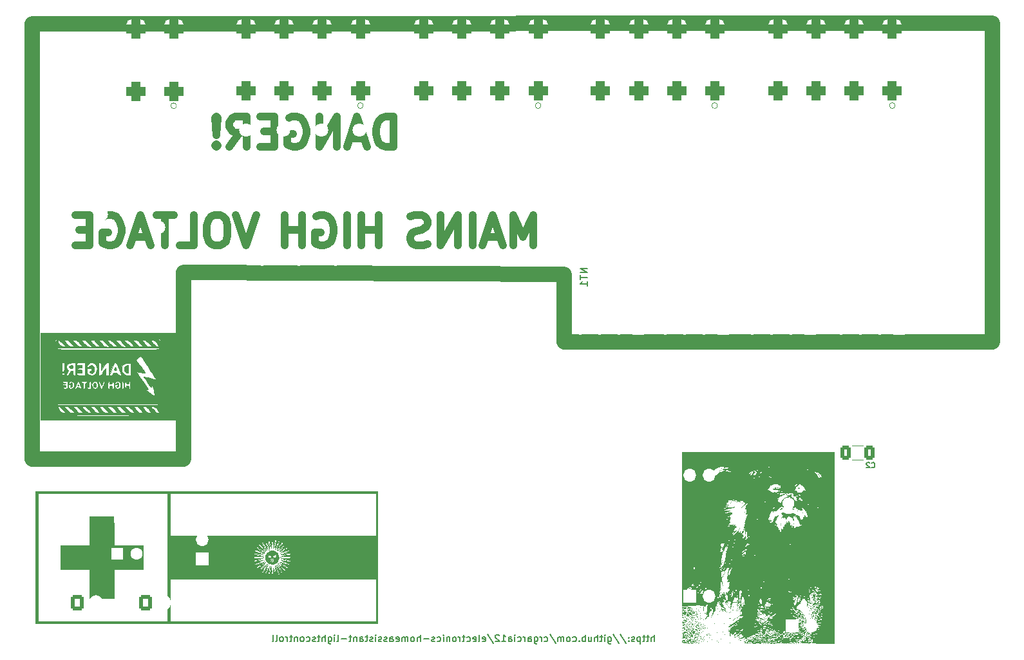
<source format=gbo>
G04 #@! TF.GenerationSoftware,KiCad,Pcbnew,(7.0.0)*
G04 #@! TF.CreationDate,2023-05-29T14:24:33+02:00*
G04 #@! TF.ProjectId,hamodule,68616d6f-6475-46c6-952e-6b696361645f,V.20230529.22*
G04 #@! TF.SameCoordinates,Original*
G04 #@! TF.FileFunction,Legend,Bot*
G04 #@! TF.FilePolarity,Positive*
%FSLAX46Y46*%
G04 Gerber Fmt 4.6, Leading zero omitted, Abs format (unit mm)*
G04 Created by KiCad (PCBNEW (7.0.0)) date 2023-05-29 14:24:33*
%MOMM*%
%LPD*%
G01*
G04 APERTURE LIST*
G04 Aperture macros list*
%AMRoundRect*
0 Rectangle with rounded corners*
0 $1 Rounding radius*
0 $2 $3 $4 $5 $6 $7 $8 $9 X,Y pos of 4 corners*
0 Add a 4 corners polygon primitive as box body*
4,1,4,$2,$3,$4,$5,$6,$7,$8,$9,$2,$3,0*
0 Add four circle primitives for the rounded corners*
1,1,$1+$1,$2,$3*
1,1,$1+$1,$4,$5*
1,1,$1+$1,$6,$7*
1,1,$1+$1,$8,$9*
0 Add four rect primitives between the rounded corners*
20,1,$1+$1,$2,$3,$4,$5,0*
20,1,$1+$1,$4,$5,$6,$7,0*
20,1,$1+$1,$6,$7,$8,$9,0*
20,1,$1+$1,$8,$9,$2,$3,0*%
G04 Aperture macros list end*
%ADD10C,2.000000*%
%ADD11C,1.000000*%
%ADD12C,0.150000*%
%ADD13C,0.120000*%
%ADD14C,0.010000*%
%ADD15R,1.700000X1.700000*%
%ADD16O,1.700000X1.700000*%
%ADD17C,1.800000*%
%ADD18RoundRect,0.250000X-0.600000X-0.750000X0.600000X-0.750000X0.600000X0.750000X-0.600000X0.750000X0*%
%ADD19O,1.700000X2.000000*%
%ADD20R,2.000000X2.000000*%
%ADD21C,2.000000*%
%ADD22R,1.905000X2.000000*%
%ADD23O,1.905000X2.000000*%
%ADD24RoundRect,0.625000X0.625000X0.625000X-0.625000X0.625000X-0.625000X-0.625000X0.625000X-0.625000X0*%
%ADD25C,5.500000*%
%ADD26R,1.600000X2.400000*%
%ADD27O,1.600000X2.400000*%
%ADD28R,1.000000X1.000000*%
%ADD29C,0.650000*%
%ADD30O,1.000000X2.100000*%
%ADD31O,1.000000X1.600000*%
%ADD32R,1.600000X1.600000*%
%ADD33C,1.600000*%
%ADD34RoundRect,0.250000X-0.412500X-0.650000X0.412500X-0.650000X0.412500X0.650000X-0.412500X0.650000X0*%
G04 APERTURE END LIST*
D10*
X151663400Y-76327000D02*
X95364800Y-76332200D01*
X25400000Y-91719400D02*
X25400000Y-34467800D01*
X151663400Y-34417000D02*
X151663400Y-76327000D01*
X45313600Y-67208400D02*
X45339000Y-91719400D01*
X95364800Y-76332200D02*
X95364800Y-67442200D01*
X45339000Y-91719400D02*
X25400000Y-91719400D01*
X95364800Y-67442200D02*
X45313600Y-67208400D01*
X25400000Y-34467800D02*
X151663400Y-34422200D01*
D11*
X72897047Y-50691723D02*
X72897047Y-46691723D01*
X72897047Y-46691723D02*
X71944666Y-46691723D01*
X71944666Y-46691723D02*
X71373237Y-46882200D01*
X71373237Y-46882200D02*
X70992285Y-47263152D01*
X70992285Y-47263152D02*
X70801808Y-47644104D01*
X70801808Y-47644104D02*
X70611332Y-48406009D01*
X70611332Y-48406009D02*
X70611332Y-48977438D01*
X70611332Y-48977438D02*
X70801808Y-49739342D01*
X70801808Y-49739342D02*
X70992285Y-50120295D01*
X70992285Y-50120295D02*
X71373237Y-50501247D01*
X71373237Y-50501247D02*
X71944666Y-50691723D01*
X71944666Y-50691723D02*
X72897047Y-50691723D01*
X69087523Y-49548866D02*
X67182761Y-49548866D01*
X69468475Y-50691723D02*
X68135142Y-46691723D01*
X68135142Y-46691723D02*
X66801808Y-50691723D01*
X65468476Y-50691723D02*
X65468476Y-46691723D01*
X65468476Y-46691723D02*
X63182761Y-50691723D01*
X63182761Y-50691723D02*
X63182761Y-46691723D01*
X59182761Y-46882200D02*
X59563714Y-46691723D01*
X59563714Y-46691723D02*
X60135142Y-46691723D01*
X60135142Y-46691723D02*
X60706571Y-46882200D01*
X60706571Y-46882200D02*
X61087523Y-47263152D01*
X61087523Y-47263152D02*
X61278000Y-47644104D01*
X61278000Y-47644104D02*
X61468476Y-48406009D01*
X61468476Y-48406009D02*
X61468476Y-48977438D01*
X61468476Y-48977438D02*
X61278000Y-49739342D01*
X61278000Y-49739342D02*
X61087523Y-50120295D01*
X61087523Y-50120295D02*
X60706571Y-50501247D01*
X60706571Y-50501247D02*
X60135142Y-50691723D01*
X60135142Y-50691723D02*
X59754190Y-50691723D01*
X59754190Y-50691723D02*
X59182761Y-50501247D01*
X59182761Y-50501247D02*
X58992285Y-50310771D01*
X58992285Y-50310771D02*
X58992285Y-48977438D01*
X58992285Y-48977438D02*
X59754190Y-48977438D01*
X57278000Y-48596485D02*
X55944666Y-48596485D01*
X55373238Y-50691723D02*
X57278000Y-50691723D01*
X57278000Y-50691723D02*
X57278000Y-46691723D01*
X57278000Y-46691723D02*
X55373238Y-46691723D01*
X51373237Y-50691723D02*
X52706571Y-48786961D01*
X53658952Y-50691723D02*
X53658952Y-46691723D01*
X53658952Y-46691723D02*
X52135142Y-46691723D01*
X52135142Y-46691723D02*
X51754190Y-46882200D01*
X51754190Y-46882200D02*
X51563713Y-47072676D01*
X51563713Y-47072676D02*
X51373237Y-47453628D01*
X51373237Y-47453628D02*
X51373237Y-48025057D01*
X51373237Y-48025057D02*
X51563713Y-48406009D01*
X51563713Y-48406009D02*
X51754190Y-48596485D01*
X51754190Y-48596485D02*
X52135142Y-48786961D01*
X52135142Y-48786961D02*
X53658952Y-48786961D01*
X49658952Y-50310771D02*
X49468475Y-50501247D01*
X49468475Y-50501247D02*
X49658952Y-50691723D01*
X49658952Y-50691723D02*
X49849428Y-50501247D01*
X49849428Y-50501247D02*
X49658952Y-50310771D01*
X49658952Y-50310771D02*
X49658952Y-50691723D01*
X49658952Y-49167914D02*
X49849428Y-46882200D01*
X49849428Y-46882200D02*
X49658952Y-46691723D01*
X49658952Y-46691723D02*
X49468475Y-46882200D01*
X49468475Y-46882200D02*
X49658952Y-49167914D01*
X49658952Y-49167914D02*
X49658952Y-46691723D01*
X91297047Y-63651723D02*
X91297047Y-59651723D01*
X91297047Y-59651723D02*
X89963713Y-62508866D01*
X89963713Y-62508866D02*
X88630380Y-59651723D01*
X88630380Y-59651723D02*
X88630380Y-63651723D01*
X86916094Y-62508866D02*
X85011332Y-62508866D01*
X87297046Y-63651723D02*
X85963713Y-59651723D01*
X85963713Y-59651723D02*
X84630379Y-63651723D01*
X83297047Y-63651723D02*
X83297047Y-59651723D01*
X81392285Y-63651723D02*
X81392285Y-59651723D01*
X81392285Y-59651723D02*
X79106570Y-63651723D01*
X79106570Y-63651723D02*
X79106570Y-59651723D01*
X77392285Y-63461247D02*
X76820856Y-63651723D01*
X76820856Y-63651723D02*
X75868475Y-63651723D01*
X75868475Y-63651723D02*
X75487523Y-63461247D01*
X75487523Y-63461247D02*
X75297047Y-63270771D01*
X75297047Y-63270771D02*
X75106570Y-62889819D01*
X75106570Y-62889819D02*
X75106570Y-62508866D01*
X75106570Y-62508866D02*
X75297047Y-62127914D01*
X75297047Y-62127914D02*
X75487523Y-61937438D01*
X75487523Y-61937438D02*
X75868475Y-61746961D01*
X75868475Y-61746961D02*
X76630380Y-61556485D01*
X76630380Y-61556485D02*
X77011332Y-61366009D01*
X77011332Y-61366009D02*
X77201809Y-61175533D01*
X77201809Y-61175533D02*
X77392285Y-60794580D01*
X77392285Y-60794580D02*
X77392285Y-60413628D01*
X77392285Y-60413628D02*
X77201809Y-60032676D01*
X77201809Y-60032676D02*
X77011332Y-59842200D01*
X77011332Y-59842200D02*
X76630380Y-59651723D01*
X76630380Y-59651723D02*
X75677999Y-59651723D01*
X75677999Y-59651723D02*
X75106570Y-59842200D01*
X70992285Y-63651723D02*
X70992285Y-59651723D01*
X70992285Y-61556485D02*
X68706570Y-61556485D01*
X68706570Y-63651723D02*
X68706570Y-59651723D01*
X66801809Y-63651723D02*
X66801809Y-59651723D01*
X62801808Y-59842200D02*
X63182761Y-59651723D01*
X63182761Y-59651723D02*
X63754189Y-59651723D01*
X63754189Y-59651723D02*
X64325618Y-59842200D01*
X64325618Y-59842200D02*
X64706570Y-60223152D01*
X64706570Y-60223152D02*
X64897047Y-60604104D01*
X64897047Y-60604104D02*
X65087523Y-61366009D01*
X65087523Y-61366009D02*
X65087523Y-61937438D01*
X65087523Y-61937438D02*
X64897047Y-62699342D01*
X64897047Y-62699342D02*
X64706570Y-63080295D01*
X64706570Y-63080295D02*
X64325618Y-63461247D01*
X64325618Y-63461247D02*
X63754189Y-63651723D01*
X63754189Y-63651723D02*
X63373237Y-63651723D01*
X63373237Y-63651723D02*
X62801808Y-63461247D01*
X62801808Y-63461247D02*
X62611332Y-63270771D01*
X62611332Y-63270771D02*
X62611332Y-61937438D01*
X62611332Y-61937438D02*
X63373237Y-61937438D01*
X60897047Y-63651723D02*
X60897047Y-59651723D01*
X60897047Y-61556485D02*
X58611332Y-61556485D01*
X58611332Y-63651723D02*
X58611332Y-59651723D01*
X54877999Y-59651723D02*
X53544666Y-63651723D01*
X53544666Y-63651723D02*
X52211332Y-59651723D01*
X50116095Y-59651723D02*
X49354190Y-59651723D01*
X49354190Y-59651723D02*
X48973238Y-59842200D01*
X48973238Y-59842200D02*
X48592285Y-60223152D01*
X48592285Y-60223152D02*
X48401809Y-60985057D01*
X48401809Y-60985057D02*
X48401809Y-62318390D01*
X48401809Y-62318390D02*
X48592285Y-63080295D01*
X48592285Y-63080295D02*
X48973238Y-63461247D01*
X48973238Y-63461247D02*
X49354190Y-63651723D01*
X49354190Y-63651723D02*
X50116095Y-63651723D01*
X50116095Y-63651723D02*
X50497047Y-63461247D01*
X50497047Y-63461247D02*
X50878000Y-63080295D01*
X50878000Y-63080295D02*
X51068476Y-62318390D01*
X51068476Y-62318390D02*
X51068476Y-60985057D01*
X51068476Y-60985057D02*
X50878000Y-60223152D01*
X50878000Y-60223152D02*
X50497047Y-59842200D01*
X50497047Y-59842200D02*
X50116095Y-59651723D01*
X44782762Y-63651723D02*
X46687524Y-63651723D01*
X46687524Y-63651723D02*
X46687524Y-59651723D01*
X44020857Y-59651723D02*
X41735143Y-59651723D01*
X42878000Y-63651723D02*
X42878000Y-59651723D01*
X40592286Y-62508866D02*
X38687524Y-62508866D01*
X40973238Y-63651723D02*
X39639905Y-59651723D01*
X39639905Y-59651723D02*
X38306571Y-63651723D01*
X34878000Y-59842200D02*
X35258953Y-59651723D01*
X35258953Y-59651723D02*
X35830381Y-59651723D01*
X35830381Y-59651723D02*
X36401810Y-59842200D01*
X36401810Y-59842200D02*
X36782762Y-60223152D01*
X36782762Y-60223152D02*
X36973239Y-60604104D01*
X36973239Y-60604104D02*
X37163715Y-61366009D01*
X37163715Y-61366009D02*
X37163715Y-61937438D01*
X37163715Y-61937438D02*
X36973239Y-62699342D01*
X36973239Y-62699342D02*
X36782762Y-63080295D01*
X36782762Y-63080295D02*
X36401810Y-63461247D01*
X36401810Y-63461247D02*
X35830381Y-63651723D01*
X35830381Y-63651723D02*
X35449429Y-63651723D01*
X35449429Y-63651723D02*
X34878000Y-63461247D01*
X34878000Y-63461247D02*
X34687524Y-63270771D01*
X34687524Y-63270771D02*
X34687524Y-61937438D01*
X34687524Y-61937438D02*
X35449429Y-61937438D01*
X32973239Y-61556485D02*
X31639905Y-61556485D01*
X31068477Y-63651723D02*
X32973239Y-63651723D01*
X32973239Y-63651723D02*
X32973239Y-59651723D01*
X32973239Y-59651723D02*
X31068477Y-59651723D01*
D12*
X107215033Y-115697442D02*
X107215033Y-114797442D01*
X106829319Y-115697442D02*
X106829319Y-115226014D01*
X106829319Y-115226014D02*
X106872176Y-115140300D01*
X106872176Y-115140300D02*
X106957890Y-115097442D01*
X106957890Y-115097442D02*
X107086461Y-115097442D01*
X107086461Y-115097442D02*
X107172176Y-115140300D01*
X107172176Y-115140300D02*
X107215033Y-115183157D01*
X106529318Y-115097442D02*
X106186461Y-115097442D01*
X106400747Y-114797442D02*
X106400747Y-115568871D01*
X106400747Y-115568871D02*
X106357890Y-115654585D01*
X106357890Y-115654585D02*
X106272175Y-115697442D01*
X106272175Y-115697442D02*
X106186461Y-115697442D01*
X106015032Y-115097442D02*
X105672175Y-115097442D01*
X105886461Y-114797442D02*
X105886461Y-115568871D01*
X105886461Y-115568871D02*
X105843604Y-115654585D01*
X105843604Y-115654585D02*
X105757889Y-115697442D01*
X105757889Y-115697442D02*
X105672175Y-115697442D01*
X105372175Y-115097442D02*
X105372175Y-115997442D01*
X105372175Y-115140300D02*
X105286461Y-115097442D01*
X105286461Y-115097442D02*
X105115032Y-115097442D01*
X105115032Y-115097442D02*
X105029318Y-115140300D01*
X105029318Y-115140300D02*
X104986461Y-115183157D01*
X104986461Y-115183157D02*
X104943603Y-115268871D01*
X104943603Y-115268871D02*
X104943603Y-115526014D01*
X104943603Y-115526014D02*
X104986461Y-115611728D01*
X104986461Y-115611728D02*
X105029318Y-115654585D01*
X105029318Y-115654585D02*
X105115032Y-115697442D01*
X105115032Y-115697442D02*
X105286461Y-115697442D01*
X105286461Y-115697442D02*
X105372175Y-115654585D01*
X104600746Y-115654585D02*
X104515032Y-115697442D01*
X104515032Y-115697442D02*
X104343603Y-115697442D01*
X104343603Y-115697442D02*
X104257889Y-115654585D01*
X104257889Y-115654585D02*
X104215032Y-115568871D01*
X104215032Y-115568871D02*
X104215032Y-115526014D01*
X104215032Y-115526014D02*
X104257889Y-115440300D01*
X104257889Y-115440300D02*
X104343603Y-115397442D01*
X104343603Y-115397442D02*
X104472175Y-115397442D01*
X104472175Y-115397442D02*
X104557889Y-115354585D01*
X104557889Y-115354585D02*
X104600746Y-115268871D01*
X104600746Y-115268871D02*
X104600746Y-115226014D01*
X104600746Y-115226014D02*
X104557889Y-115140300D01*
X104557889Y-115140300D02*
X104472175Y-115097442D01*
X104472175Y-115097442D02*
X104343603Y-115097442D01*
X104343603Y-115097442D02*
X104257889Y-115140300D01*
X103829318Y-115611728D02*
X103786461Y-115654585D01*
X103786461Y-115654585D02*
X103829318Y-115697442D01*
X103829318Y-115697442D02*
X103872175Y-115654585D01*
X103872175Y-115654585D02*
X103829318Y-115611728D01*
X103829318Y-115611728D02*
X103829318Y-115697442D01*
X103829318Y-115140300D02*
X103786461Y-115183157D01*
X103786461Y-115183157D02*
X103829318Y-115226014D01*
X103829318Y-115226014D02*
X103872175Y-115183157D01*
X103872175Y-115183157D02*
X103829318Y-115140300D01*
X103829318Y-115140300D02*
X103829318Y-115226014D01*
X102757890Y-114754585D02*
X103529318Y-115911728D01*
X101815033Y-114754585D02*
X102586461Y-115911728D01*
X101129319Y-115097442D02*
X101129319Y-115826014D01*
X101129319Y-115826014D02*
X101172176Y-115911728D01*
X101172176Y-115911728D02*
X101215033Y-115954585D01*
X101215033Y-115954585D02*
X101300747Y-115997442D01*
X101300747Y-115997442D02*
X101429319Y-115997442D01*
X101429319Y-115997442D02*
X101515033Y-115954585D01*
X101129319Y-115654585D02*
X101215033Y-115697442D01*
X101215033Y-115697442D02*
X101386461Y-115697442D01*
X101386461Y-115697442D02*
X101472176Y-115654585D01*
X101472176Y-115654585D02*
X101515033Y-115611728D01*
X101515033Y-115611728D02*
X101557890Y-115526014D01*
X101557890Y-115526014D02*
X101557890Y-115268871D01*
X101557890Y-115268871D02*
X101515033Y-115183157D01*
X101515033Y-115183157D02*
X101472176Y-115140300D01*
X101472176Y-115140300D02*
X101386461Y-115097442D01*
X101386461Y-115097442D02*
X101215033Y-115097442D01*
X101215033Y-115097442D02*
X101129319Y-115140300D01*
X100700747Y-115697442D02*
X100700747Y-115097442D01*
X100700747Y-114797442D02*
X100743604Y-114840300D01*
X100743604Y-114840300D02*
X100700747Y-114883157D01*
X100700747Y-114883157D02*
X100657890Y-114840300D01*
X100657890Y-114840300D02*
X100700747Y-114797442D01*
X100700747Y-114797442D02*
X100700747Y-114883157D01*
X100400747Y-115097442D02*
X100057890Y-115097442D01*
X100272176Y-114797442D02*
X100272176Y-115568871D01*
X100272176Y-115568871D02*
X100229319Y-115654585D01*
X100229319Y-115654585D02*
X100143604Y-115697442D01*
X100143604Y-115697442D02*
X100057890Y-115697442D01*
X99757890Y-115697442D02*
X99757890Y-114797442D01*
X99372176Y-115697442D02*
X99372176Y-115226014D01*
X99372176Y-115226014D02*
X99415033Y-115140300D01*
X99415033Y-115140300D02*
X99500747Y-115097442D01*
X99500747Y-115097442D02*
X99629318Y-115097442D01*
X99629318Y-115097442D02*
X99715033Y-115140300D01*
X99715033Y-115140300D02*
X99757890Y-115183157D01*
X98557890Y-115097442D02*
X98557890Y-115697442D01*
X98943604Y-115097442D02*
X98943604Y-115568871D01*
X98943604Y-115568871D02*
X98900747Y-115654585D01*
X98900747Y-115654585D02*
X98815032Y-115697442D01*
X98815032Y-115697442D02*
X98686461Y-115697442D01*
X98686461Y-115697442D02*
X98600747Y-115654585D01*
X98600747Y-115654585D02*
X98557890Y-115611728D01*
X98129318Y-115697442D02*
X98129318Y-114797442D01*
X98129318Y-115140300D02*
X98043604Y-115097442D01*
X98043604Y-115097442D02*
X97872175Y-115097442D01*
X97872175Y-115097442D02*
X97786461Y-115140300D01*
X97786461Y-115140300D02*
X97743604Y-115183157D01*
X97743604Y-115183157D02*
X97700746Y-115268871D01*
X97700746Y-115268871D02*
X97700746Y-115526014D01*
X97700746Y-115526014D02*
X97743604Y-115611728D01*
X97743604Y-115611728D02*
X97786461Y-115654585D01*
X97786461Y-115654585D02*
X97872175Y-115697442D01*
X97872175Y-115697442D02*
X98043604Y-115697442D01*
X98043604Y-115697442D02*
X98129318Y-115654585D01*
X97315032Y-115611728D02*
X97272175Y-115654585D01*
X97272175Y-115654585D02*
X97315032Y-115697442D01*
X97315032Y-115697442D02*
X97357889Y-115654585D01*
X97357889Y-115654585D02*
X97315032Y-115611728D01*
X97315032Y-115611728D02*
X97315032Y-115697442D01*
X96500747Y-115654585D02*
X96586461Y-115697442D01*
X96586461Y-115697442D02*
X96757889Y-115697442D01*
X96757889Y-115697442D02*
X96843604Y-115654585D01*
X96843604Y-115654585D02*
X96886461Y-115611728D01*
X96886461Y-115611728D02*
X96929318Y-115526014D01*
X96929318Y-115526014D02*
X96929318Y-115268871D01*
X96929318Y-115268871D02*
X96886461Y-115183157D01*
X96886461Y-115183157D02*
X96843604Y-115140300D01*
X96843604Y-115140300D02*
X96757889Y-115097442D01*
X96757889Y-115097442D02*
X96586461Y-115097442D01*
X96586461Y-115097442D02*
X96500747Y-115140300D01*
X95986460Y-115697442D02*
X96072175Y-115654585D01*
X96072175Y-115654585D02*
X96115032Y-115611728D01*
X96115032Y-115611728D02*
X96157889Y-115526014D01*
X96157889Y-115526014D02*
X96157889Y-115268871D01*
X96157889Y-115268871D02*
X96115032Y-115183157D01*
X96115032Y-115183157D02*
X96072175Y-115140300D01*
X96072175Y-115140300D02*
X95986460Y-115097442D01*
X95986460Y-115097442D02*
X95857889Y-115097442D01*
X95857889Y-115097442D02*
X95772175Y-115140300D01*
X95772175Y-115140300D02*
X95729318Y-115183157D01*
X95729318Y-115183157D02*
X95686460Y-115268871D01*
X95686460Y-115268871D02*
X95686460Y-115526014D01*
X95686460Y-115526014D02*
X95729318Y-115611728D01*
X95729318Y-115611728D02*
X95772175Y-115654585D01*
X95772175Y-115654585D02*
X95857889Y-115697442D01*
X95857889Y-115697442D02*
X95986460Y-115697442D01*
X95300746Y-115697442D02*
X95300746Y-115097442D01*
X95300746Y-115183157D02*
X95257889Y-115140300D01*
X95257889Y-115140300D02*
X95172174Y-115097442D01*
X95172174Y-115097442D02*
X95043603Y-115097442D01*
X95043603Y-115097442D02*
X94957889Y-115140300D01*
X94957889Y-115140300D02*
X94915032Y-115226014D01*
X94915032Y-115226014D02*
X94915032Y-115697442D01*
X94915032Y-115226014D02*
X94872174Y-115140300D01*
X94872174Y-115140300D02*
X94786460Y-115097442D01*
X94786460Y-115097442D02*
X94657889Y-115097442D01*
X94657889Y-115097442D02*
X94572174Y-115140300D01*
X94572174Y-115140300D02*
X94529317Y-115226014D01*
X94529317Y-115226014D02*
X94529317Y-115697442D01*
X93457889Y-114754585D02*
X94229317Y-115911728D01*
X92772175Y-115654585D02*
X92857889Y-115697442D01*
X92857889Y-115697442D02*
X93029317Y-115697442D01*
X93029317Y-115697442D02*
X93115032Y-115654585D01*
X93115032Y-115654585D02*
X93157889Y-115611728D01*
X93157889Y-115611728D02*
X93200746Y-115526014D01*
X93200746Y-115526014D02*
X93200746Y-115268871D01*
X93200746Y-115268871D02*
X93157889Y-115183157D01*
X93157889Y-115183157D02*
X93115032Y-115140300D01*
X93115032Y-115140300D02*
X93029317Y-115097442D01*
X93029317Y-115097442D02*
X92857889Y-115097442D01*
X92857889Y-115097442D02*
X92772175Y-115140300D01*
X92386460Y-115697442D02*
X92386460Y-115097442D01*
X92386460Y-115268871D02*
X92343603Y-115183157D01*
X92343603Y-115183157D02*
X92300746Y-115140300D01*
X92300746Y-115140300D02*
X92215031Y-115097442D01*
X92215031Y-115097442D02*
X92129317Y-115097442D01*
X91443603Y-115097442D02*
X91443603Y-115826014D01*
X91443603Y-115826014D02*
X91486460Y-115911728D01*
X91486460Y-115911728D02*
X91529317Y-115954585D01*
X91529317Y-115954585D02*
X91615031Y-115997442D01*
X91615031Y-115997442D02*
X91743603Y-115997442D01*
X91743603Y-115997442D02*
X91829317Y-115954585D01*
X91443603Y-115654585D02*
X91529317Y-115697442D01*
X91529317Y-115697442D02*
X91700745Y-115697442D01*
X91700745Y-115697442D02*
X91786460Y-115654585D01*
X91786460Y-115654585D02*
X91829317Y-115611728D01*
X91829317Y-115611728D02*
X91872174Y-115526014D01*
X91872174Y-115526014D02*
X91872174Y-115268871D01*
X91872174Y-115268871D02*
X91829317Y-115183157D01*
X91829317Y-115183157D02*
X91786460Y-115140300D01*
X91786460Y-115140300D02*
X91700745Y-115097442D01*
X91700745Y-115097442D02*
X91529317Y-115097442D01*
X91529317Y-115097442D02*
X91443603Y-115140300D01*
X90629317Y-115697442D02*
X90629317Y-115226014D01*
X90629317Y-115226014D02*
X90672174Y-115140300D01*
X90672174Y-115140300D02*
X90757888Y-115097442D01*
X90757888Y-115097442D02*
X90929317Y-115097442D01*
X90929317Y-115097442D02*
X91015031Y-115140300D01*
X90629317Y-115654585D02*
X90715031Y-115697442D01*
X90715031Y-115697442D02*
X90929317Y-115697442D01*
X90929317Y-115697442D02*
X91015031Y-115654585D01*
X91015031Y-115654585D02*
X91057888Y-115568871D01*
X91057888Y-115568871D02*
X91057888Y-115483157D01*
X91057888Y-115483157D02*
X91015031Y-115397442D01*
X91015031Y-115397442D02*
X90929317Y-115354585D01*
X90929317Y-115354585D02*
X90715031Y-115354585D01*
X90715031Y-115354585D02*
X90629317Y-115311728D01*
X90200745Y-115697442D02*
X90200745Y-115097442D01*
X90200745Y-115268871D02*
X90157888Y-115183157D01*
X90157888Y-115183157D02*
X90115031Y-115140300D01*
X90115031Y-115140300D02*
X90029316Y-115097442D01*
X90029316Y-115097442D02*
X89943602Y-115097442D01*
X89257888Y-115654585D02*
X89343602Y-115697442D01*
X89343602Y-115697442D02*
X89515030Y-115697442D01*
X89515030Y-115697442D02*
X89600745Y-115654585D01*
X89600745Y-115654585D02*
X89643602Y-115611728D01*
X89643602Y-115611728D02*
X89686459Y-115526014D01*
X89686459Y-115526014D02*
X89686459Y-115268871D01*
X89686459Y-115268871D02*
X89643602Y-115183157D01*
X89643602Y-115183157D02*
X89600745Y-115140300D01*
X89600745Y-115140300D02*
X89515030Y-115097442D01*
X89515030Y-115097442D02*
X89343602Y-115097442D01*
X89343602Y-115097442D02*
X89257888Y-115140300D01*
X88872173Y-115697442D02*
X88872173Y-115097442D01*
X88872173Y-114797442D02*
X88915030Y-114840300D01*
X88915030Y-114840300D02*
X88872173Y-114883157D01*
X88872173Y-114883157D02*
X88829316Y-114840300D01*
X88829316Y-114840300D02*
X88872173Y-114797442D01*
X88872173Y-114797442D02*
X88872173Y-114883157D01*
X88057888Y-115697442D02*
X88057888Y-115226014D01*
X88057888Y-115226014D02*
X88100745Y-115140300D01*
X88100745Y-115140300D02*
X88186459Y-115097442D01*
X88186459Y-115097442D02*
X88357888Y-115097442D01*
X88357888Y-115097442D02*
X88443602Y-115140300D01*
X88057888Y-115654585D02*
X88143602Y-115697442D01*
X88143602Y-115697442D02*
X88357888Y-115697442D01*
X88357888Y-115697442D02*
X88443602Y-115654585D01*
X88443602Y-115654585D02*
X88486459Y-115568871D01*
X88486459Y-115568871D02*
X88486459Y-115483157D01*
X88486459Y-115483157D02*
X88443602Y-115397442D01*
X88443602Y-115397442D02*
X88357888Y-115354585D01*
X88357888Y-115354585D02*
X88143602Y-115354585D01*
X88143602Y-115354585D02*
X88057888Y-115311728D01*
X87157887Y-115697442D02*
X87672173Y-115697442D01*
X87415030Y-115697442D02*
X87415030Y-114797442D01*
X87415030Y-114797442D02*
X87500744Y-114926014D01*
X87500744Y-114926014D02*
X87586459Y-115011728D01*
X87586459Y-115011728D02*
X87672173Y-115054585D01*
X86815030Y-114883157D02*
X86772173Y-114840300D01*
X86772173Y-114840300D02*
X86686459Y-114797442D01*
X86686459Y-114797442D02*
X86472173Y-114797442D01*
X86472173Y-114797442D02*
X86386459Y-114840300D01*
X86386459Y-114840300D02*
X86343601Y-114883157D01*
X86343601Y-114883157D02*
X86300744Y-114968871D01*
X86300744Y-114968871D02*
X86300744Y-115054585D01*
X86300744Y-115054585D02*
X86343601Y-115183157D01*
X86343601Y-115183157D02*
X86857887Y-115697442D01*
X86857887Y-115697442D02*
X86300744Y-115697442D01*
X85272173Y-114754585D02*
X86043601Y-115911728D01*
X84629316Y-115654585D02*
X84715030Y-115697442D01*
X84715030Y-115697442D02*
X84886459Y-115697442D01*
X84886459Y-115697442D02*
X84972173Y-115654585D01*
X84972173Y-115654585D02*
X85015030Y-115568871D01*
X85015030Y-115568871D02*
X85015030Y-115226014D01*
X85015030Y-115226014D02*
X84972173Y-115140300D01*
X84972173Y-115140300D02*
X84886459Y-115097442D01*
X84886459Y-115097442D02*
X84715030Y-115097442D01*
X84715030Y-115097442D02*
X84629316Y-115140300D01*
X84629316Y-115140300D02*
X84586459Y-115226014D01*
X84586459Y-115226014D02*
X84586459Y-115311728D01*
X84586459Y-115311728D02*
X85015030Y-115397442D01*
X84072172Y-115697442D02*
X84157887Y-115654585D01*
X84157887Y-115654585D02*
X84200744Y-115568871D01*
X84200744Y-115568871D02*
X84200744Y-114797442D01*
X83386458Y-115654585D02*
X83472172Y-115697442D01*
X83472172Y-115697442D02*
X83643601Y-115697442D01*
X83643601Y-115697442D02*
X83729315Y-115654585D01*
X83729315Y-115654585D02*
X83772172Y-115568871D01*
X83772172Y-115568871D02*
X83772172Y-115226014D01*
X83772172Y-115226014D02*
X83729315Y-115140300D01*
X83729315Y-115140300D02*
X83643601Y-115097442D01*
X83643601Y-115097442D02*
X83472172Y-115097442D01*
X83472172Y-115097442D02*
X83386458Y-115140300D01*
X83386458Y-115140300D02*
X83343601Y-115226014D01*
X83343601Y-115226014D02*
X83343601Y-115311728D01*
X83343601Y-115311728D02*
X83772172Y-115397442D01*
X82572172Y-115654585D02*
X82657886Y-115697442D01*
X82657886Y-115697442D02*
X82829314Y-115697442D01*
X82829314Y-115697442D02*
X82915029Y-115654585D01*
X82915029Y-115654585D02*
X82957886Y-115611728D01*
X82957886Y-115611728D02*
X83000743Y-115526014D01*
X83000743Y-115526014D02*
X83000743Y-115268871D01*
X83000743Y-115268871D02*
X82957886Y-115183157D01*
X82957886Y-115183157D02*
X82915029Y-115140300D01*
X82915029Y-115140300D02*
X82829314Y-115097442D01*
X82829314Y-115097442D02*
X82657886Y-115097442D01*
X82657886Y-115097442D02*
X82572172Y-115140300D01*
X82315028Y-115097442D02*
X81972171Y-115097442D01*
X82186457Y-114797442D02*
X82186457Y-115568871D01*
X82186457Y-115568871D02*
X82143600Y-115654585D01*
X82143600Y-115654585D02*
X82057885Y-115697442D01*
X82057885Y-115697442D02*
X81972171Y-115697442D01*
X81672171Y-115697442D02*
X81672171Y-115097442D01*
X81672171Y-115268871D02*
X81629314Y-115183157D01*
X81629314Y-115183157D02*
X81586457Y-115140300D01*
X81586457Y-115140300D02*
X81500742Y-115097442D01*
X81500742Y-115097442D02*
X81415028Y-115097442D01*
X80986456Y-115697442D02*
X81072171Y-115654585D01*
X81072171Y-115654585D02*
X81115028Y-115611728D01*
X81115028Y-115611728D02*
X81157885Y-115526014D01*
X81157885Y-115526014D02*
X81157885Y-115268871D01*
X81157885Y-115268871D02*
X81115028Y-115183157D01*
X81115028Y-115183157D02*
X81072171Y-115140300D01*
X81072171Y-115140300D02*
X80986456Y-115097442D01*
X80986456Y-115097442D02*
X80857885Y-115097442D01*
X80857885Y-115097442D02*
X80772171Y-115140300D01*
X80772171Y-115140300D02*
X80729314Y-115183157D01*
X80729314Y-115183157D02*
X80686456Y-115268871D01*
X80686456Y-115268871D02*
X80686456Y-115526014D01*
X80686456Y-115526014D02*
X80729314Y-115611728D01*
X80729314Y-115611728D02*
X80772171Y-115654585D01*
X80772171Y-115654585D02*
X80857885Y-115697442D01*
X80857885Y-115697442D02*
X80986456Y-115697442D01*
X80300742Y-115097442D02*
X80300742Y-115697442D01*
X80300742Y-115183157D02*
X80257885Y-115140300D01*
X80257885Y-115140300D02*
X80172170Y-115097442D01*
X80172170Y-115097442D02*
X80043599Y-115097442D01*
X80043599Y-115097442D02*
X79957885Y-115140300D01*
X79957885Y-115140300D02*
X79915028Y-115226014D01*
X79915028Y-115226014D02*
X79915028Y-115697442D01*
X79486456Y-115697442D02*
X79486456Y-115097442D01*
X79486456Y-114797442D02*
X79529313Y-114840300D01*
X79529313Y-114840300D02*
X79486456Y-114883157D01*
X79486456Y-114883157D02*
X79443599Y-114840300D01*
X79443599Y-114840300D02*
X79486456Y-114797442D01*
X79486456Y-114797442D02*
X79486456Y-114883157D01*
X78672171Y-115654585D02*
X78757885Y-115697442D01*
X78757885Y-115697442D02*
X78929313Y-115697442D01*
X78929313Y-115697442D02*
X79015028Y-115654585D01*
X79015028Y-115654585D02*
X79057885Y-115611728D01*
X79057885Y-115611728D02*
X79100742Y-115526014D01*
X79100742Y-115526014D02*
X79100742Y-115268871D01*
X79100742Y-115268871D02*
X79057885Y-115183157D01*
X79057885Y-115183157D02*
X79015028Y-115140300D01*
X79015028Y-115140300D02*
X78929313Y-115097442D01*
X78929313Y-115097442D02*
X78757885Y-115097442D01*
X78757885Y-115097442D02*
X78672171Y-115140300D01*
X78329313Y-115654585D02*
X78243599Y-115697442D01*
X78243599Y-115697442D02*
X78072170Y-115697442D01*
X78072170Y-115697442D02*
X77986456Y-115654585D01*
X77986456Y-115654585D02*
X77943599Y-115568871D01*
X77943599Y-115568871D02*
X77943599Y-115526014D01*
X77943599Y-115526014D02*
X77986456Y-115440300D01*
X77986456Y-115440300D02*
X78072170Y-115397442D01*
X78072170Y-115397442D02*
X78200742Y-115397442D01*
X78200742Y-115397442D02*
X78286456Y-115354585D01*
X78286456Y-115354585D02*
X78329313Y-115268871D01*
X78329313Y-115268871D02*
X78329313Y-115226014D01*
X78329313Y-115226014D02*
X78286456Y-115140300D01*
X78286456Y-115140300D02*
X78200742Y-115097442D01*
X78200742Y-115097442D02*
X78072170Y-115097442D01*
X78072170Y-115097442D02*
X77986456Y-115140300D01*
X77557885Y-115354585D02*
X76872171Y-115354585D01*
X76443599Y-115697442D02*
X76443599Y-114797442D01*
X76057885Y-115697442D02*
X76057885Y-115226014D01*
X76057885Y-115226014D02*
X76100742Y-115140300D01*
X76100742Y-115140300D02*
X76186456Y-115097442D01*
X76186456Y-115097442D02*
X76315027Y-115097442D01*
X76315027Y-115097442D02*
X76400742Y-115140300D01*
X76400742Y-115140300D02*
X76443599Y-115183157D01*
X75500741Y-115697442D02*
X75586456Y-115654585D01*
X75586456Y-115654585D02*
X75629313Y-115611728D01*
X75629313Y-115611728D02*
X75672170Y-115526014D01*
X75672170Y-115526014D02*
X75672170Y-115268871D01*
X75672170Y-115268871D02*
X75629313Y-115183157D01*
X75629313Y-115183157D02*
X75586456Y-115140300D01*
X75586456Y-115140300D02*
X75500741Y-115097442D01*
X75500741Y-115097442D02*
X75372170Y-115097442D01*
X75372170Y-115097442D02*
X75286456Y-115140300D01*
X75286456Y-115140300D02*
X75243599Y-115183157D01*
X75243599Y-115183157D02*
X75200741Y-115268871D01*
X75200741Y-115268871D02*
X75200741Y-115526014D01*
X75200741Y-115526014D02*
X75243599Y-115611728D01*
X75243599Y-115611728D02*
X75286456Y-115654585D01*
X75286456Y-115654585D02*
X75372170Y-115697442D01*
X75372170Y-115697442D02*
X75500741Y-115697442D01*
X74815027Y-115697442D02*
X74815027Y-115097442D01*
X74815027Y-115183157D02*
X74772170Y-115140300D01*
X74772170Y-115140300D02*
X74686455Y-115097442D01*
X74686455Y-115097442D02*
X74557884Y-115097442D01*
X74557884Y-115097442D02*
X74472170Y-115140300D01*
X74472170Y-115140300D02*
X74429313Y-115226014D01*
X74429313Y-115226014D02*
X74429313Y-115697442D01*
X74429313Y-115226014D02*
X74386455Y-115140300D01*
X74386455Y-115140300D02*
X74300741Y-115097442D01*
X74300741Y-115097442D02*
X74172170Y-115097442D01*
X74172170Y-115097442D02*
X74086455Y-115140300D01*
X74086455Y-115140300D02*
X74043598Y-115226014D01*
X74043598Y-115226014D02*
X74043598Y-115697442D01*
X73272170Y-115654585D02*
X73357884Y-115697442D01*
X73357884Y-115697442D02*
X73529313Y-115697442D01*
X73529313Y-115697442D02*
X73615027Y-115654585D01*
X73615027Y-115654585D02*
X73657884Y-115568871D01*
X73657884Y-115568871D02*
X73657884Y-115226014D01*
X73657884Y-115226014D02*
X73615027Y-115140300D01*
X73615027Y-115140300D02*
X73529313Y-115097442D01*
X73529313Y-115097442D02*
X73357884Y-115097442D01*
X73357884Y-115097442D02*
X73272170Y-115140300D01*
X73272170Y-115140300D02*
X73229313Y-115226014D01*
X73229313Y-115226014D02*
X73229313Y-115311728D01*
X73229313Y-115311728D02*
X73657884Y-115397442D01*
X72457884Y-115697442D02*
X72457884Y-115226014D01*
X72457884Y-115226014D02*
X72500741Y-115140300D01*
X72500741Y-115140300D02*
X72586455Y-115097442D01*
X72586455Y-115097442D02*
X72757884Y-115097442D01*
X72757884Y-115097442D02*
X72843598Y-115140300D01*
X72457884Y-115654585D02*
X72543598Y-115697442D01*
X72543598Y-115697442D02*
X72757884Y-115697442D01*
X72757884Y-115697442D02*
X72843598Y-115654585D01*
X72843598Y-115654585D02*
X72886455Y-115568871D01*
X72886455Y-115568871D02*
X72886455Y-115483157D01*
X72886455Y-115483157D02*
X72843598Y-115397442D01*
X72843598Y-115397442D02*
X72757884Y-115354585D01*
X72757884Y-115354585D02*
X72543598Y-115354585D01*
X72543598Y-115354585D02*
X72457884Y-115311728D01*
X72072169Y-115654585D02*
X71986455Y-115697442D01*
X71986455Y-115697442D02*
X71815026Y-115697442D01*
X71815026Y-115697442D02*
X71729312Y-115654585D01*
X71729312Y-115654585D02*
X71686455Y-115568871D01*
X71686455Y-115568871D02*
X71686455Y-115526014D01*
X71686455Y-115526014D02*
X71729312Y-115440300D01*
X71729312Y-115440300D02*
X71815026Y-115397442D01*
X71815026Y-115397442D02*
X71943598Y-115397442D01*
X71943598Y-115397442D02*
X72029312Y-115354585D01*
X72029312Y-115354585D02*
X72072169Y-115268871D01*
X72072169Y-115268871D02*
X72072169Y-115226014D01*
X72072169Y-115226014D02*
X72029312Y-115140300D01*
X72029312Y-115140300D02*
X71943598Y-115097442D01*
X71943598Y-115097442D02*
X71815026Y-115097442D01*
X71815026Y-115097442D02*
X71729312Y-115140300D01*
X71343598Y-115654585D02*
X71257884Y-115697442D01*
X71257884Y-115697442D02*
X71086455Y-115697442D01*
X71086455Y-115697442D02*
X71000741Y-115654585D01*
X71000741Y-115654585D02*
X70957884Y-115568871D01*
X70957884Y-115568871D02*
X70957884Y-115526014D01*
X70957884Y-115526014D02*
X71000741Y-115440300D01*
X71000741Y-115440300D02*
X71086455Y-115397442D01*
X71086455Y-115397442D02*
X71215027Y-115397442D01*
X71215027Y-115397442D02*
X71300741Y-115354585D01*
X71300741Y-115354585D02*
X71343598Y-115268871D01*
X71343598Y-115268871D02*
X71343598Y-115226014D01*
X71343598Y-115226014D02*
X71300741Y-115140300D01*
X71300741Y-115140300D02*
X71215027Y-115097442D01*
X71215027Y-115097442D02*
X71086455Y-115097442D01*
X71086455Y-115097442D02*
X71000741Y-115140300D01*
X70572170Y-115697442D02*
X70572170Y-115097442D01*
X70572170Y-114797442D02*
X70615027Y-114840300D01*
X70615027Y-114840300D02*
X70572170Y-114883157D01*
X70572170Y-114883157D02*
X70529313Y-114840300D01*
X70529313Y-114840300D02*
X70572170Y-114797442D01*
X70572170Y-114797442D02*
X70572170Y-114883157D01*
X70186456Y-115654585D02*
X70100742Y-115697442D01*
X70100742Y-115697442D02*
X69929313Y-115697442D01*
X69929313Y-115697442D02*
X69843599Y-115654585D01*
X69843599Y-115654585D02*
X69800742Y-115568871D01*
X69800742Y-115568871D02*
X69800742Y-115526014D01*
X69800742Y-115526014D02*
X69843599Y-115440300D01*
X69843599Y-115440300D02*
X69929313Y-115397442D01*
X69929313Y-115397442D02*
X70057885Y-115397442D01*
X70057885Y-115397442D02*
X70143599Y-115354585D01*
X70143599Y-115354585D02*
X70186456Y-115268871D01*
X70186456Y-115268871D02*
X70186456Y-115226014D01*
X70186456Y-115226014D02*
X70143599Y-115140300D01*
X70143599Y-115140300D02*
X70057885Y-115097442D01*
X70057885Y-115097442D02*
X69929313Y-115097442D01*
X69929313Y-115097442D02*
X69843599Y-115140300D01*
X69543599Y-115097442D02*
X69200742Y-115097442D01*
X69415028Y-114797442D02*
X69415028Y-115568871D01*
X69415028Y-115568871D02*
X69372171Y-115654585D01*
X69372171Y-115654585D02*
X69286456Y-115697442D01*
X69286456Y-115697442D02*
X69200742Y-115697442D01*
X68515028Y-115697442D02*
X68515028Y-115226014D01*
X68515028Y-115226014D02*
X68557885Y-115140300D01*
X68557885Y-115140300D02*
X68643599Y-115097442D01*
X68643599Y-115097442D02*
X68815028Y-115097442D01*
X68815028Y-115097442D02*
X68900742Y-115140300D01*
X68515028Y-115654585D02*
X68600742Y-115697442D01*
X68600742Y-115697442D02*
X68815028Y-115697442D01*
X68815028Y-115697442D02*
X68900742Y-115654585D01*
X68900742Y-115654585D02*
X68943599Y-115568871D01*
X68943599Y-115568871D02*
X68943599Y-115483157D01*
X68943599Y-115483157D02*
X68900742Y-115397442D01*
X68900742Y-115397442D02*
X68815028Y-115354585D01*
X68815028Y-115354585D02*
X68600742Y-115354585D01*
X68600742Y-115354585D02*
X68515028Y-115311728D01*
X68086456Y-115097442D02*
X68086456Y-115697442D01*
X68086456Y-115183157D02*
X68043599Y-115140300D01*
X68043599Y-115140300D02*
X67957884Y-115097442D01*
X67957884Y-115097442D02*
X67829313Y-115097442D01*
X67829313Y-115097442D02*
X67743599Y-115140300D01*
X67743599Y-115140300D02*
X67700742Y-115226014D01*
X67700742Y-115226014D02*
X67700742Y-115697442D01*
X67400741Y-115097442D02*
X67057884Y-115097442D01*
X67272170Y-114797442D02*
X67272170Y-115568871D01*
X67272170Y-115568871D02*
X67229313Y-115654585D01*
X67229313Y-115654585D02*
X67143598Y-115697442D01*
X67143598Y-115697442D02*
X67057884Y-115697442D01*
X66757884Y-115354585D02*
X66072170Y-115354585D01*
X65515026Y-115697442D02*
X65600741Y-115654585D01*
X65600741Y-115654585D02*
X65643598Y-115568871D01*
X65643598Y-115568871D02*
X65643598Y-114797442D01*
X65172169Y-115697442D02*
X65172169Y-115097442D01*
X65172169Y-114797442D02*
X65215026Y-114840300D01*
X65215026Y-114840300D02*
X65172169Y-114883157D01*
X65172169Y-114883157D02*
X65129312Y-114840300D01*
X65129312Y-114840300D02*
X65172169Y-114797442D01*
X65172169Y-114797442D02*
X65172169Y-114883157D01*
X64357884Y-115097442D02*
X64357884Y-115826014D01*
X64357884Y-115826014D02*
X64400741Y-115911728D01*
X64400741Y-115911728D02*
X64443598Y-115954585D01*
X64443598Y-115954585D02*
X64529312Y-115997442D01*
X64529312Y-115997442D02*
X64657884Y-115997442D01*
X64657884Y-115997442D02*
X64743598Y-115954585D01*
X64357884Y-115654585D02*
X64443598Y-115697442D01*
X64443598Y-115697442D02*
X64615026Y-115697442D01*
X64615026Y-115697442D02*
X64700741Y-115654585D01*
X64700741Y-115654585D02*
X64743598Y-115611728D01*
X64743598Y-115611728D02*
X64786455Y-115526014D01*
X64786455Y-115526014D02*
X64786455Y-115268871D01*
X64786455Y-115268871D02*
X64743598Y-115183157D01*
X64743598Y-115183157D02*
X64700741Y-115140300D01*
X64700741Y-115140300D02*
X64615026Y-115097442D01*
X64615026Y-115097442D02*
X64443598Y-115097442D01*
X64443598Y-115097442D02*
X64357884Y-115140300D01*
X63929312Y-115697442D02*
X63929312Y-114797442D01*
X63543598Y-115697442D02*
X63543598Y-115226014D01*
X63543598Y-115226014D02*
X63586455Y-115140300D01*
X63586455Y-115140300D02*
X63672169Y-115097442D01*
X63672169Y-115097442D02*
X63800740Y-115097442D01*
X63800740Y-115097442D02*
X63886455Y-115140300D01*
X63886455Y-115140300D02*
X63929312Y-115183157D01*
X63243597Y-115097442D02*
X62900740Y-115097442D01*
X63115026Y-114797442D02*
X63115026Y-115568871D01*
X63115026Y-115568871D02*
X63072169Y-115654585D01*
X63072169Y-115654585D02*
X62986454Y-115697442D01*
X62986454Y-115697442D02*
X62900740Y-115697442D01*
X62643597Y-115654585D02*
X62557883Y-115697442D01*
X62557883Y-115697442D02*
X62386454Y-115697442D01*
X62386454Y-115697442D02*
X62300740Y-115654585D01*
X62300740Y-115654585D02*
X62257883Y-115568871D01*
X62257883Y-115568871D02*
X62257883Y-115526014D01*
X62257883Y-115526014D02*
X62300740Y-115440300D01*
X62300740Y-115440300D02*
X62386454Y-115397442D01*
X62386454Y-115397442D02*
X62515026Y-115397442D01*
X62515026Y-115397442D02*
X62600740Y-115354585D01*
X62600740Y-115354585D02*
X62643597Y-115268871D01*
X62643597Y-115268871D02*
X62643597Y-115226014D01*
X62643597Y-115226014D02*
X62600740Y-115140300D01*
X62600740Y-115140300D02*
X62515026Y-115097442D01*
X62515026Y-115097442D02*
X62386454Y-115097442D01*
X62386454Y-115097442D02*
X62300740Y-115140300D01*
X61486455Y-115654585D02*
X61572169Y-115697442D01*
X61572169Y-115697442D02*
X61743597Y-115697442D01*
X61743597Y-115697442D02*
X61829312Y-115654585D01*
X61829312Y-115654585D02*
X61872169Y-115611728D01*
X61872169Y-115611728D02*
X61915026Y-115526014D01*
X61915026Y-115526014D02*
X61915026Y-115268871D01*
X61915026Y-115268871D02*
X61872169Y-115183157D01*
X61872169Y-115183157D02*
X61829312Y-115140300D01*
X61829312Y-115140300D02*
X61743597Y-115097442D01*
X61743597Y-115097442D02*
X61572169Y-115097442D01*
X61572169Y-115097442D02*
X61486455Y-115140300D01*
X60972168Y-115697442D02*
X61057883Y-115654585D01*
X61057883Y-115654585D02*
X61100740Y-115611728D01*
X61100740Y-115611728D02*
X61143597Y-115526014D01*
X61143597Y-115526014D02*
X61143597Y-115268871D01*
X61143597Y-115268871D02*
X61100740Y-115183157D01*
X61100740Y-115183157D02*
X61057883Y-115140300D01*
X61057883Y-115140300D02*
X60972168Y-115097442D01*
X60972168Y-115097442D02*
X60843597Y-115097442D01*
X60843597Y-115097442D02*
X60757883Y-115140300D01*
X60757883Y-115140300D02*
X60715026Y-115183157D01*
X60715026Y-115183157D02*
X60672168Y-115268871D01*
X60672168Y-115268871D02*
X60672168Y-115526014D01*
X60672168Y-115526014D02*
X60715026Y-115611728D01*
X60715026Y-115611728D02*
X60757883Y-115654585D01*
X60757883Y-115654585D02*
X60843597Y-115697442D01*
X60843597Y-115697442D02*
X60972168Y-115697442D01*
X60286454Y-115097442D02*
X60286454Y-115697442D01*
X60286454Y-115183157D02*
X60243597Y-115140300D01*
X60243597Y-115140300D02*
X60157882Y-115097442D01*
X60157882Y-115097442D02*
X60029311Y-115097442D01*
X60029311Y-115097442D02*
X59943597Y-115140300D01*
X59943597Y-115140300D02*
X59900740Y-115226014D01*
X59900740Y-115226014D02*
X59900740Y-115697442D01*
X59600739Y-115097442D02*
X59257882Y-115097442D01*
X59472168Y-114797442D02*
X59472168Y-115568871D01*
X59472168Y-115568871D02*
X59429311Y-115654585D01*
X59429311Y-115654585D02*
X59343596Y-115697442D01*
X59343596Y-115697442D02*
X59257882Y-115697442D01*
X58957882Y-115697442D02*
X58957882Y-115097442D01*
X58957882Y-115268871D02*
X58915025Y-115183157D01*
X58915025Y-115183157D02*
X58872168Y-115140300D01*
X58872168Y-115140300D02*
X58786453Y-115097442D01*
X58786453Y-115097442D02*
X58700739Y-115097442D01*
X58272167Y-115697442D02*
X58357882Y-115654585D01*
X58357882Y-115654585D02*
X58400739Y-115611728D01*
X58400739Y-115611728D02*
X58443596Y-115526014D01*
X58443596Y-115526014D02*
X58443596Y-115268871D01*
X58443596Y-115268871D02*
X58400739Y-115183157D01*
X58400739Y-115183157D02*
X58357882Y-115140300D01*
X58357882Y-115140300D02*
X58272167Y-115097442D01*
X58272167Y-115097442D02*
X58143596Y-115097442D01*
X58143596Y-115097442D02*
X58057882Y-115140300D01*
X58057882Y-115140300D02*
X58015025Y-115183157D01*
X58015025Y-115183157D02*
X57972167Y-115268871D01*
X57972167Y-115268871D02*
X57972167Y-115526014D01*
X57972167Y-115526014D02*
X58015025Y-115611728D01*
X58015025Y-115611728D02*
X58057882Y-115654585D01*
X58057882Y-115654585D02*
X58143596Y-115697442D01*
X58143596Y-115697442D02*
X58272167Y-115697442D01*
X57457881Y-115697442D02*
X57543596Y-115654585D01*
X57543596Y-115654585D02*
X57586453Y-115568871D01*
X57586453Y-115568871D02*
X57586453Y-114797442D01*
X56986452Y-115697442D02*
X57072167Y-115654585D01*
X57072167Y-115654585D02*
X57115024Y-115568871D01*
X57115024Y-115568871D02*
X57115024Y-114797442D01*
X135778066Y-92798900D02*
X135811399Y-92832233D01*
X135811399Y-92832233D02*
X135911399Y-92865566D01*
X135911399Y-92865566D02*
X135978066Y-92865566D01*
X135978066Y-92865566D02*
X136078066Y-92832233D01*
X136078066Y-92832233D02*
X136144733Y-92765566D01*
X136144733Y-92765566D02*
X136178066Y-92698900D01*
X136178066Y-92698900D02*
X136211399Y-92565566D01*
X136211399Y-92565566D02*
X136211399Y-92465566D01*
X136211399Y-92465566D02*
X136178066Y-92332233D01*
X136178066Y-92332233D02*
X136144733Y-92265566D01*
X136144733Y-92265566D02*
X136078066Y-92198900D01*
X136078066Y-92198900D02*
X135978066Y-92165566D01*
X135978066Y-92165566D02*
X135911399Y-92165566D01*
X135911399Y-92165566D02*
X135811399Y-92198900D01*
X135811399Y-92198900D02*
X135778066Y-92232233D01*
X135511399Y-92232233D02*
X135478066Y-92198900D01*
X135478066Y-92198900D02*
X135411399Y-92165566D01*
X135411399Y-92165566D02*
X135244733Y-92165566D01*
X135244733Y-92165566D02*
X135178066Y-92198900D01*
X135178066Y-92198900D02*
X135144733Y-92232233D01*
X135144733Y-92232233D02*
X135111399Y-92298900D01*
X135111399Y-92298900D02*
X135111399Y-92365566D01*
X135111399Y-92365566D02*
X135144733Y-92465566D01*
X135144733Y-92465566D02*
X135544733Y-92865566D01*
X135544733Y-92865566D02*
X135111399Y-92865566D01*
X98446282Y-66635242D02*
X97446282Y-66635242D01*
X97446282Y-66635242D02*
X98446282Y-67206670D01*
X98446282Y-67206670D02*
X97446282Y-67206670D01*
X97446282Y-67540004D02*
X97446282Y-68111432D01*
X98446282Y-67825718D02*
X97446282Y-67825718D01*
X98446282Y-68968575D02*
X98446282Y-68397147D01*
X98446282Y-68682861D02*
X97446282Y-68682861D01*
X97446282Y-68682861D02*
X97589140Y-68587623D01*
X97589140Y-68587623D02*
X97684378Y-68492385D01*
X97684378Y-68492385D02*
X97731997Y-68397147D01*
D13*
X68948800Y-45237400D02*
G75*
G03*
X68948800Y-45237400I-381000J0D01*
G01*
X44401000Y-45260999D02*
G75*
G03*
X44401000Y-45260999I-381000J0D01*
G01*
X115521000Y-45233199D02*
G75*
G03*
X115521000Y-45233199I-381000J0D01*
G01*
X138878702Y-45233199D02*
G75*
G03*
X138878702Y-45233199I-381000J0D01*
G01*
X92316800Y-45237400D02*
G75*
G03*
X92316800Y-45237400I-381000J0D01*
G01*
G36*
X31487596Y-81947732D02*
G01*
X31495074Y-82033559D01*
X31432906Y-82080100D01*
X31398670Y-82077335D01*
X31347747Y-82024349D01*
X31399263Y-81900107D01*
X31402490Y-81895113D01*
X31449967Y-81862653D01*
X31487596Y-81947732D01*
G37*
D14*
X31487596Y-81947732D02*
X31495074Y-82033559D01*
X31432906Y-82080100D01*
X31398670Y-82077335D01*
X31347747Y-82024349D01*
X31399263Y-81900107D01*
X31402490Y-81895113D01*
X31449967Y-81862653D01*
X31487596Y-81947732D01*
G36*
X36399907Y-79701061D02*
G01*
X36457741Y-79873475D01*
X36475448Y-79963032D01*
X36451723Y-80033335D01*
X36341178Y-80048100D01*
X36313466Y-80047938D01*
X36227410Y-80033845D01*
X36211183Y-79971268D01*
X36250179Y-79824284D01*
X36281791Y-79735654D01*
X36341805Y-79655250D01*
X36399907Y-79701061D01*
G37*
X36399907Y-79701061D02*
X36457741Y-79873475D01*
X36475448Y-79963032D01*
X36451723Y-80033335D01*
X36341178Y-80048100D01*
X36313466Y-80047938D01*
X36227410Y-80033845D01*
X36211183Y-79971268D01*
X36250179Y-79824284D01*
X36281791Y-79735654D01*
X36341805Y-79655250D01*
X36399907Y-79701061D01*
G36*
X33738596Y-81710507D02*
G01*
X33786597Y-81796784D01*
X33816747Y-81956600D01*
X33815380Y-82121271D01*
X33777767Y-82228266D01*
X33706756Y-82268920D01*
X33592281Y-82239863D01*
X33502810Y-82112401D01*
X33480214Y-82030653D01*
X33481896Y-81865005D01*
X33537241Y-81736454D01*
X33628668Y-81674966D01*
X33738596Y-81710507D01*
G37*
X33738596Y-81710507D02*
X33786597Y-81796784D01*
X33816747Y-81956600D01*
X33815380Y-82121271D01*
X33777767Y-82228266D01*
X33706756Y-82268920D01*
X33592281Y-82239863D01*
X33502810Y-82112401D01*
X33480214Y-82030653D01*
X33481896Y-81865005D01*
X33537241Y-81736454D01*
X33628668Y-81674966D01*
X33738596Y-81710507D01*
G36*
X30715350Y-79360320D02*
G01*
X30763565Y-79418137D01*
X30772100Y-79567826D01*
X30772038Y-79593589D01*
X30759184Y-79730757D01*
X30697228Y-79784707D01*
X30547858Y-79794100D01*
X30502725Y-79792292D01*
X30339411Y-79740077D01*
X30266474Y-79639151D01*
X30282135Y-79521249D01*
X30384614Y-79418105D01*
X30572129Y-79361451D01*
X30593547Y-79359380D01*
X30715350Y-79360320D01*
G37*
X30715350Y-79360320D02*
X30763565Y-79418137D01*
X30772100Y-79567826D01*
X30772038Y-79593589D01*
X30759184Y-79730757D01*
X30697228Y-79784707D01*
X30547858Y-79794100D01*
X30502725Y-79792292D01*
X30339411Y-79740077D01*
X30266474Y-79639151D01*
X30282135Y-79521249D01*
X30384614Y-79418105D01*
X30572129Y-79361451D01*
X30593547Y-79359380D01*
X30715350Y-79360320D01*
G36*
X37979799Y-79350915D02*
G01*
X38030238Y-79375736D01*
X38058867Y-79451588D01*
X38071663Y-79603775D01*
X38074600Y-79857600D01*
X38074600Y-80365600D01*
X37891876Y-80365600D01*
X37827532Y-80361992D01*
X37665476Y-80295797D01*
X37574111Y-80137592D01*
X37545434Y-79876071D01*
X37548820Y-79799819D01*
X37615290Y-79562384D01*
X37755492Y-79405967D01*
X37954635Y-79349600D01*
X37979799Y-79350915D01*
G37*
X37979799Y-79350915D02*
X38030238Y-79375736D01*
X38058867Y-79451588D01*
X38071663Y-79603775D01*
X38074600Y-79857600D01*
X38074600Y-80365600D01*
X37891876Y-80365600D01*
X37827532Y-80361992D01*
X37665476Y-80295797D01*
X37574111Y-80137592D01*
X37545434Y-79876071D01*
X37548820Y-79799819D01*
X37615290Y-79562384D01*
X37755492Y-79405967D01*
X37954635Y-79349600D01*
X37979799Y-79350915D01*
G36*
X44234100Y-80534303D02*
G01*
X44234100Y-86588600D01*
X26517600Y-86588600D01*
X26517600Y-83347627D01*
X28367753Y-83347627D01*
X28368086Y-83864211D01*
X28369839Y-84293041D01*
X28373212Y-84643063D01*
X28378402Y-84923225D01*
X28385610Y-85142474D01*
X28395034Y-85309756D01*
X28406872Y-85434019D01*
X28421323Y-85524211D01*
X28438587Y-85589278D01*
X28458861Y-85638168D01*
X28482346Y-85679828D01*
X28602976Y-85822650D01*
X28847922Y-85949349D01*
X28946824Y-85960806D01*
X29164022Y-85971682D01*
X29486896Y-85981378D01*
X29904868Y-85989906D01*
X30407364Y-85997279D01*
X30983807Y-86003508D01*
X31623621Y-86008607D01*
X32316230Y-86012586D01*
X33051058Y-86015460D01*
X33817529Y-86017239D01*
X34605068Y-86017936D01*
X35403097Y-86017564D01*
X36201042Y-86016135D01*
X36988326Y-86013660D01*
X37754373Y-86010153D01*
X38488607Y-86005625D01*
X39180453Y-86000089D01*
X39819333Y-85993557D01*
X40394673Y-85986042D01*
X40895896Y-85977555D01*
X41312426Y-85968109D01*
X41633688Y-85957717D01*
X41849105Y-85946390D01*
X41948100Y-85934140D01*
X42117984Y-85843645D01*
X42281377Y-85636100D01*
X42289997Y-85617910D01*
X42310288Y-85563375D01*
X42327725Y-85491062D01*
X42342522Y-85391871D01*
X42354895Y-85256698D01*
X42365057Y-85076442D01*
X42373223Y-84842001D01*
X42379607Y-84544274D01*
X42384423Y-84174158D01*
X42387887Y-83722552D01*
X42390212Y-83180353D01*
X42391614Y-82538460D01*
X42392305Y-81787772D01*
X42392502Y-80919185D01*
X42392519Y-80534303D01*
X42392410Y-79686804D01*
X42391567Y-78953981D01*
X42389340Y-78327106D01*
X42385079Y-77797454D01*
X42378134Y-77356297D01*
X42367855Y-76994910D01*
X42353592Y-76704566D01*
X42334694Y-76476539D01*
X42310513Y-76302102D01*
X42280397Y-76172528D01*
X42243698Y-76079092D01*
X42199764Y-76013066D01*
X42147946Y-75965724D01*
X42087594Y-75928341D01*
X42018058Y-75892189D01*
X41995078Y-75882056D01*
X41942466Y-75866934D01*
X41865095Y-75853666D01*
X41755664Y-75842161D01*
X41606869Y-75832328D01*
X41411408Y-75824076D01*
X41161977Y-75817316D01*
X40851273Y-75811955D01*
X40471994Y-75807904D01*
X40016837Y-75805071D01*
X39478499Y-75803367D01*
X38849676Y-75802700D01*
X38123067Y-75802981D01*
X37291368Y-75804117D01*
X36347275Y-75806019D01*
X35283488Y-75808596D01*
X28742964Y-75825350D01*
X28390850Y-76177444D01*
X28374524Y-80827397D01*
X28373289Y-81181872D01*
X28370553Y-82015404D01*
X28368641Y-82734340D01*
X28367753Y-83347627D01*
X26517600Y-83347627D01*
X26517600Y-75158600D01*
X44234100Y-75158600D01*
X44234100Y-80534303D01*
G37*
X44234100Y-80534303D02*
X44234100Y-86588600D01*
X26517600Y-86588600D01*
X26517600Y-83347627D01*
X28367753Y-83347627D01*
X28368086Y-83864211D01*
X28369839Y-84293041D01*
X28373212Y-84643063D01*
X28378402Y-84923225D01*
X28385610Y-85142474D01*
X28395034Y-85309756D01*
X28406872Y-85434019D01*
X28421323Y-85524211D01*
X28438587Y-85589278D01*
X28458861Y-85638168D01*
X28482346Y-85679828D01*
X28602976Y-85822650D01*
X28847922Y-85949349D01*
X28946824Y-85960806D01*
X29164022Y-85971682D01*
X29486896Y-85981378D01*
X29904868Y-85989906D01*
X30407364Y-85997279D01*
X30983807Y-86003508D01*
X31623621Y-86008607D01*
X32316230Y-86012586D01*
X33051058Y-86015460D01*
X33817529Y-86017239D01*
X34605068Y-86017936D01*
X35403097Y-86017564D01*
X36201042Y-86016135D01*
X36988326Y-86013660D01*
X37754373Y-86010153D01*
X38488607Y-86005625D01*
X39180453Y-86000089D01*
X39819333Y-85993557D01*
X40394673Y-85986042D01*
X40895896Y-85977555D01*
X41312426Y-85968109D01*
X41633688Y-85957717D01*
X41849105Y-85946390D01*
X41948100Y-85934140D01*
X42117984Y-85843645D01*
X42281377Y-85636100D01*
X42289997Y-85617910D01*
X42310288Y-85563375D01*
X42327725Y-85491062D01*
X42342522Y-85391871D01*
X42354895Y-85256698D01*
X42365057Y-85076442D01*
X42373223Y-84842001D01*
X42379607Y-84544274D01*
X42384423Y-84174158D01*
X42387887Y-83722552D01*
X42390212Y-83180353D01*
X42391614Y-82538460D01*
X42392305Y-81787772D01*
X42392502Y-80919185D01*
X42392519Y-80534303D01*
X42392410Y-79686804D01*
X42391567Y-78953981D01*
X42389340Y-78327106D01*
X42385079Y-77797454D01*
X42378134Y-77356297D01*
X42367855Y-76994910D01*
X42353592Y-76704566D01*
X42334694Y-76476539D01*
X42310513Y-76302102D01*
X42280397Y-76172528D01*
X42243698Y-76079092D01*
X42199764Y-76013066D01*
X42147946Y-75965724D01*
X42087594Y-75928341D01*
X42018058Y-75892189D01*
X41995078Y-75882056D01*
X41942466Y-75866934D01*
X41865095Y-75853666D01*
X41755664Y-75842161D01*
X41606869Y-75832328D01*
X41411408Y-75824076D01*
X41161977Y-75817316D01*
X40851273Y-75811955D01*
X40471994Y-75807904D01*
X40016837Y-75805071D01*
X39478499Y-75803367D01*
X38849676Y-75802700D01*
X38123067Y-75802981D01*
X37291368Y-75804117D01*
X36347275Y-75806019D01*
X35283488Y-75808596D01*
X28742964Y-75825350D01*
X28390850Y-76177444D01*
X28374524Y-80827397D01*
X28373289Y-81181872D01*
X28370553Y-82015404D01*
X28368641Y-82734340D01*
X28367753Y-83347627D01*
X26517600Y-83347627D01*
X26517600Y-75158600D01*
X44234100Y-75158600D01*
X44234100Y-80534303D01*
G36*
X42265600Y-76791989D02*
G01*
X42265600Y-76936600D01*
X42265600Y-77190600D01*
X42265600Y-81232221D01*
X42265600Y-84524850D01*
X42265600Y-85564307D01*
X42265600Y-85578372D01*
X42109737Y-85734236D01*
X41953873Y-85890100D01*
X28797828Y-85890100D01*
X28641964Y-85734236D01*
X28486101Y-85578372D01*
X28486101Y-84828152D01*
X28806311Y-84828152D01*
X28813794Y-84968884D01*
X28889863Y-85153843D01*
X29030102Y-85359685D01*
X29125022Y-85471384D01*
X29244957Y-85579887D01*
X29368668Y-85626295D01*
X29543503Y-85636100D01*
X29830403Y-85636100D01*
X29428127Y-85194197D01*
X29330981Y-85090801D01*
X29151079Y-84916455D01*
X29004045Y-84795582D01*
X28971474Y-84778850D01*
X29615515Y-84778850D01*
X30008933Y-85207475D01*
X30143697Y-85352253D01*
X30297949Y-85504040D01*
X30415501Y-85589675D01*
X30523908Y-85627561D01*
X30650726Y-85636100D01*
X30702579Y-85635008D01*
X30842816Y-85617905D01*
X30899100Y-85586640D01*
X30890166Y-85567437D01*
X30813480Y-85471390D01*
X30675241Y-85320500D01*
X30496065Y-85137728D01*
X30357138Y-85001870D01*
X30200029Y-84861196D01*
X30082844Y-84784976D01*
X30060192Y-84778850D01*
X30777629Y-84778850D01*
X31161402Y-85207475D01*
X31300674Y-85360769D01*
X31448826Y-85509259D01*
X31555106Y-85586640D01*
X31562721Y-85592185D01*
X31670156Y-85628236D01*
X31798929Y-85636100D01*
X31858080Y-85634462D01*
X31989295Y-85614119D01*
X32031517Y-85577980D01*
X32022738Y-85562787D01*
X31946026Y-85467285D01*
X31810288Y-85314724D01*
X31637602Y-85130201D01*
X31518660Y-85007340D01*
X31367091Y-84863682D01*
X31268361Y-84796559D01*
X31915100Y-84796559D01*
X31923294Y-84814650D01*
X31998541Y-84909451D01*
X32135583Y-85059296D01*
X32313684Y-85241059D01*
X32396228Y-85322156D01*
X32574899Y-85486575D01*
X32703074Y-85577980D01*
X32708253Y-85581674D01*
X32825652Y-85625501D01*
X32956459Y-85636100D01*
X33069317Y-85633314D01*
X33135370Y-85614758D01*
X33139512Y-85565313D01*
X33075165Y-85469861D01*
X32935750Y-85313287D01*
X32714691Y-85080475D01*
X32559615Y-84924897D01*
X32419805Y-84812316D01*
X32393338Y-84801063D01*
X33068684Y-84801063D01*
X33076066Y-84813858D01*
X33148610Y-84906861D01*
X33278903Y-85059326D01*
X33445183Y-85245563D01*
X33551550Y-85361140D01*
X33701488Y-85510622D01*
X33778050Y-85565313D01*
X33817234Y-85593304D01*
X33929963Y-85628644D01*
X34070847Y-85636100D01*
X34341180Y-85636100D01*
X33947100Y-85191600D01*
X33788509Y-85015612D01*
X33643826Y-84870500D01*
X33553602Y-84805219D01*
X34211684Y-84805219D01*
X34219912Y-84819615D01*
X34295621Y-84914172D01*
X34430538Y-85065953D01*
X34602472Y-85249719D01*
X34694540Y-85345012D01*
X34856850Y-85500853D01*
X34979988Y-85588652D01*
X35094934Y-85627403D01*
X35232666Y-85636100D01*
X35493238Y-85636100D01*
X35340751Y-85461475D01*
X35118502Y-85209959D01*
X34926596Y-85004685D01*
X34780793Y-84870253D01*
X34662751Y-84792173D01*
X34554130Y-84755953D01*
X34436588Y-84747100D01*
X35272160Y-84747100D01*
X35673255Y-85190984D01*
X35857843Y-85391553D01*
X35996504Y-85525271D01*
X36106059Y-85598383D01*
X36214109Y-85629062D01*
X36348253Y-85635484D01*
X36622156Y-85636100D01*
X36224185Y-85191600D01*
X36036339Y-84985666D01*
X35900344Y-84853970D01*
X35792261Y-84782454D01*
X35779110Y-84778850D01*
X36420763Y-84778850D01*
X36808236Y-85207475D01*
X36949392Y-85361344D01*
X37098561Y-85509412D01*
X37213170Y-85592177D01*
X37321028Y-85628215D01*
X37449946Y-85636100D01*
X37509515Y-85634444D01*
X37640776Y-85614091D01*
X37683017Y-85577980D01*
X37674238Y-85562787D01*
X37597526Y-85467285D01*
X37461788Y-85314724D01*
X37289102Y-85130201D01*
X37165194Y-85002260D01*
X37015457Y-84860848D01*
X36902590Y-84785116D01*
X36796866Y-84757314D01*
X36668558Y-84759696D01*
X36420763Y-84778850D01*
X35779110Y-84778850D01*
X35684429Y-84752902D01*
X35549187Y-84747100D01*
X37553521Y-84747100D01*
X37947600Y-85191600D01*
X37957375Y-85202621D01*
X38142634Y-85407389D01*
X38274392Y-85534853D01*
X38341352Y-85577980D01*
X38380632Y-85603280D01*
X38489338Y-85630939D01*
X38628495Y-85636100D01*
X38915311Y-85636100D01*
X38510831Y-85196547D01*
X38333711Y-85007449D01*
X38190055Y-84870398D01*
X38076888Y-84794342D01*
X38025469Y-84778850D01*
X38682984Y-84778850D01*
X39084573Y-85207475D01*
X39222623Y-85352746D01*
X39379425Y-85503944D01*
X39498738Y-85589467D01*
X39608117Y-85627467D01*
X39735115Y-85636100D01*
X39742898Y-85636093D01*
X39895019Y-85628501D01*
X39946639Y-85596440D01*
X39923017Y-85524975D01*
X39918816Y-85517829D01*
X39836447Y-85412651D01*
X39693243Y-85254976D01*
X39517461Y-85076079D01*
X39471261Y-85031004D01*
X39301248Y-84874734D01*
X39199703Y-84805219D01*
X39863184Y-84805219D01*
X39871412Y-84819615D01*
X39947121Y-84914172D01*
X40082038Y-85065953D01*
X40253972Y-85249719D01*
X40347203Y-85346205D01*
X40509079Y-85501521D01*
X40631990Y-85588948D01*
X40654345Y-85596440D01*
X40746951Y-85627477D01*
X40884977Y-85636100D01*
X41146361Y-85636100D01*
X40960766Y-85429725D01*
X40830056Y-85284567D01*
X40625087Y-85060414D01*
X40477169Y-84909267D01*
X40367923Y-84816745D01*
X40330732Y-84796559D01*
X40995600Y-84796559D01*
X41003794Y-84814650D01*
X41079041Y-84909451D01*
X41216083Y-85059296D01*
X41394184Y-85241059D01*
X41622214Y-85450623D01*
X41809057Y-85587807D01*
X41933934Y-85636100D01*
X41992118Y-85630081D01*
X42073615Y-85564307D01*
X42061591Y-85436436D01*
X41959624Y-85259453D01*
X41771294Y-85046337D01*
X41677151Y-84956054D01*
X41517150Y-84825894D01*
X41381308Y-84763279D01*
X41231544Y-84747100D01*
X41190616Y-84747850D01*
X41051693Y-84764634D01*
X40995600Y-84796559D01*
X40330732Y-84796559D01*
X40278970Y-84768465D01*
X40191929Y-84750044D01*
X40088422Y-84747100D01*
X40035609Y-84748479D01*
X39905116Y-84768650D01*
X39863184Y-84805219D01*
X39199703Y-84805219D01*
X39176550Y-84789369D01*
X39063384Y-84756716D01*
X38927970Y-84758579D01*
X38682984Y-84778850D01*
X38025469Y-84778850D01*
X37966188Y-84760989D01*
X37829936Y-84752047D01*
X37553521Y-84747100D01*
X35549187Y-84747100D01*
X35272160Y-84747100D01*
X34436588Y-84747100D01*
X34384063Y-84748467D01*
X34253602Y-84768630D01*
X34211684Y-84805219D01*
X33553602Y-84805219D01*
X33532100Y-84789661D01*
X33426518Y-84754669D01*
X33300269Y-84747100D01*
X33242013Y-84748586D01*
X33110876Y-84767452D01*
X33068684Y-84801063D01*
X32393338Y-84801063D01*
X32296644Y-84759952D01*
X32155395Y-84747100D01*
X32110656Y-84747965D01*
X31971262Y-84764870D01*
X31915100Y-84796559D01*
X31268361Y-84796559D01*
X31253360Y-84786360D01*
X31147923Y-84757617D01*
X31021241Y-84759696D01*
X30777629Y-84778850D01*
X30060192Y-84778850D01*
X29977089Y-84756376D01*
X29854272Y-84758562D01*
X29615515Y-84778850D01*
X28971474Y-84778850D01*
X28914725Y-84749697D01*
X28871829Y-84754988D01*
X28806311Y-84828152D01*
X28486101Y-84828152D01*
X28486101Y-84524850D01*
X28613100Y-84524850D01*
X28617310Y-84534724D01*
X28644112Y-84548893D01*
X28701632Y-84561431D01*
X28796747Y-84572436D01*
X28936333Y-84582003D01*
X29127270Y-84590229D01*
X29376433Y-84597213D01*
X29690700Y-84603050D01*
X30076948Y-84607837D01*
X30542055Y-84611672D01*
X31092898Y-84614651D01*
X31736355Y-84616871D01*
X32479301Y-84618429D01*
X33328616Y-84619421D01*
X34291175Y-84619946D01*
X35373858Y-84620100D01*
X36132915Y-84620031D01*
X37131077Y-84619641D01*
X38013801Y-84618820D01*
X38787930Y-84617471D01*
X39460309Y-84615498D01*
X40037779Y-84612804D01*
X40527184Y-84609291D01*
X40935368Y-84604862D01*
X41269174Y-84599422D01*
X41535445Y-84592872D01*
X41741025Y-84585116D01*
X41892756Y-84576057D01*
X41997482Y-84565597D01*
X42062047Y-84553641D01*
X42093293Y-84540091D01*
X42098064Y-84524850D01*
X42091792Y-84516440D01*
X42061557Y-84502058D01*
X42001343Y-84489326D01*
X41904220Y-84478148D01*
X41763258Y-84468425D01*
X41571527Y-84460059D01*
X41322097Y-84452954D01*
X41008037Y-84447011D01*
X40622419Y-84442133D01*
X40158311Y-84438222D01*
X39608784Y-84435180D01*
X38966908Y-84432911D01*
X38225752Y-84431316D01*
X37378386Y-84430297D01*
X36417881Y-84429758D01*
X35337307Y-84429600D01*
X34684190Y-84429651D01*
X33676431Y-84430015D01*
X32784700Y-84430809D01*
X32002100Y-84432133D01*
X31321737Y-84434084D01*
X30736713Y-84436759D01*
X30240133Y-84440257D01*
X29825102Y-84444674D01*
X29484724Y-84450109D01*
X29212102Y-84456659D01*
X29000341Y-84464422D01*
X28842546Y-84473496D01*
X28731820Y-84483978D01*
X28661267Y-84495965D01*
X28623993Y-84509557D01*
X28613100Y-84524850D01*
X28486101Y-84524850D01*
X28486100Y-82365850D01*
X29375100Y-82365850D01*
X29388377Y-82396527D01*
X29487329Y-82443165D01*
X29646447Y-82464934D01*
X29821962Y-82461234D01*
X29970106Y-82431467D01*
X30047112Y-82375036D01*
X30060221Y-82288638D01*
X30066082Y-82108718D01*
X30147528Y-82108718D01*
X30151342Y-82238763D01*
X30239040Y-82378593D01*
X30431525Y-82452910D01*
X30652738Y-82436737D01*
X30698469Y-82410694D01*
X31009800Y-82410694D01*
X31029676Y-82452415D01*
X31084549Y-82461100D01*
X31152876Y-82446545D01*
X31239564Y-82365850D01*
X31297565Y-82305633D01*
X31430064Y-82270600D01*
X31535673Y-82292189D01*
X31620564Y-82365850D01*
X31633664Y-82391307D01*
X31716588Y-82451901D01*
X31808310Y-82450671D01*
X31851600Y-82383297D01*
X31851412Y-82379142D01*
X31825721Y-82276174D01*
X31765160Y-82095256D01*
X31681825Y-81872764D01*
X31599746Y-81680214D01*
X31536950Y-81572100D01*
X31819850Y-81572100D01*
X31851019Y-81635741D01*
X31962725Y-81687641D01*
X32030347Y-81704428D01*
X32079695Y-81756602D01*
X32101009Y-81872825D01*
X32105600Y-82084516D01*
X32111908Y-82280341D01*
X32131928Y-82383297D01*
X32138801Y-82418649D01*
X32190267Y-82461100D01*
X32256526Y-82452887D01*
X32320704Y-82397677D01*
X32328285Y-82365850D01*
X32486600Y-82365850D01*
X32506917Y-82415598D01*
X32604437Y-82450903D01*
X32804100Y-82461100D01*
X33121600Y-82461100D01*
X33121600Y-81952526D01*
X33253853Y-81952526D01*
X33275614Y-82161491D01*
X33375600Y-82334100D01*
X33493584Y-82415696D01*
X33686058Y-82459356D01*
X33858219Y-82412502D01*
X33946800Y-82318802D01*
X34037717Y-82129563D01*
X34074100Y-81922638D01*
X34046088Y-81799431D01*
X33940881Y-81631318D01*
X33793748Y-81498839D01*
X33766652Y-81489144D01*
X34119161Y-81489144D01*
X34129858Y-81585826D01*
X34174166Y-81763107D01*
X34223739Y-81922638D01*
X34244517Y-81989505D01*
X34305994Y-82161752D01*
X34405049Y-82374460D01*
X34496329Y-82462930D01*
X34587820Y-82427053D01*
X34666910Y-82299852D01*
X35351500Y-82299852D01*
X35366504Y-82406800D01*
X35403520Y-82451866D01*
X35468429Y-82461100D01*
X35504592Y-82458854D01*
X35578495Y-82409599D01*
X35598100Y-82270600D01*
X35601892Y-82187759D01*
X35643396Y-82100603D01*
X35756850Y-82080100D01*
X35825885Y-82084649D01*
X35898515Y-82134454D01*
X35915600Y-82270600D01*
X35917129Y-82323726D01*
X35950656Y-82432297D01*
X36045272Y-82461100D01*
X36081042Y-82459401D01*
X36131502Y-82435804D01*
X36156959Y-82363566D01*
X36163297Y-82216639D01*
X36160955Y-82132588D01*
X36296600Y-82132588D01*
X36306951Y-82216639D01*
X36321058Y-82331208D01*
X36397044Y-82422556D01*
X36425197Y-82432699D01*
X36671659Y-82461710D01*
X36873003Y-82381779D01*
X37008795Y-82207409D01*
X37058600Y-81953100D01*
X37058548Y-81948443D01*
X37185600Y-81948443D01*
X37185667Y-81953100D01*
X37189076Y-82190950D01*
X37203528Y-82356321D01*
X37233334Y-82438727D01*
X37282843Y-82461100D01*
X37290659Y-82460971D01*
X37370111Y-82432745D01*
X37415876Y-82340890D01*
X37433116Y-82164721D01*
X37428508Y-81953100D01*
X37566600Y-81953100D01*
X37569453Y-82164721D01*
X37569633Y-82178106D01*
X37583649Y-82350358D01*
X37612979Y-82437172D01*
X37661850Y-82461100D01*
X37728702Y-82421839D01*
X37757100Y-82270600D01*
X37762937Y-82170054D01*
X37812669Y-82095834D01*
X37947600Y-82080100D01*
X38048146Y-82085936D01*
X38122366Y-82135668D01*
X38138100Y-82270600D01*
X38157731Y-82404303D01*
X38233350Y-82461100D01*
X38275539Y-82444928D01*
X38307836Y-82370176D01*
X38324114Y-82213750D01*
X38328600Y-81953100D01*
X38325568Y-81728093D01*
X38311552Y-81555841D01*
X38282222Y-81469027D01*
X38233350Y-81445100D01*
X38166499Y-81484360D01*
X38138100Y-81635600D01*
X38132264Y-81736145D01*
X38082532Y-81810365D01*
X37947600Y-81826100D01*
X37847055Y-81820263D01*
X37772835Y-81770531D01*
X37757100Y-81635600D01*
X37737470Y-81501896D01*
X37661850Y-81445100D01*
X37619662Y-81461271D01*
X37587365Y-81536023D01*
X37571087Y-81692449D01*
X37566600Y-81953100D01*
X37428508Y-81953100D01*
X37426994Y-81883549D01*
X37421154Y-81779645D01*
X37399231Y-81592248D01*
X37360529Y-81493772D01*
X37296725Y-81456956D01*
X37275368Y-81454100D01*
X37228038Y-81470425D01*
X37200881Y-81542421D01*
X37188526Y-81693842D01*
X37185600Y-81948443D01*
X37058548Y-81948443D01*
X37058431Y-81937867D01*
X37010553Y-81710380D01*
X36895277Y-81543662D01*
X36738265Y-81453024D01*
X36565182Y-81453775D01*
X36546625Y-81465971D01*
X36401692Y-81561225D01*
X36375717Y-81591868D01*
X36305630Y-81725025D01*
X36319122Y-81809675D01*
X36398289Y-81820842D01*
X36525224Y-81733548D01*
X36606381Y-81673211D01*
X36712076Y-81673225D01*
X36778514Y-81778665D01*
X36791984Y-81977019D01*
X36773323Y-82125730D01*
X36725255Y-82222898D01*
X36629975Y-82259141D01*
X36534535Y-82255161D01*
X36487100Y-82179766D01*
X36500157Y-82130800D01*
X36587642Y-82080100D01*
X36661108Y-82059770D01*
X36660928Y-82003175D01*
X36589114Y-81940182D01*
X36466328Y-81901257D01*
X36434858Y-81897845D01*
X36341770Y-81904715D01*
X36303823Y-81971870D01*
X36296600Y-82132588D01*
X36160955Y-82132588D01*
X36156397Y-81968975D01*
X36147467Y-81788359D01*
X36126894Y-81600775D01*
X36093618Y-81504200D01*
X36042600Y-81476850D01*
X35973698Y-81517291D01*
X35927258Y-81651475D01*
X35923260Y-81680914D01*
X35873792Y-81795488D01*
X35756850Y-81826100D01*
X35731428Y-81825391D01*
X35627954Y-81783237D01*
X35586443Y-81651475D01*
X35550831Y-81533684D01*
X35471100Y-81476850D01*
X35435729Y-81487820D01*
X35396793Y-81557589D01*
X35372331Y-81710712D01*
X35357304Y-81968975D01*
X35352627Y-82104974D01*
X35351500Y-82299852D01*
X34666910Y-82299852D01*
X34687512Y-82266718D01*
X34803394Y-81981815D01*
X34827093Y-81915538D01*
X34897503Y-81698550D01*
X34938432Y-81538443D01*
X34941638Y-81465971D01*
X34914773Y-81447094D01*
X34819034Y-81463027D01*
X34719938Y-81574062D01*
X34639104Y-81759242D01*
X34618205Y-81824578D01*
X34562860Y-81961905D01*
X34521719Y-82016600D01*
X34505160Y-82002041D01*
X34457907Y-81899418D01*
X34405014Y-81730850D01*
X34399317Y-81710250D01*
X34319407Y-81521703D01*
X34223772Y-81442528D01*
X34122362Y-81481505D01*
X34119161Y-81489144D01*
X33766652Y-81489144D01*
X33643556Y-81445100D01*
X33551388Y-81460935D01*
X33402393Y-81566904D01*
X33299664Y-81742549D01*
X33254743Y-81948443D01*
X33253853Y-81952526D01*
X33121600Y-81952526D01*
X33121600Y-81948443D01*
X33121335Y-81849287D01*
X33115836Y-81632308D01*
X33099107Y-81510504D01*
X33065777Y-81460145D01*
X33010475Y-81457500D01*
X32977465Y-81468123D01*
X32928999Y-81524742D01*
X32917213Y-81587975D01*
X32905495Y-81650853D01*
X32899350Y-81875022D01*
X32899350Y-82270831D01*
X32692975Y-82270715D01*
X32538694Y-82292987D01*
X32486600Y-82365850D01*
X32328285Y-82365850D01*
X32351605Y-82267946D01*
X32359600Y-82037766D01*
X32360861Y-81920938D01*
X32374953Y-81777200D01*
X32414434Y-81713501D01*
X32491257Y-81699100D01*
X32578675Y-81678834D01*
X32601512Y-81587975D01*
X32593586Y-81560670D01*
X32540679Y-81508761D01*
X32419129Y-81483492D01*
X32199981Y-81476850D01*
X32155421Y-81477027D01*
X31953045Y-81487045D01*
X31849162Y-81516737D01*
X31819850Y-81572100D01*
X31536950Y-81572100D01*
X31499132Y-81506991D01*
X31419937Y-81458442D01*
X31404153Y-81466706D01*
X31332056Y-81562137D01*
X31241029Y-81739461D01*
X31157552Y-81943119D01*
X31146955Y-81968975D01*
X31086958Y-82134127D01*
X31027900Y-82312432D01*
X31009800Y-82410694D01*
X30698469Y-82410694D01*
X30839082Y-82330618D01*
X30936429Y-82165564D01*
X30958824Y-81943119D01*
X30897169Y-81722645D01*
X30756353Y-81550270D01*
X30614417Y-81479203D01*
X30432925Y-81468953D01*
X30286249Y-81540483D01*
X30212059Y-81684502D01*
X30227098Y-81798433D01*
X30306523Y-81817524D01*
X30429224Y-81733548D01*
X30510381Y-81673211D01*
X30616076Y-81673225D01*
X30682514Y-81778665D01*
X30695984Y-81977019D01*
X30677323Y-82125730D01*
X30629255Y-82222898D01*
X30533975Y-82259141D01*
X30438535Y-82255161D01*
X30391100Y-82179766D01*
X30404157Y-82130800D01*
X30491642Y-82080100D01*
X30539374Y-82068825D01*
X30565725Y-82000725D01*
X30495131Y-81945616D01*
X30354059Y-81921350D01*
X30273185Y-81925563D01*
X30182492Y-81973890D01*
X30147641Y-82108282D01*
X30147528Y-82108718D01*
X30066082Y-82108718D01*
X30066096Y-82108282D01*
X30060994Y-81882911D01*
X30041850Y-81476850D01*
X29725220Y-81476850D01*
X29536102Y-81485237D01*
X29428029Y-81518943D01*
X29387189Y-81587975D01*
X29385562Y-81639396D01*
X29440632Y-81686741D01*
X29592694Y-81699100D01*
X29625881Y-81699782D01*
X29763697Y-81720975D01*
X29819600Y-81762600D01*
X29819586Y-81763390D01*
X29762857Y-81807706D01*
X29629100Y-81826100D01*
X29495397Y-81845730D01*
X29438600Y-81921350D01*
X29477861Y-81988201D01*
X29629100Y-82016600D01*
X29678276Y-82017910D01*
X29789664Y-82050639D01*
X29819600Y-82143600D01*
X29812336Y-82200933D01*
X29750530Y-82256393D01*
X29597350Y-82270600D01*
X29577109Y-82270772D01*
X29423295Y-82295401D01*
X29375100Y-82365850D01*
X28486100Y-82365850D01*
X28486100Y-80896454D01*
X28486100Y-80683100D01*
X29817461Y-80683100D01*
X30028127Y-80683100D01*
X30080886Y-80681891D01*
X30196791Y-80655266D01*
X30283329Y-80570536D01*
X30377622Y-80397350D01*
X30413849Y-80326783D01*
X30530467Y-80163516D01*
X30644275Y-80111600D01*
X30654382Y-80111730D01*
X30729444Y-80134476D01*
X30763852Y-80218882D01*
X30772100Y-80397350D01*
X30772707Y-80474422D01*
X30786476Y-80613039D01*
X30832889Y-80671256D01*
X30930850Y-80683100D01*
X31089600Y-80683100D01*
X31089600Y-80524350D01*
X31280100Y-80524350D01*
X31284917Y-80600616D01*
X31316156Y-80647795D01*
X31398961Y-80672339D01*
X31558478Y-80681642D01*
X31819850Y-80683100D01*
X32359600Y-80683100D01*
X32359600Y-80139749D01*
X32613600Y-80139749D01*
X32613757Y-80177099D01*
X32626599Y-80378625D01*
X32669263Y-80500715D01*
X32754730Y-80584249D01*
X32793686Y-80606482D01*
X32975712Y-80661531D01*
X33198228Y-80683100D01*
X34133806Y-80683100D01*
X34318918Y-80683100D01*
X34350878Y-80682192D01*
X34444907Y-80659532D01*
X34533412Y-80590025D01*
X34638229Y-80451973D01*
X34781190Y-80223675D01*
X35058350Y-79764251D01*
X35077007Y-80223675D01*
X35095664Y-80683100D01*
X35471100Y-80683100D01*
X35471100Y-80659961D01*
X35598100Y-80659961D01*
X35598103Y-80660083D01*
X35654035Y-80676343D01*
X35787391Y-80683100D01*
X35831069Y-80681916D01*
X35956521Y-80642467D01*
X36016525Y-80524350D01*
X36021063Y-80507077D01*
X36065751Y-80415415D01*
X36157821Y-80374788D01*
X36336806Y-80365600D01*
X36342813Y-80365604D01*
X36522864Y-80376903D01*
X36620307Y-80423226D01*
X36677600Y-80524350D01*
X36685004Y-80542801D01*
X36772435Y-80652873D01*
X36930029Y-80683100D01*
X36933306Y-80683097D01*
X37066757Y-80678053D01*
X37122100Y-80666243D01*
X37120825Y-80661353D01*
X37089862Y-80574229D01*
X37023761Y-80396181D01*
X36930865Y-80149534D01*
X36845246Y-79924296D01*
X37185600Y-79924296D01*
X37186104Y-79985460D01*
X37204916Y-80176575D01*
X37268681Y-80316954D01*
X37401500Y-80467200D01*
X37512163Y-80570773D01*
X37632016Y-80644980D01*
X37731594Y-80666243D01*
X37779722Y-80676520D01*
X38004750Y-80683100D01*
X38392100Y-80683100D01*
X38392100Y-79921100D01*
X38391988Y-79622130D01*
X38391680Y-79369292D01*
X38391223Y-79190197D01*
X38390666Y-79111475D01*
X38362793Y-79086127D01*
X38242167Y-79066518D01*
X38060945Y-79066004D01*
X37857427Y-79082493D01*
X37669910Y-79113893D01*
X37536695Y-79158113D01*
X37352125Y-79312080D01*
X37227072Y-79571010D01*
X37185600Y-79924296D01*
X36845246Y-79924296D01*
X36819520Y-79856618D01*
X36819039Y-79855360D01*
X36689092Y-79523588D01*
X36589792Y-79294382D01*
X36511494Y-79149939D01*
X36444550Y-79072453D01*
X36379316Y-79044121D01*
X36291760Y-79050158D01*
X36178074Y-79143267D01*
X36174077Y-79151146D01*
X36127128Y-79259648D01*
X36051460Y-79447424D01*
X35957855Y-79686279D01*
X35857093Y-79948019D01*
X35759955Y-80204451D01*
X35677223Y-80427381D01*
X35619678Y-80588615D01*
X35598100Y-80659961D01*
X35471100Y-80659961D01*
X35471100Y-79032100D01*
X39301676Y-79032100D01*
X39474078Y-79254442D01*
X39695480Y-79533217D01*
X39847054Y-79721725D01*
X40005077Y-79921100D01*
X40058365Y-79988334D01*
X40191219Y-80173245D01*
X40245016Y-80288592D01*
X40219151Y-80346514D01*
X40113023Y-80359145D01*
X39926030Y-80338622D01*
X39657568Y-80297081D01*
X39648375Y-80295662D01*
X39421406Y-80264805D01*
X39244341Y-80248215D01*
X39154821Y-80249456D01*
X39153187Y-80259874D01*
X39197238Y-80351475D01*
X39302488Y-80524542D01*
X39459144Y-80763947D01*
X39657414Y-81054562D01*
X39887503Y-81381259D01*
X40296122Y-81953100D01*
X40681323Y-82492169D01*
X40480201Y-82544284D01*
X40279080Y-82596400D01*
X40684965Y-82865780D01*
X40771666Y-82923151D01*
X41116018Y-83146492D01*
X41364997Y-83299411D01*
X41516169Y-83380467D01*
X41567100Y-83388219D01*
X41554291Y-83295767D01*
X41516456Y-83116715D01*
X41461203Y-82884198D01*
X41396228Y-82627743D01*
X41329228Y-82376878D01*
X41267899Y-82161131D01*
X41219937Y-82010029D01*
X41193038Y-81953100D01*
X41143495Y-82002821D01*
X41085548Y-82127725D01*
X41078737Y-82146701D01*
X41051255Y-82203735D01*
X41015456Y-82217181D01*
X40958823Y-82174683D01*
X40868839Y-82063887D01*
X40732986Y-81872436D01*
X40538749Y-81587975D01*
X40484819Y-81508299D01*
X40318742Y-81259035D01*
X40188498Y-81057534D01*
X40106154Y-80922741D01*
X40083774Y-80873600D01*
X40085174Y-80873703D01*
X40163768Y-80890666D01*
X40338837Y-80932516D01*
X40585785Y-80993279D01*
X40880016Y-81066982D01*
X40906870Y-81073741D01*
X41197274Y-81144092D01*
X41437988Y-81197595D01*
X41604626Y-81229127D01*
X41672804Y-81233563D01*
X41673182Y-81232221D01*
X41640054Y-81164767D01*
X41547839Y-81009714D01*
X41407102Y-80783229D01*
X41228408Y-80501479D01*
X41022322Y-80180632D01*
X40799410Y-79836856D01*
X40570237Y-79486315D01*
X40345367Y-79145179D01*
X40135366Y-78829615D01*
X39950799Y-78555788D01*
X39802232Y-78339867D01*
X39700230Y-78198019D01*
X39655357Y-78146410D01*
X39611357Y-78163095D01*
X39493070Y-78239852D01*
X39340984Y-78354143D01*
X39189616Y-78478459D01*
X39073482Y-78585290D01*
X39027100Y-78647126D01*
X39048353Y-78687011D01*
X39137361Y-78813902D01*
X39283654Y-79008858D01*
X39301676Y-79032100D01*
X35311511Y-79032100D01*
X35305465Y-79032168D01*
X35214405Y-79054875D01*
X35118559Y-79131514D01*
X34999388Y-79281347D01*
X34838351Y-79523634D01*
X34524781Y-80015168D01*
X34505816Y-79539509D01*
X34499099Y-79384767D01*
X34484686Y-79204277D01*
X34458040Y-79108445D01*
X34409173Y-79070544D01*
X34328100Y-79063850D01*
X34169350Y-79063850D01*
X34151823Y-79862299D01*
X34133806Y-80683100D01*
X33198228Y-80683100D01*
X33294752Y-80677811D01*
X33571656Y-80591854D01*
X33780511Y-80414948D01*
X33910300Y-80165597D01*
X33950008Y-79862299D01*
X33888620Y-79523558D01*
X33886833Y-79518184D01*
X33760110Y-79270420D01*
X33567314Y-79119742D01*
X33285959Y-79048423D01*
X33254081Y-79044972D01*
X33073875Y-79040571D01*
X32945913Y-79088429D01*
X32807132Y-79209798D01*
X32761732Y-79258000D01*
X32655893Y-79398875D01*
X32613600Y-79503465D01*
X32613640Y-79506406D01*
X32663245Y-79584820D01*
X32774736Y-79603772D01*
X32900920Y-79566589D01*
X32994600Y-79476600D01*
X33032499Y-79424516D01*
X33170248Y-79355975D01*
X33330489Y-79378504D01*
X33467250Y-79490729D01*
X33542410Y-79668477D01*
X33566148Y-79904913D01*
X33531092Y-80133962D01*
X33439100Y-80302100D01*
X33350859Y-80381247D01*
X33237657Y-80424970D01*
X33095044Y-80390556D01*
X33041750Y-80357346D01*
X32994321Y-80256974D01*
X33022659Y-80156982D01*
X33121600Y-80111600D01*
X33218835Y-80077335D01*
X33248600Y-79952850D01*
X33245593Y-79889139D01*
X33213538Y-79825513D01*
X33119534Y-79799246D01*
X32931100Y-79794100D01*
X32613600Y-79794100D01*
X32613600Y-80139749D01*
X32359600Y-80139749D01*
X32359600Y-79032100D01*
X31819850Y-79032100D01*
X31560545Y-79033516D01*
X31400134Y-79042704D01*
X31316686Y-79067059D01*
X31285056Y-79113975D01*
X31280100Y-79190850D01*
X31285822Y-79270132D01*
X31325178Y-79323698D01*
X31429328Y-79345479D01*
X31629350Y-79349600D01*
X31634691Y-79349600D01*
X31832041Y-79352995D01*
X31934303Y-79374509D01*
X31972736Y-79431194D01*
X31978600Y-79540100D01*
X31975035Y-79634173D01*
X31942778Y-79700847D01*
X31849053Y-79726438D01*
X31661100Y-79730600D01*
X31587663Y-79731143D01*
X31431269Y-79743433D01*
X31360317Y-79781424D01*
X31343600Y-79857600D01*
X31344959Y-79886974D01*
X31375684Y-79949532D01*
X31470663Y-79977913D01*
X31661100Y-79984600D01*
X31817890Y-79986739D01*
X31929014Y-80006093D01*
X31971664Y-80062328D01*
X31978600Y-80175100D01*
X31978600Y-80178013D01*
X31972376Y-80285658D01*
X31932933Y-80341437D01*
X31829011Y-80362401D01*
X31629350Y-80365600D01*
X31454928Y-80368200D01*
X31337083Y-80386089D01*
X31289166Y-80433430D01*
X31280100Y-80524350D01*
X31089600Y-80524350D01*
X31089600Y-79015035D01*
X30632462Y-79047743D01*
X30412093Y-79067699D01*
X30239875Y-79101301D01*
X30124813Y-79157954D01*
X30029212Y-79250316D01*
X29957593Y-79367675D01*
X29912966Y-79440804D01*
X29899432Y-79657408D01*
X30012557Y-79878050D01*
X30142013Y-80042627D01*
X29979737Y-80362863D01*
X29907231Y-80505946D01*
X29817461Y-80683100D01*
X28486100Y-80683100D01*
X28486100Y-80508475D01*
X29323059Y-80508475D01*
X29362507Y-80597155D01*
X29467306Y-80667470D01*
X29585526Y-80671113D01*
X29666761Y-80595344D01*
X29683647Y-80505946D01*
X29623542Y-80402592D01*
X29462186Y-80365600D01*
X29424428Y-80366598D01*
X29332089Y-80400967D01*
X29323059Y-80508475D01*
X28486100Y-80508475D01*
X28486100Y-79603600D01*
X29311600Y-79603600D01*
X29311604Y-79629907D01*
X29313403Y-79891300D01*
X29322924Y-80052095D01*
X29346600Y-80136712D01*
X29390865Y-80169573D01*
X29462151Y-80175100D01*
X29512593Y-80172560D01*
X29570209Y-80146491D01*
X29606889Y-80070841D01*
X29632508Y-79919905D01*
X29656939Y-79667973D01*
X29662089Y-79604972D01*
X29675000Y-79367675D01*
X29674859Y-79186481D01*
X29661391Y-79096473D01*
X29601295Y-79055850D01*
X29466603Y-79032100D01*
X29455795Y-79032121D01*
X29386214Y-79039020D01*
X29343630Y-79075183D01*
X29321418Y-79165046D01*
X29312950Y-79333040D01*
X29311600Y-79603600D01*
X28486100Y-79603600D01*
X28486100Y-77190600D01*
X28676600Y-77190600D01*
X28677253Y-77205371D01*
X28683837Y-77223919D01*
X28703479Y-77240302D01*
X28743300Y-77254654D01*
X28810422Y-77267110D01*
X28911966Y-77277803D01*
X29055053Y-77286869D01*
X29246806Y-77294442D01*
X29494344Y-77300656D01*
X29804791Y-77305645D01*
X30185266Y-77309544D01*
X30642892Y-77312488D01*
X31184789Y-77314609D01*
X31818080Y-77316044D01*
X32549885Y-77316926D01*
X33387326Y-77317390D01*
X34337524Y-77317569D01*
X35407600Y-77317600D01*
X36190493Y-77317587D01*
X37173534Y-77317463D01*
X38041824Y-77317092D01*
X38802485Y-77316341D01*
X39462637Y-77315075D01*
X40029403Y-77313159D01*
X40509903Y-77310459D01*
X40911259Y-77306841D01*
X41240592Y-77302170D01*
X41505025Y-77296313D01*
X41711677Y-77289134D01*
X41867671Y-77280500D01*
X41980127Y-77270275D01*
X42056168Y-77258326D01*
X42102914Y-77244519D01*
X42127487Y-77228718D01*
X42137009Y-77210790D01*
X42138600Y-77190600D01*
X42137948Y-77175828D01*
X42131364Y-77157280D01*
X42111722Y-77140897D01*
X42071901Y-77126545D01*
X42004779Y-77114089D01*
X41903235Y-77103396D01*
X41760148Y-77094330D01*
X41568395Y-77086757D01*
X41320857Y-77080543D01*
X41010410Y-77075554D01*
X40629935Y-77071655D01*
X40172309Y-77068711D01*
X39630412Y-77066590D01*
X38997121Y-77065155D01*
X38265316Y-77064273D01*
X37427875Y-77063809D01*
X36477677Y-77063630D01*
X35407600Y-77063600D01*
X34624708Y-77063612D01*
X33641667Y-77063736D01*
X32773377Y-77064107D01*
X32012716Y-77064858D01*
X31352564Y-77066124D01*
X30785798Y-77068040D01*
X30305298Y-77070740D01*
X29903942Y-77074358D01*
X29574609Y-77079029D01*
X29310176Y-77084886D01*
X29103524Y-77092065D01*
X28947530Y-77100699D01*
X28835074Y-77110924D01*
X28759033Y-77122873D01*
X28712287Y-77136680D01*
X28687714Y-77152481D01*
X28678192Y-77170409D01*
X28676600Y-77190600D01*
X28486100Y-77190600D01*
X28486100Y-76256962D01*
X28803600Y-76256962D01*
X28813669Y-76359890D01*
X28885104Y-76520112D01*
X29044403Y-76701462D01*
X29059396Y-76716020D01*
X29224255Y-76855417D01*
X29372439Y-76920517D01*
X29559304Y-76936600D01*
X29833403Y-76936600D01*
X29402384Y-76492100D01*
X29286684Y-76375804D01*
X29106180Y-76206914D01*
X28983433Y-76105719D01*
X29639684Y-76105719D01*
X29647912Y-76120115D01*
X29723621Y-76214672D01*
X29858538Y-76366453D01*
X30030472Y-76550219D01*
X30123703Y-76646705D01*
X30285579Y-76802021D01*
X30408490Y-76889448D01*
X30523451Y-76927977D01*
X30661477Y-76936600D01*
X30922861Y-76936600D01*
X30737266Y-76730225D01*
X30606556Y-76585067D01*
X30401587Y-76360914D01*
X30253669Y-76209767D01*
X30144423Y-76117245D01*
X30107232Y-76097059D01*
X30772100Y-76097059D01*
X30780294Y-76115150D01*
X30855541Y-76209951D01*
X30992583Y-76359796D01*
X31170684Y-76541559D01*
X31257196Y-76626521D01*
X31434385Y-76789261D01*
X31566856Y-76883152D01*
X31684080Y-76926247D01*
X31815526Y-76936600D01*
X32061784Y-76936600D01*
X31943074Y-76793725D01*
X31859952Y-76698133D01*
X31708894Y-76531607D01*
X31538744Y-76349225D01*
X31435854Y-76243884D01*
X31289965Y-76120047D01*
X31249138Y-76101563D01*
X31925684Y-76101563D01*
X31932958Y-76114198D01*
X32005295Y-76206992D01*
X32135418Y-76359285D01*
X32301543Y-76545356D01*
X32346238Y-76594213D01*
X32520783Y-76774096D01*
X32653688Y-76880431D01*
X32776476Y-76934129D01*
X32792690Y-76936600D01*
X32920668Y-76956104D01*
X32987493Y-76960586D01*
X33128807Y-76963055D01*
X33185100Y-76952312D01*
X33173537Y-76933460D01*
X33096348Y-76837603D01*
X32962626Y-76681595D01*
X32791158Y-76487601D01*
X32646188Y-76328104D01*
X32496279Y-76177743D01*
X32381632Y-76093156D01*
X32367447Y-76088182D01*
X33058100Y-76088182D01*
X33063421Y-76101245D01*
X33128252Y-76192245D01*
X33251234Y-76344267D01*
X33412720Y-76532682D01*
X33557302Y-76694938D01*
X33691972Y-76829692D01*
X33800188Y-76901986D01*
X33913038Y-76931171D01*
X34061607Y-76936600D01*
X34355875Y-76936600D01*
X33976863Y-76541754D01*
X33911035Y-76473434D01*
X33738971Y-76297371D01*
X33605214Y-76164087D01*
X33534350Y-76098226D01*
X33508080Y-76084265D01*
X33506829Y-76083991D01*
X34201100Y-76083991D01*
X34206420Y-76096286D01*
X34271363Y-76185188D01*
X34394589Y-76335389D01*
X34556404Y-76522579D01*
X34642963Y-76619577D01*
X34801319Y-76783974D01*
X34924658Y-76879408D01*
X35044260Y-76926788D01*
X35115625Y-76936600D01*
X35191404Y-76947019D01*
X35268708Y-76952312D01*
X35271906Y-76952531D01*
X35414597Y-76956394D01*
X35471100Y-76948276D01*
X35459229Y-76930049D01*
X35381313Y-76835648D01*
X35246701Y-76681039D01*
X35074225Y-76488059D01*
X34943494Y-76345351D01*
X34786883Y-76188077D01*
X34670827Y-76100278D01*
X35344100Y-76100278D01*
X35348542Y-76113499D01*
X35412223Y-76206509D01*
X35535691Y-76358739D01*
X35698678Y-76544778D01*
X35831048Y-76689077D01*
X35971045Y-76826377D01*
X36082483Y-76900505D01*
X36197404Y-76930799D01*
X36347850Y-76936600D01*
X36642444Y-76936600D01*
X36201350Y-76492100D01*
X36126194Y-76416942D01*
X35929156Y-76230441D01*
X35783978Y-76117790D01*
X35739990Y-76097059D01*
X36423600Y-76097059D01*
X36433633Y-76117875D01*
X36512343Y-76215675D01*
X36652268Y-76368043D01*
X36832960Y-76552239D01*
X36857183Y-76576182D01*
X37062487Y-76769826D01*
X37214441Y-76887358D01*
X37319158Y-76936600D01*
X37340461Y-76946618D01*
X37351689Y-76948276D01*
X37467960Y-76965446D01*
X37500171Y-76966098D01*
X37637757Y-76957100D01*
X37693600Y-76932200D01*
X37684435Y-76913389D01*
X37610355Y-76816175D01*
X37478045Y-76660457D01*
X37306975Y-76469533D01*
X37182165Y-76335108D01*
X37026881Y-76181441D01*
X36911961Y-76097059D01*
X37566600Y-76097059D01*
X37574794Y-76115150D01*
X37650041Y-76209951D01*
X37787083Y-76359796D01*
X37965184Y-76541559D01*
X38031692Y-76607005D01*
X38216357Y-76778197D01*
X38353375Y-76878196D01*
X38471674Y-76924998D01*
X38551448Y-76932200D01*
X38600184Y-76936600D01*
X38641448Y-76936028D01*
X38780476Y-76923380D01*
X38836600Y-76899353D01*
X38828043Y-76882698D01*
X38753733Y-76790196D01*
X38619543Y-76639980D01*
X38445535Y-76454853D01*
X38346156Y-76352449D01*
X38178246Y-76191514D01*
X38057261Y-76103078D01*
X38720184Y-76103078D01*
X38727970Y-76116579D01*
X38801965Y-76210225D01*
X38934329Y-76362380D01*
X39103124Y-76547578D01*
X39201424Y-76652165D01*
X39357506Y-76805498D01*
X39476774Y-76891173D01*
X39501664Y-76899353D01*
X39590209Y-76928453D01*
X39728789Y-76936600D01*
X39992680Y-76936600D01*
X39598600Y-76492100D01*
X39440009Y-76316112D01*
X39295326Y-76171000D01*
X39183600Y-76090161D01*
X39164983Y-76083991D01*
X39852600Y-76083991D01*
X39858672Y-76097513D01*
X39925355Y-76188205D01*
X40050022Y-76339897D01*
X40213127Y-76528491D01*
X40351453Y-76682829D01*
X40490762Y-76822744D01*
X40600729Y-76898837D01*
X40711577Y-76930369D01*
X40853528Y-76936600D01*
X41133403Y-76936600D01*
X40731127Y-76494697D01*
X40600997Y-76353685D01*
X40441662Y-76194577D01*
X40321090Y-76103165D01*
X40271141Y-76083763D01*
X40995600Y-76083763D01*
X41002039Y-76097722D01*
X41069890Y-76188637D01*
X41195990Y-76340098D01*
X41360725Y-76528228D01*
X41485494Y-76663979D01*
X41655508Y-76826484D01*
X41786510Y-76911804D01*
X41900475Y-76936564D01*
X41955889Y-76933728D01*
X42053734Y-76891332D01*
X42058445Y-76791989D01*
X41968316Y-76627858D01*
X41781637Y-76391102D01*
X41618921Y-76209383D01*
X41496594Y-76104915D01*
X41382377Y-76058281D01*
X41241887Y-76047600D01*
X41191954Y-76048352D01*
X41051878Y-76060820D01*
X40995600Y-76083763D01*
X40271141Y-76083763D01*
X40212903Y-76061141D01*
X40090725Y-76050197D01*
X40047898Y-76050324D01*
X39908731Y-76061201D01*
X39852600Y-76083991D01*
X39164983Y-76083991D01*
X39078018Y-76055169D01*
X38951769Y-76047600D01*
X38893503Y-76049128D01*
X38762373Y-76068524D01*
X38720184Y-76103078D01*
X38057261Y-76103078D01*
X38052108Y-76099311D01*
X37939088Y-76057465D01*
X37810535Y-76047600D01*
X37762597Y-76048565D01*
X37622818Y-76065563D01*
X37566600Y-76097059D01*
X36911961Y-76097059D01*
X36908737Y-76094692D01*
X36799760Y-76056275D01*
X36671975Y-76047600D01*
X36620122Y-76048691D01*
X36479885Y-76065794D01*
X36423600Y-76097059D01*
X35739990Y-76097059D01*
X35666405Y-76062379D01*
X35552179Y-76047600D01*
X35535229Y-76047774D01*
X35399691Y-76064528D01*
X35344100Y-76100278D01*
X34670827Y-76100278D01*
X34668308Y-76098372D01*
X34561260Y-76057873D01*
X34439225Y-76048215D01*
X34396455Y-76048697D01*
X34257249Y-76060730D01*
X34201100Y-76083991D01*
X33506829Y-76083991D01*
X33388919Y-76058174D01*
X33239667Y-76049402D01*
X33112126Y-76059040D01*
X33058100Y-76088182D01*
X32367447Y-76088182D01*
X32275433Y-76055917D01*
X32150866Y-76047600D01*
X32098131Y-76048877D01*
X31967622Y-76067603D01*
X31925684Y-76101563D01*
X31249138Y-76101563D01*
X31161784Y-76062014D01*
X31012613Y-76047600D01*
X30967683Y-76048471D01*
X30828265Y-76065382D01*
X30772100Y-76097059D01*
X30107232Y-76097059D01*
X30055470Y-76068965D01*
X29968429Y-76050544D01*
X29864922Y-76047600D01*
X29812109Y-76048979D01*
X29681616Y-76069150D01*
X29639684Y-76105719D01*
X28983433Y-76105719D01*
X28965325Y-76090790D01*
X28887482Y-76047600D01*
X28826804Y-76100730D01*
X28803600Y-76256962D01*
X28486100Y-76256962D01*
X28486100Y-76214535D01*
X28624169Y-76067567D01*
X28762238Y-75920600D01*
X41971665Y-75920600D01*
X42118633Y-76058668D01*
X42265600Y-76196737D01*
X42265600Y-76791989D01*
G37*
X42265600Y-76791989D02*
X42265600Y-76936600D01*
X42265600Y-77190600D01*
X42265600Y-81232221D01*
X42265600Y-84524850D01*
X42265600Y-85564307D01*
X42265600Y-85578372D01*
X42109737Y-85734236D01*
X41953873Y-85890100D01*
X28797828Y-85890100D01*
X28641964Y-85734236D01*
X28486101Y-85578372D01*
X28486101Y-84828152D01*
X28806311Y-84828152D01*
X28813794Y-84968884D01*
X28889863Y-85153843D01*
X29030102Y-85359685D01*
X29125022Y-85471384D01*
X29244957Y-85579887D01*
X29368668Y-85626295D01*
X29543503Y-85636100D01*
X29830403Y-85636100D01*
X29428127Y-85194197D01*
X29330981Y-85090801D01*
X29151079Y-84916455D01*
X29004045Y-84795582D01*
X28971474Y-84778850D01*
X29615515Y-84778850D01*
X30008933Y-85207475D01*
X30143697Y-85352253D01*
X30297949Y-85504040D01*
X30415501Y-85589675D01*
X30523908Y-85627561D01*
X30650726Y-85636100D01*
X30702579Y-85635008D01*
X30842816Y-85617905D01*
X30899100Y-85586640D01*
X30890166Y-85567437D01*
X30813480Y-85471390D01*
X30675241Y-85320500D01*
X30496065Y-85137728D01*
X30357138Y-85001870D01*
X30200029Y-84861196D01*
X30082844Y-84784976D01*
X30060192Y-84778850D01*
X30777629Y-84778850D01*
X31161402Y-85207475D01*
X31300674Y-85360769D01*
X31448826Y-85509259D01*
X31555106Y-85586640D01*
X31562721Y-85592185D01*
X31670156Y-85628236D01*
X31798929Y-85636100D01*
X31858080Y-85634462D01*
X31989295Y-85614119D01*
X32031517Y-85577980D01*
X32022738Y-85562787D01*
X31946026Y-85467285D01*
X31810288Y-85314724D01*
X31637602Y-85130201D01*
X31518660Y-85007340D01*
X31367091Y-84863682D01*
X31268361Y-84796559D01*
X31915100Y-84796559D01*
X31923294Y-84814650D01*
X31998541Y-84909451D01*
X32135583Y-85059296D01*
X32313684Y-85241059D01*
X32396228Y-85322156D01*
X32574899Y-85486575D01*
X32703074Y-85577980D01*
X32708253Y-85581674D01*
X32825652Y-85625501D01*
X32956459Y-85636100D01*
X33069317Y-85633314D01*
X33135370Y-85614758D01*
X33139512Y-85565313D01*
X33075165Y-85469861D01*
X32935750Y-85313287D01*
X32714691Y-85080475D01*
X32559615Y-84924897D01*
X32419805Y-84812316D01*
X32393338Y-84801063D01*
X33068684Y-84801063D01*
X33076066Y-84813858D01*
X33148610Y-84906861D01*
X33278903Y-85059326D01*
X33445183Y-85245563D01*
X33551550Y-85361140D01*
X33701488Y-85510622D01*
X33778050Y-85565313D01*
X33817234Y-85593304D01*
X33929963Y-85628644D01*
X34070847Y-85636100D01*
X34341180Y-85636100D01*
X33947100Y-85191600D01*
X33788509Y-85015612D01*
X33643826Y-84870500D01*
X33553602Y-84805219D01*
X34211684Y-84805219D01*
X34219912Y-84819615D01*
X34295621Y-84914172D01*
X34430538Y-85065953D01*
X34602472Y-85249719D01*
X34694540Y-85345012D01*
X34856850Y-85500853D01*
X34979988Y-85588652D01*
X35094934Y-85627403D01*
X35232666Y-85636100D01*
X35493238Y-85636100D01*
X35340751Y-85461475D01*
X35118502Y-85209959D01*
X34926596Y-85004685D01*
X34780793Y-84870253D01*
X34662751Y-84792173D01*
X34554130Y-84755953D01*
X34436588Y-84747100D01*
X35272160Y-84747100D01*
X35673255Y-85190984D01*
X35857843Y-85391553D01*
X35996504Y-85525271D01*
X36106059Y-85598383D01*
X36214109Y-85629062D01*
X36348253Y-85635484D01*
X36622156Y-85636100D01*
X36224185Y-85191600D01*
X36036339Y-84985666D01*
X35900344Y-84853970D01*
X35792261Y-84782454D01*
X35779110Y-84778850D01*
X36420763Y-84778850D01*
X36808236Y-85207475D01*
X36949392Y-85361344D01*
X37098561Y-85509412D01*
X37213170Y-85592177D01*
X37321028Y-85628215D01*
X37449946Y-85636100D01*
X37509515Y-85634444D01*
X37640776Y-85614091D01*
X37683017Y-85577980D01*
X37674238Y-85562787D01*
X37597526Y-85467285D01*
X37461788Y-85314724D01*
X37289102Y-85130201D01*
X37165194Y-85002260D01*
X37015457Y-84860848D01*
X36902590Y-84785116D01*
X36796866Y-84757314D01*
X36668558Y-84759696D01*
X36420763Y-84778850D01*
X35779110Y-84778850D01*
X35684429Y-84752902D01*
X35549187Y-84747100D01*
X37553521Y-84747100D01*
X37947600Y-85191600D01*
X37957375Y-85202621D01*
X38142634Y-85407389D01*
X38274392Y-85534853D01*
X38341352Y-85577980D01*
X38380632Y-85603280D01*
X38489338Y-85630939D01*
X38628495Y-85636100D01*
X38915311Y-85636100D01*
X38510831Y-85196547D01*
X38333711Y-85007449D01*
X38190055Y-84870398D01*
X38076888Y-84794342D01*
X38025469Y-84778850D01*
X38682984Y-84778850D01*
X39084573Y-85207475D01*
X39222623Y-85352746D01*
X39379425Y-85503944D01*
X39498738Y-85589467D01*
X39608117Y-85627467D01*
X39735115Y-85636100D01*
X39742898Y-85636093D01*
X39895019Y-85628501D01*
X39946639Y-85596440D01*
X39923017Y-85524975D01*
X39918816Y-85517829D01*
X39836447Y-85412651D01*
X39693243Y-85254976D01*
X39517461Y-85076079D01*
X39471261Y-85031004D01*
X39301248Y-84874734D01*
X39199703Y-84805219D01*
X39863184Y-84805219D01*
X39871412Y-84819615D01*
X39947121Y-84914172D01*
X40082038Y-85065953D01*
X40253972Y-85249719D01*
X40347203Y-85346205D01*
X40509079Y-85501521D01*
X40631990Y-85588948D01*
X40654345Y-85596440D01*
X40746951Y-85627477D01*
X40884977Y-85636100D01*
X41146361Y-85636100D01*
X40960766Y-85429725D01*
X40830056Y-85284567D01*
X40625087Y-85060414D01*
X40477169Y-84909267D01*
X40367923Y-84816745D01*
X40330732Y-84796559D01*
X40995600Y-84796559D01*
X41003794Y-84814650D01*
X41079041Y-84909451D01*
X41216083Y-85059296D01*
X41394184Y-85241059D01*
X41622214Y-85450623D01*
X41809057Y-85587807D01*
X41933934Y-85636100D01*
X41992118Y-85630081D01*
X42073615Y-85564307D01*
X42061591Y-85436436D01*
X41959624Y-85259453D01*
X41771294Y-85046337D01*
X41677151Y-84956054D01*
X41517150Y-84825894D01*
X41381308Y-84763279D01*
X41231544Y-84747100D01*
X41190616Y-84747850D01*
X41051693Y-84764634D01*
X40995600Y-84796559D01*
X40330732Y-84796559D01*
X40278970Y-84768465D01*
X40191929Y-84750044D01*
X40088422Y-84747100D01*
X40035609Y-84748479D01*
X39905116Y-84768650D01*
X39863184Y-84805219D01*
X39199703Y-84805219D01*
X39176550Y-84789369D01*
X39063384Y-84756716D01*
X38927970Y-84758579D01*
X38682984Y-84778850D01*
X38025469Y-84778850D01*
X37966188Y-84760989D01*
X37829936Y-84752047D01*
X37553521Y-84747100D01*
X35549187Y-84747100D01*
X35272160Y-84747100D01*
X34436588Y-84747100D01*
X34384063Y-84748467D01*
X34253602Y-84768630D01*
X34211684Y-84805219D01*
X33553602Y-84805219D01*
X33532100Y-84789661D01*
X33426518Y-84754669D01*
X33300269Y-84747100D01*
X33242013Y-84748586D01*
X33110876Y-84767452D01*
X33068684Y-84801063D01*
X32393338Y-84801063D01*
X32296644Y-84759952D01*
X32155395Y-84747100D01*
X32110656Y-84747965D01*
X31971262Y-84764870D01*
X31915100Y-84796559D01*
X31268361Y-84796559D01*
X31253360Y-84786360D01*
X31147923Y-84757617D01*
X31021241Y-84759696D01*
X30777629Y-84778850D01*
X30060192Y-84778850D01*
X29977089Y-84756376D01*
X29854272Y-84758562D01*
X29615515Y-84778850D01*
X28971474Y-84778850D01*
X28914725Y-84749697D01*
X28871829Y-84754988D01*
X28806311Y-84828152D01*
X28486101Y-84828152D01*
X28486101Y-84524850D01*
X28613100Y-84524850D01*
X28617310Y-84534724D01*
X28644112Y-84548893D01*
X28701632Y-84561431D01*
X28796747Y-84572436D01*
X28936333Y-84582003D01*
X29127270Y-84590229D01*
X29376433Y-84597213D01*
X29690700Y-84603050D01*
X30076948Y-84607837D01*
X30542055Y-84611672D01*
X31092898Y-84614651D01*
X31736355Y-84616871D01*
X32479301Y-84618429D01*
X33328616Y-84619421D01*
X34291175Y-84619946D01*
X35373858Y-84620100D01*
X36132915Y-84620031D01*
X37131077Y-84619641D01*
X38013801Y-84618820D01*
X38787930Y-84617471D01*
X39460309Y-84615498D01*
X40037779Y-84612804D01*
X40527184Y-84609291D01*
X40935368Y-84604862D01*
X41269174Y-84599422D01*
X41535445Y-84592872D01*
X41741025Y-84585116D01*
X41892756Y-84576057D01*
X41997482Y-84565597D01*
X42062047Y-84553641D01*
X42093293Y-84540091D01*
X42098064Y-84524850D01*
X42091792Y-84516440D01*
X42061557Y-84502058D01*
X42001343Y-84489326D01*
X41904220Y-84478148D01*
X41763258Y-84468425D01*
X41571527Y-84460059D01*
X41322097Y-84452954D01*
X41008037Y-84447011D01*
X40622419Y-84442133D01*
X40158311Y-84438222D01*
X39608784Y-84435180D01*
X38966908Y-84432911D01*
X38225752Y-84431316D01*
X37378386Y-84430297D01*
X36417881Y-84429758D01*
X35337307Y-84429600D01*
X34684190Y-84429651D01*
X33676431Y-84430015D01*
X32784700Y-84430809D01*
X32002100Y-84432133D01*
X31321737Y-84434084D01*
X30736713Y-84436759D01*
X30240133Y-84440257D01*
X29825102Y-84444674D01*
X29484724Y-84450109D01*
X29212102Y-84456659D01*
X29000341Y-84464422D01*
X28842546Y-84473496D01*
X28731820Y-84483978D01*
X28661267Y-84495965D01*
X28623993Y-84509557D01*
X28613100Y-84524850D01*
X28486101Y-84524850D01*
X28486100Y-82365850D01*
X29375100Y-82365850D01*
X29388377Y-82396527D01*
X29487329Y-82443165D01*
X29646447Y-82464934D01*
X29821962Y-82461234D01*
X29970106Y-82431467D01*
X30047112Y-82375036D01*
X30060221Y-82288638D01*
X30066082Y-82108718D01*
X30147528Y-82108718D01*
X30151342Y-82238763D01*
X30239040Y-82378593D01*
X30431525Y-82452910D01*
X30652738Y-82436737D01*
X30698469Y-82410694D01*
X31009800Y-82410694D01*
X31029676Y-82452415D01*
X31084549Y-82461100D01*
X31152876Y-82446545D01*
X31239564Y-82365850D01*
X31297565Y-82305633D01*
X31430064Y-82270600D01*
X31535673Y-82292189D01*
X31620564Y-82365850D01*
X31633664Y-82391307D01*
X31716588Y-82451901D01*
X31808310Y-82450671D01*
X31851600Y-82383297D01*
X31851412Y-82379142D01*
X31825721Y-82276174D01*
X31765160Y-82095256D01*
X31681825Y-81872764D01*
X31599746Y-81680214D01*
X31536950Y-81572100D01*
X31819850Y-81572100D01*
X31851019Y-81635741D01*
X31962725Y-81687641D01*
X32030347Y-81704428D01*
X32079695Y-81756602D01*
X32101009Y-81872825D01*
X32105600Y-82084516D01*
X32111908Y-82280341D01*
X32131928Y-82383297D01*
X32138801Y-82418649D01*
X32190267Y-82461100D01*
X32256526Y-82452887D01*
X32320704Y-82397677D01*
X32328285Y-82365850D01*
X32486600Y-82365850D01*
X32506917Y-82415598D01*
X32604437Y-82450903D01*
X32804100Y-82461100D01*
X33121600Y-82461100D01*
X33121600Y-81952526D01*
X33253853Y-81952526D01*
X33275614Y-82161491D01*
X33375600Y-82334100D01*
X33493584Y-82415696D01*
X33686058Y-82459356D01*
X33858219Y-82412502D01*
X33946800Y-82318802D01*
X34037717Y-82129563D01*
X34074100Y-81922638D01*
X34046088Y-81799431D01*
X33940881Y-81631318D01*
X33793748Y-81498839D01*
X33766652Y-81489144D01*
X34119161Y-81489144D01*
X34129858Y-81585826D01*
X34174166Y-81763107D01*
X34223739Y-81922638D01*
X34244517Y-81989505D01*
X34305994Y-82161752D01*
X34405049Y-82374460D01*
X34496329Y-82462930D01*
X34587820Y-82427053D01*
X34666910Y-82299852D01*
X35351500Y-82299852D01*
X35366504Y-82406800D01*
X35403520Y-82451866D01*
X35468429Y-82461100D01*
X35504592Y-82458854D01*
X35578495Y-82409599D01*
X35598100Y-82270600D01*
X35601892Y-82187759D01*
X35643396Y-82100603D01*
X35756850Y-82080100D01*
X35825885Y-82084649D01*
X35898515Y-82134454D01*
X35915600Y-82270600D01*
X35917129Y-82323726D01*
X35950656Y-82432297D01*
X36045272Y-82461100D01*
X36081042Y-82459401D01*
X36131502Y-82435804D01*
X36156959Y-82363566D01*
X36163297Y-82216639D01*
X36160955Y-82132588D01*
X36296600Y-82132588D01*
X36306951Y-82216639D01*
X36321058Y-82331208D01*
X36397044Y-82422556D01*
X36425197Y-82432699D01*
X36671659Y-82461710D01*
X36873003Y-82381779D01*
X37008795Y-82207409D01*
X37058600Y-81953100D01*
X37058548Y-81948443D01*
X37185600Y-81948443D01*
X37185667Y-81953100D01*
X37189076Y-82190950D01*
X37203528Y-82356321D01*
X37233334Y-82438727D01*
X37282843Y-82461100D01*
X37290659Y-82460971D01*
X37370111Y-82432745D01*
X37415876Y-82340890D01*
X37433116Y-82164721D01*
X37428508Y-81953100D01*
X37566600Y-81953100D01*
X37569453Y-82164721D01*
X37569633Y-82178106D01*
X37583649Y-82350358D01*
X37612979Y-82437172D01*
X37661850Y-82461100D01*
X37728702Y-82421839D01*
X37757100Y-82270600D01*
X37762937Y-82170054D01*
X37812669Y-82095834D01*
X37947600Y-82080100D01*
X38048146Y-82085936D01*
X38122366Y-82135668D01*
X38138100Y-82270600D01*
X38157731Y-82404303D01*
X38233350Y-82461100D01*
X38275539Y-82444928D01*
X38307836Y-82370176D01*
X38324114Y-82213750D01*
X38328600Y-81953100D01*
X38325568Y-81728093D01*
X38311552Y-81555841D01*
X38282222Y-81469027D01*
X38233350Y-81445100D01*
X38166499Y-81484360D01*
X38138100Y-81635600D01*
X38132264Y-81736145D01*
X38082532Y-81810365D01*
X37947600Y-81826100D01*
X37847055Y-81820263D01*
X37772835Y-81770531D01*
X37757100Y-81635600D01*
X37737470Y-81501896D01*
X37661850Y-81445100D01*
X37619662Y-81461271D01*
X37587365Y-81536023D01*
X37571087Y-81692449D01*
X37566600Y-81953100D01*
X37428508Y-81953100D01*
X37426994Y-81883549D01*
X37421154Y-81779645D01*
X37399231Y-81592248D01*
X37360529Y-81493772D01*
X37296725Y-81456956D01*
X37275368Y-81454100D01*
X37228038Y-81470425D01*
X37200881Y-81542421D01*
X37188526Y-81693842D01*
X37185600Y-81948443D01*
X37058548Y-81948443D01*
X37058431Y-81937867D01*
X37010553Y-81710380D01*
X36895277Y-81543662D01*
X36738265Y-81453024D01*
X36565182Y-81453775D01*
X36546625Y-81465971D01*
X36401692Y-81561225D01*
X36375717Y-81591868D01*
X36305630Y-81725025D01*
X36319122Y-81809675D01*
X36398289Y-81820842D01*
X36525224Y-81733548D01*
X36606381Y-81673211D01*
X36712076Y-81673225D01*
X36778514Y-81778665D01*
X36791984Y-81977019D01*
X36773323Y-82125730D01*
X36725255Y-82222898D01*
X36629975Y-82259141D01*
X36534535Y-82255161D01*
X36487100Y-82179766D01*
X36500157Y-82130800D01*
X36587642Y-82080100D01*
X36661108Y-82059770D01*
X36660928Y-82003175D01*
X36589114Y-81940182D01*
X36466328Y-81901257D01*
X36434858Y-81897845D01*
X36341770Y-81904715D01*
X36303823Y-81971870D01*
X36296600Y-82132588D01*
X36160955Y-82132588D01*
X36156397Y-81968975D01*
X36147467Y-81788359D01*
X36126894Y-81600775D01*
X36093618Y-81504200D01*
X36042600Y-81476850D01*
X35973698Y-81517291D01*
X35927258Y-81651475D01*
X35923260Y-81680914D01*
X35873792Y-81795488D01*
X35756850Y-81826100D01*
X35731428Y-81825391D01*
X35627954Y-81783237D01*
X35586443Y-81651475D01*
X35550831Y-81533684D01*
X35471100Y-81476850D01*
X35435729Y-81487820D01*
X35396793Y-81557589D01*
X35372331Y-81710712D01*
X35357304Y-81968975D01*
X35352627Y-82104974D01*
X35351500Y-82299852D01*
X34666910Y-82299852D01*
X34687512Y-82266718D01*
X34803394Y-81981815D01*
X34827093Y-81915538D01*
X34897503Y-81698550D01*
X34938432Y-81538443D01*
X34941638Y-81465971D01*
X34914773Y-81447094D01*
X34819034Y-81463027D01*
X34719938Y-81574062D01*
X34639104Y-81759242D01*
X34618205Y-81824578D01*
X34562860Y-81961905D01*
X34521719Y-82016600D01*
X34505160Y-82002041D01*
X34457907Y-81899418D01*
X34405014Y-81730850D01*
X34399317Y-81710250D01*
X34319407Y-81521703D01*
X34223772Y-81442528D01*
X34122362Y-81481505D01*
X34119161Y-81489144D01*
X33766652Y-81489144D01*
X33643556Y-81445100D01*
X33551388Y-81460935D01*
X33402393Y-81566904D01*
X33299664Y-81742549D01*
X33254743Y-81948443D01*
X33253853Y-81952526D01*
X33121600Y-81952526D01*
X33121600Y-81948443D01*
X33121335Y-81849287D01*
X33115836Y-81632308D01*
X33099107Y-81510504D01*
X33065777Y-81460145D01*
X33010475Y-81457500D01*
X32977465Y-81468123D01*
X32928999Y-81524742D01*
X32917213Y-81587975D01*
X32905495Y-81650853D01*
X32899350Y-81875022D01*
X32899350Y-82270831D01*
X32692975Y-82270715D01*
X32538694Y-82292987D01*
X32486600Y-82365850D01*
X32328285Y-82365850D01*
X32351605Y-82267946D01*
X32359600Y-82037766D01*
X32360861Y-81920938D01*
X32374953Y-81777200D01*
X32414434Y-81713501D01*
X32491257Y-81699100D01*
X32578675Y-81678834D01*
X32601512Y-81587975D01*
X32593586Y-81560670D01*
X32540679Y-81508761D01*
X32419129Y-81483492D01*
X32199981Y-81476850D01*
X32155421Y-81477027D01*
X31953045Y-81487045D01*
X31849162Y-81516737D01*
X31819850Y-81572100D01*
X31536950Y-81572100D01*
X31499132Y-81506991D01*
X31419937Y-81458442D01*
X31404153Y-81466706D01*
X31332056Y-81562137D01*
X31241029Y-81739461D01*
X31157552Y-81943119D01*
X31146955Y-81968975D01*
X31086958Y-82134127D01*
X31027900Y-82312432D01*
X31009800Y-82410694D01*
X30698469Y-82410694D01*
X30839082Y-82330618D01*
X30936429Y-82165564D01*
X30958824Y-81943119D01*
X30897169Y-81722645D01*
X30756353Y-81550270D01*
X30614417Y-81479203D01*
X30432925Y-81468953D01*
X30286249Y-81540483D01*
X30212059Y-81684502D01*
X30227098Y-81798433D01*
X30306523Y-81817524D01*
X30429224Y-81733548D01*
X30510381Y-81673211D01*
X30616076Y-81673225D01*
X30682514Y-81778665D01*
X30695984Y-81977019D01*
X30677323Y-82125730D01*
X30629255Y-82222898D01*
X30533975Y-82259141D01*
X30438535Y-82255161D01*
X30391100Y-82179766D01*
X30404157Y-82130800D01*
X30491642Y-82080100D01*
X30539374Y-82068825D01*
X30565725Y-82000725D01*
X30495131Y-81945616D01*
X30354059Y-81921350D01*
X30273185Y-81925563D01*
X30182492Y-81973890D01*
X30147641Y-82108282D01*
X30147528Y-82108718D01*
X30066082Y-82108718D01*
X30066096Y-82108282D01*
X30060994Y-81882911D01*
X30041850Y-81476850D01*
X29725220Y-81476850D01*
X29536102Y-81485237D01*
X29428029Y-81518943D01*
X29387189Y-81587975D01*
X29385562Y-81639396D01*
X29440632Y-81686741D01*
X29592694Y-81699100D01*
X29625881Y-81699782D01*
X29763697Y-81720975D01*
X29819600Y-81762600D01*
X29819586Y-81763390D01*
X29762857Y-81807706D01*
X29629100Y-81826100D01*
X29495397Y-81845730D01*
X29438600Y-81921350D01*
X29477861Y-81988201D01*
X29629100Y-82016600D01*
X29678276Y-82017910D01*
X29789664Y-82050639D01*
X29819600Y-82143600D01*
X29812336Y-82200933D01*
X29750530Y-82256393D01*
X29597350Y-82270600D01*
X29577109Y-82270772D01*
X29423295Y-82295401D01*
X29375100Y-82365850D01*
X28486100Y-82365850D01*
X28486100Y-80896454D01*
X28486100Y-80683100D01*
X29817461Y-80683100D01*
X30028127Y-80683100D01*
X30080886Y-80681891D01*
X30196791Y-80655266D01*
X30283329Y-80570536D01*
X30377622Y-80397350D01*
X30413849Y-80326783D01*
X30530467Y-80163516D01*
X30644275Y-80111600D01*
X30654382Y-80111730D01*
X30729444Y-80134476D01*
X30763852Y-80218882D01*
X30772100Y-80397350D01*
X30772707Y-80474422D01*
X30786476Y-80613039D01*
X30832889Y-80671256D01*
X30930850Y-80683100D01*
X31089600Y-80683100D01*
X31089600Y-80524350D01*
X31280100Y-80524350D01*
X31284917Y-80600616D01*
X31316156Y-80647795D01*
X31398961Y-80672339D01*
X31558478Y-80681642D01*
X31819850Y-80683100D01*
X32359600Y-80683100D01*
X32359600Y-80139749D01*
X32613600Y-80139749D01*
X32613757Y-80177099D01*
X32626599Y-80378625D01*
X32669263Y-80500715D01*
X32754730Y-80584249D01*
X32793686Y-80606482D01*
X32975712Y-80661531D01*
X33198228Y-80683100D01*
X34133806Y-80683100D01*
X34318918Y-80683100D01*
X34350878Y-80682192D01*
X34444907Y-80659532D01*
X34533412Y-80590025D01*
X34638229Y-80451973D01*
X34781190Y-80223675D01*
X35058350Y-79764251D01*
X35077007Y-80223675D01*
X35095664Y-80683100D01*
X35471100Y-80683100D01*
X35471100Y-80659961D01*
X35598100Y-80659961D01*
X35598103Y-80660083D01*
X35654035Y-80676343D01*
X35787391Y-80683100D01*
X35831069Y-80681916D01*
X35956521Y-80642467D01*
X36016525Y-80524350D01*
X36021063Y-80507077D01*
X36065751Y-80415415D01*
X36157821Y-80374788D01*
X36336806Y-80365600D01*
X36342813Y-80365604D01*
X36522864Y-80376903D01*
X36620307Y-80423226D01*
X36677600Y-80524350D01*
X36685004Y-80542801D01*
X36772435Y-80652873D01*
X36930029Y-80683100D01*
X36933306Y-80683097D01*
X37066757Y-80678053D01*
X37122100Y-80666243D01*
X37120825Y-80661353D01*
X37089862Y-80574229D01*
X37023761Y-80396181D01*
X36930865Y-80149534D01*
X36845246Y-79924296D01*
X37185600Y-79924296D01*
X37186104Y-79985460D01*
X37204916Y-80176575D01*
X37268681Y-80316954D01*
X37401500Y-80467200D01*
X37512163Y-80570773D01*
X37632016Y-80644980D01*
X37731594Y-80666243D01*
X37779722Y-80676520D01*
X38004750Y-80683100D01*
X38392100Y-80683100D01*
X38392100Y-79921100D01*
X38391988Y-79622130D01*
X38391680Y-79369292D01*
X38391223Y-79190197D01*
X38390666Y-79111475D01*
X38362793Y-79086127D01*
X38242167Y-79066518D01*
X38060945Y-79066004D01*
X37857427Y-79082493D01*
X37669910Y-79113893D01*
X37536695Y-79158113D01*
X37352125Y-79312080D01*
X37227072Y-79571010D01*
X37185600Y-79924296D01*
X36845246Y-79924296D01*
X36819520Y-79856618D01*
X36819039Y-79855360D01*
X36689092Y-79523588D01*
X36589792Y-79294382D01*
X36511494Y-79149939D01*
X36444550Y-79072453D01*
X36379316Y-79044121D01*
X36291760Y-79050158D01*
X36178074Y-79143267D01*
X36174077Y-79151146D01*
X36127128Y-79259648D01*
X36051460Y-79447424D01*
X35957855Y-79686279D01*
X35857093Y-79948019D01*
X35759955Y-80204451D01*
X35677223Y-80427381D01*
X35619678Y-80588615D01*
X35598100Y-80659961D01*
X35471100Y-80659961D01*
X35471100Y-79032100D01*
X39301676Y-79032100D01*
X39474078Y-79254442D01*
X39695480Y-79533217D01*
X39847054Y-79721725D01*
X40005077Y-79921100D01*
X40058365Y-79988334D01*
X40191219Y-80173245D01*
X40245016Y-80288592D01*
X40219151Y-80346514D01*
X40113023Y-80359145D01*
X39926030Y-80338622D01*
X39657568Y-80297081D01*
X39648375Y-80295662D01*
X39421406Y-80264805D01*
X39244341Y-80248215D01*
X39154821Y-80249456D01*
X39153187Y-80259874D01*
X39197238Y-80351475D01*
X39302488Y-80524542D01*
X39459144Y-80763947D01*
X39657414Y-81054562D01*
X39887503Y-81381259D01*
X40296122Y-81953100D01*
X40681323Y-82492169D01*
X40480201Y-82544284D01*
X40279080Y-82596400D01*
X40684965Y-82865780D01*
X40771666Y-82923151D01*
X41116018Y-83146492D01*
X41364997Y-83299411D01*
X41516169Y-83380467D01*
X41567100Y-83388219D01*
X41554291Y-83295767D01*
X41516456Y-83116715D01*
X41461203Y-82884198D01*
X41396228Y-82627743D01*
X41329228Y-82376878D01*
X41267899Y-82161131D01*
X41219937Y-82010029D01*
X41193038Y-81953100D01*
X41143495Y-82002821D01*
X41085548Y-82127725D01*
X41078737Y-82146701D01*
X41051255Y-82203735D01*
X41015456Y-82217181D01*
X40958823Y-82174683D01*
X40868839Y-82063887D01*
X40732986Y-81872436D01*
X40538749Y-81587975D01*
X40484819Y-81508299D01*
X40318742Y-81259035D01*
X40188498Y-81057534D01*
X40106154Y-80922741D01*
X40083774Y-80873600D01*
X40085174Y-80873703D01*
X40163768Y-80890666D01*
X40338837Y-80932516D01*
X40585785Y-80993279D01*
X40880016Y-81066982D01*
X40906870Y-81073741D01*
X41197274Y-81144092D01*
X41437988Y-81197595D01*
X41604626Y-81229127D01*
X41672804Y-81233563D01*
X41673182Y-81232221D01*
X41640054Y-81164767D01*
X41547839Y-81009714D01*
X41407102Y-80783229D01*
X41228408Y-80501479D01*
X41022322Y-80180632D01*
X40799410Y-79836856D01*
X40570237Y-79486315D01*
X40345367Y-79145179D01*
X40135366Y-78829615D01*
X39950799Y-78555788D01*
X39802232Y-78339867D01*
X39700230Y-78198019D01*
X39655357Y-78146410D01*
X39611357Y-78163095D01*
X39493070Y-78239852D01*
X39340984Y-78354143D01*
X39189616Y-78478459D01*
X39073482Y-78585290D01*
X39027100Y-78647126D01*
X39048353Y-78687011D01*
X39137361Y-78813902D01*
X39283654Y-79008858D01*
X39301676Y-79032100D01*
X35311511Y-79032100D01*
X35305465Y-79032168D01*
X35214405Y-79054875D01*
X35118559Y-79131514D01*
X34999388Y-79281347D01*
X34838351Y-79523634D01*
X34524781Y-80015168D01*
X34505816Y-79539509D01*
X34499099Y-79384767D01*
X34484686Y-79204277D01*
X34458040Y-79108445D01*
X34409173Y-79070544D01*
X34328100Y-79063850D01*
X34169350Y-79063850D01*
X34151823Y-79862299D01*
X34133806Y-80683100D01*
X33198228Y-80683100D01*
X33294752Y-80677811D01*
X33571656Y-80591854D01*
X33780511Y-80414948D01*
X33910300Y-80165597D01*
X33950008Y-79862299D01*
X33888620Y-79523558D01*
X33886833Y-79518184D01*
X33760110Y-79270420D01*
X33567314Y-79119742D01*
X33285959Y-79048423D01*
X33254081Y-79044972D01*
X33073875Y-79040571D01*
X32945913Y-79088429D01*
X32807132Y-79209798D01*
X32761732Y-79258000D01*
X32655893Y-79398875D01*
X32613600Y-79503465D01*
X32613640Y-79506406D01*
X32663245Y-79584820D01*
X32774736Y-79603772D01*
X32900920Y-79566589D01*
X32994600Y-79476600D01*
X33032499Y-79424516D01*
X33170248Y-79355975D01*
X33330489Y-79378504D01*
X33467250Y-79490729D01*
X33542410Y-79668477D01*
X33566148Y-79904913D01*
X33531092Y-80133962D01*
X33439100Y-80302100D01*
X33350859Y-80381247D01*
X33237657Y-80424970D01*
X33095044Y-80390556D01*
X33041750Y-80357346D01*
X32994321Y-80256974D01*
X33022659Y-80156982D01*
X33121600Y-80111600D01*
X33218835Y-80077335D01*
X33248600Y-79952850D01*
X33245593Y-79889139D01*
X33213538Y-79825513D01*
X33119534Y-79799246D01*
X32931100Y-79794100D01*
X32613600Y-79794100D01*
X32613600Y-80139749D01*
X32359600Y-80139749D01*
X32359600Y-79032100D01*
X31819850Y-79032100D01*
X31560545Y-79033516D01*
X31400134Y-79042704D01*
X31316686Y-79067059D01*
X31285056Y-79113975D01*
X31280100Y-79190850D01*
X31285822Y-79270132D01*
X31325178Y-79323698D01*
X31429328Y-79345479D01*
X31629350Y-79349600D01*
X31634691Y-79349600D01*
X31832041Y-79352995D01*
X31934303Y-79374509D01*
X31972736Y-79431194D01*
X31978600Y-79540100D01*
X31975035Y-79634173D01*
X31942778Y-79700847D01*
X31849053Y-79726438D01*
X31661100Y-79730600D01*
X31587663Y-79731143D01*
X31431269Y-79743433D01*
X31360317Y-79781424D01*
X31343600Y-79857600D01*
X31344959Y-79886974D01*
X31375684Y-79949532D01*
X31470663Y-79977913D01*
X31661100Y-79984600D01*
X31817890Y-79986739D01*
X31929014Y-80006093D01*
X31971664Y-80062328D01*
X31978600Y-80175100D01*
X31978600Y-80178013D01*
X31972376Y-80285658D01*
X31932933Y-80341437D01*
X31829011Y-80362401D01*
X31629350Y-80365600D01*
X31454928Y-80368200D01*
X31337083Y-80386089D01*
X31289166Y-80433430D01*
X31280100Y-80524350D01*
X31089600Y-80524350D01*
X31089600Y-79015035D01*
X30632462Y-79047743D01*
X30412093Y-79067699D01*
X30239875Y-79101301D01*
X30124813Y-79157954D01*
X30029212Y-79250316D01*
X29957593Y-79367675D01*
X29912966Y-79440804D01*
X29899432Y-79657408D01*
X30012557Y-79878050D01*
X30142013Y-80042627D01*
X29979737Y-80362863D01*
X29907231Y-80505946D01*
X29817461Y-80683100D01*
X28486100Y-80683100D01*
X28486100Y-80508475D01*
X29323059Y-80508475D01*
X29362507Y-80597155D01*
X29467306Y-80667470D01*
X29585526Y-80671113D01*
X29666761Y-80595344D01*
X29683647Y-80505946D01*
X29623542Y-80402592D01*
X29462186Y-80365600D01*
X29424428Y-80366598D01*
X29332089Y-80400967D01*
X29323059Y-80508475D01*
X28486100Y-80508475D01*
X28486100Y-79603600D01*
X29311600Y-79603600D01*
X29311604Y-79629907D01*
X29313403Y-79891300D01*
X29322924Y-80052095D01*
X29346600Y-80136712D01*
X29390865Y-80169573D01*
X29462151Y-80175100D01*
X29512593Y-80172560D01*
X29570209Y-80146491D01*
X29606889Y-80070841D01*
X29632508Y-79919905D01*
X29656939Y-79667973D01*
X29662089Y-79604972D01*
X29675000Y-79367675D01*
X29674859Y-79186481D01*
X29661391Y-79096473D01*
X29601295Y-79055850D01*
X29466603Y-79032100D01*
X29455795Y-79032121D01*
X29386214Y-79039020D01*
X29343630Y-79075183D01*
X29321418Y-79165046D01*
X29312950Y-79333040D01*
X29311600Y-79603600D01*
X28486100Y-79603600D01*
X28486100Y-77190600D01*
X28676600Y-77190600D01*
X28677253Y-77205371D01*
X28683837Y-77223919D01*
X28703479Y-77240302D01*
X28743300Y-77254654D01*
X28810422Y-77267110D01*
X28911966Y-77277803D01*
X29055053Y-77286869D01*
X29246806Y-77294442D01*
X29494344Y-77300656D01*
X29804791Y-77305645D01*
X30185266Y-77309544D01*
X30642892Y-77312488D01*
X31184789Y-77314609D01*
X31818080Y-77316044D01*
X32549885Y-77316926D01*
X33387326Y-77317390D01*
X34337524Y-77317569D01*
X35407600Y-77317600D01*
X36190493Y-77317587D01*
X37173534Y-77317463D01*
X38041824Y-77317092D01*
X38802485Y-77316341D01*
X39462637Y-77315075D01*
X40029403Y-77313159D01*
X40509903Y-77310459D01*
X40911259Y-77306841D01*
X41240592Y-77302170D01*
X41505025Y-77296313D01*
X41711677Y-77289134D01*
X41867671Y-77280500D01*
X41980127Y-77270275D01*
X42056168Y-77258326D01*
X42102914Y-77244519D01*
X42127487Y-77228718D01*
X42137009Y-77210790D01*
X42138600Y-77190600D01*
X42137948Y-77175828D01*
X42131364Y-77157280D01*
X42111722Y-77140897D01*
X42071901Y-77126545D01*
X42004779Y-77114089D01*
X41903235Y-77103396D01*
X41760148Y-77094330D01*
X41568395Y-77086757D01*
X41320857Y-77080543D01*
X41010410Y-77075554D01*
X40629935Y-77071655D01*
X40172309Y-77068711D01*
X39630412Y-77066590D01*
X38997121Y-77065155D01*
X38265316Y-77064273D01*
X37427875Y-77063809D01*
X36477677Y-77063630D01*
X35407600Y-77063600D01*
X34624708Y-77063612D01*
X33641667Y-77063736D01*
X32773377Y-77064107D01*
X32012716Y-77064858D01*
X31352564Y-77066124D01*
X30785798Y-77068040D01*
X30305298Y-77070740D01*
X29903942Y-77074358D01*
X29574609Y-77079029D01*
X29310176Y-77084886D01*
X29103524Y-77092065D01*
X28947530Y-77100699D01*
X28835074Y-77110924D01*
X28759033Y-77122873D01*
X28712287Y-77136680D01*
X28687714Y-77152481D01*
X28678192Y-77170409D01*
X28676600Y-77190600D01*
X28486100Y-77190600D01*
X28486100Y-76256962D01*
X28803600Y-76256962D01*
X28813669Y-76359890D01*
X28885104Y-76520112D01*
X29044403Y-76701462D01*
X29059396Y-76716020D01*
X29224255Y-76855417D01*
X29372439Y-76920517D01*
X29559304Y-76936600D01*
X29833403Y-76936600D01*
X29402384Y-76492100D01*
X29286684Y-76375804D01*
X29106180Y-76206914D01*
X28983433Y-76105719D01*
X29639684Y-76105719D01*
X29647912Y-76120115D01*
X29723621Y-76214672D01*
X29858538Y-76366453D01*
X30030472Y-76550219D01*
X30123703Y-76646705D01*
X30285579Y-76802021D01*
X30408490Y-76889448D01*
X30523451Y-76927977D01*
X30661477Y-76936600D01*
X30922861Y-76936600D01*
X30737266Y-76730225D01*
X30606556Y-76585067D01*
X30401587Y-76360914D01*
X30253669Y-76209767D01*
X30144423Y-76117245D01*
X30107232Y-76097059D01*
X30772100Y-76097059D01*
X30780294Y-76115150D01*
X30855541Y-76209951D01*
X30992583Y-76359796D01*
X31170684Y-76541559D01*
X31257196Y-76626521D01*
X31434385Y-76789261D01*
X31566856Y-76883152D01*
X31684080Y-76926247D01*
X31815526Y-76936600D01*
X32061784Y-76936600D01*
X31943074Y-76793725D01*
X31859952Y-76698133D01*
X31708894Y-76531607D01*
X31538744Y-76349225D01*
X31435854Y-76243884D01*
X31289965Y-76120047D01*
X31249138Y-76101563D01*
X31925684Y-76101563D01*
X31932958Y-76114198D01*
X32005295Y-76206992D01*
X32135418Y-76359285D01*
X32301543Y-76545356D01*
X32346238Y-76594213D01*
X32520783Y-76774096D01*
X32653688Y-76880431D01*
X32776476Y-76934129D01*
X32792690Y-76936600D01*
X32920668Y-76956104D01*
X32987493Y-76960586D01*
X33128807Y-76963055D01*
X33185100Y-76952312D01*
X33173537Y-76933460D01*
X33096348Y-76837603D01*
X32962626Y-76681595D01*
X32791158Y-76487601D01*
X32646188Y-76328104D01*
X32496279Y-76177743D01*
X32381632Y-76093156D01*
X32367447Y-76088182D01*
X33058100Y-76088182D01*
X33063421Y-76101245D01*
X33128252Y-76192245D01*
X33251234Y-76344267D01*
X33412720Y-76532682D01*
X33557302Y-76694938D01*
X33691972Y-76829692D01*
X33800188Y-76901986D01*
X33913038Y-76931171D01*
X34061607Y-76936600D01*
X34355875Y-76936600D01*
X33976863Y-76541754D01*
X33911035Y-76473434D01*
X33738971Y-76297371D01*
X33605214Y-76164087D01*
X33534350Y-76098226D01*
X33508080Y-76084265D01*
X33506829Y-76083991D01*
X34201100Y-76083991D01*
X34206420Y-76096286D01*
X34271363Y-76185188D01*
X34394589Y-76335389D01*
X34556404Y-76522579D01*
X34642963Y-76619577D01*
X34801319Y-76783974D01*
X34924658Y-76879408D01*
X35044260Y-76926788D01*
X35115625Y-76936600D01*
X35191404Y-76947019D01*
X35268708Y-76952312D01*
X35271906Y-76952531D01*
X35414597Y-76956394D01*
X35471100Y-76948276D01*
X35459229Y-76930049D01*
X35381313Y-76835648D01*
X35246701Y-76681039D01*
X35074225Y-76488059D01*
X34943494Y-76345351D01*
X34786883Y-76188077D01*
X34670827Y-76100278D01*
X35344100Y-76100278D01*
X35348542Y-76113499D01*
X35412223Y-76206509D01*
X35535691Y-76358739D01*
X35698678Y-76544778D01*
X35831048Y-76689077D01*
X35971045Y-76826377D01*
X36082483Y-76900505D01*
X36197404Y-76930799D01*
X36347850Y-76936600D01*
X36642444Y-76936600D01*
X36201350Y-76492100D01*
X36126194Y-76416942D01*
X35929156Y-76230441D01*
X35783978Y-76117790D01*
X35739990Y-76097059D01*
X36423600Y-76097059D01*
X36433633Y-76117875D01*
X36512343Y-76215675D01*
X36652268Y-76368043D01*
X36832960Y-76552239D01*
X36857183Y-76576182D01*
X37062487Y-76769826D01*
X37214441Y-76887358D01*
X37319158Y-76936600D01*
X37340461Y-76946618D01*
X37351689Y-76948276D01*
X37467960Y-76965446D01*
X37500171Y-76966098D01*
X37637757Y-76957100D01*
X37693600Y-76932200D01*
X37684435Y-76913389D01*
X37610355Y-76816175D01*
X37478045Y-76660457D01*
X37306975Y-76469533D01*
X37182165Y-76335108D01*
X37026881Y-76181441D01*
X36911961Y-76097059D01*
X37566600Y-76097059D01*
X37574794Y-76115150D01*
X37650041Y-76209951D01*
X37787083Y-76359796D01*
X37965184Y-76541559D01*
X38031692Y-76607005D01*
X38216357Y-76778197D01*
X38353375Y-76878196D01*
X38471674Y-76924998D01*
X38551448Y-76932200D01*
X38600184Y-76936600D01*
X38641448Y-76936028D01*
X38780476Y-76923380D01*
X38836600Y-76899353D01*
X38828043Y-76882698D01*
X38753733Y-76790196D01*
X38619543Y-76639980D01*
X38445535Y-76454853D01*
X38346156Y-76352449D01*
X38178246Y-76191514D01*
X38057261Y-76103078D01*
X38720184Y-76103078D01*
X38727970Y-76116579D01*
X38801965Y-76210225D01*
X38934329Y-76362380D01*
X39103124Y-76547578D01*
X39201424Y-76652165D01*
X39357506Y-76805498D01*
X39476774Y-76891173D01*
X39501664Y-76899353D01*
X39590209Y-76928453D01*
X39728789Y-76936600D01*
X39992680Y-76936600D01*
X39598600Y-76492100D01*
X39440009Y-76316112D01*
X39295326Y-76171000D01*
X39183600Y-76090161D01*
X39164983Y-76083991D01*
X39852600Y-76083991D01*
X39858672Y-76097513D01*
X39925355Y-76188205D01*
X40050022Y-76339897D01*
X40213127Y-76528491D01*
X40351453Y-76682829D01*
X40490762Y-76822744D01*
X40600729Y-76898837D01*
X40711577Y-76930369D01*
X40853528Y-76936600D01*
X41133403Y-76936600D01*
X40731127Y-76494697D01*
X40600997Y-76353685D01*
X40441662Y-76194577D01*
X40321090Y-76103165D01*
X40271141Y-76083763D01*
X40995600Y-76083763D01*
X41002039Y-76097722D01*
X41069890Y-76188637D01*
X41195990Y-76340098D01*
X41360725Y-76528228D01*
X41485494Y-76663979D01*
X41655508Y-76826484D01*
X41786510Y-76911804D01*
X41900475Y-76936564D01*
X41955889Y-76933728D01*
X42053734Y-76891332D01*
X42058445Y-76791989D01*
X41968316Y-76627858D01*
X41781637Y-76391102D01*
X41618921Y-76209383D01*
X41496594Y-76104915D01*
X41382377Y-76058281D01*
X41241887Y-76047600D01*
X41191954Y-76048352D01*
X41051878Y-76060820D01*
X40995600Y-76083763D01*
X40271141Y-76083763D01*
X40212903Y-76061141D01*
X40090725Y-76050197D01*
X40047898Y-76050324D01*
X39908731Y-76061201D01*
X39852600Y-76083991D01*
X39164983Y-76083991D01*
X39078018Y-76055169D01*
X38951769Y-76047600D01*
X38893503Y-76049128D01*
X38762373Y-76068524D01*
X38720184Y-76103078D01*
X38057261Y-76103078D01*
X38052108Y-76099311D01*
X37939088Y-76057465D01*
X37810535Y-76047600D01*
X37762597Y-76048565D01*
X37622818Y-76065563D01*
X37566600Y-76097059D01*
X36911961Y-76097059D01*
X36908737Y-76094692D01*
X36799760Y-76056275D01*
X36671975Y-76047600D01*
X36620122Y-76048691D01*
X36479885Y-76065794D01*
X36423600Y-76097059D01*
X35739990Y-76097059D01*
X35666405Y-76062379D01*
X35552179Y-76047600D01*
X35535229Y-76047774D01*
X35399691Y-76064528D01*
X35344100Y-76100278D01*
X34670827Y-76100278D01*
X34668308Y-76098372D01*
X34561260Y-76057873D01*
X34439225Y-76048215D01*
X34396455Y-76048697D01*
X34257249Y-76060730D01*
X34201100Y-76083991D01*
X33506829Y-76083991D01*
X33388919Y-76058174D01*
X33239667Y-76049402D01*
X33112126Y-76059040D01*
X33058100Y-76088182D01*
X32367447Y-76088182D01*
X32275433Y-76055917D01*
X32150866Y-76047600D01*
X32098131Y-76048877D01*
X31967622Y-76067603D01*
X31925684Y-76101563D01*
X31249138Y-76101563D01*
X31161784Y-76062014D01*
X31012613Y-76047600D01*
X30967683Y-76048471D01*
X30828265Y-76065382D01*
X30772100Y-76097059D01*
X30107232Y-76097059D01*
X30055470Y-76068965D01*
X29968429Y-76050544D01*
X29864922Y-76047600D01*
X29812109Y-76048979D01*
X29681616Y-76069150D01*
X29639684Y-76105719D01*
X28983433Y-76105719D01*
X28965325Y-76090790D01*
X28887482Y-76047600D01*
X28826804Y-76100730D01*
X28803600Y-76256962D01*
X28486100Y-76256962D01*
X28486100Y-76214535D01*
X28624169Y-76067567D01*
X28762238Y-75920600D01*
X41971665Y-75920600D01*
X42118633Y-76058668D01*
X42265600Y-76196737D01*
X42265600Y-76791989D01*
D13*
X133181650Y-89949699D02*
X134604154Y-89949699D01*
X133181650Y-91769699D02*
X134604154Y-91769699D01*
G36*
X59241110Y-104252330D02*
G01*
X59227527Y-104265913D01*
X59213944Y-104252330D01*
X59227527Y-104238747D01*
X59241110Y-104252330D01*
G37*
G36*
X59132447Y-105556287D02*
G01*
X59118864Y-105569870D01*
X59105281Y-105556287D01*
X59118864Y-105542704D01*
X59132447Y-105556287D01*
G37*
G36*
X59132447Y-103790512D02*
G01*
X59118864Y-103804095D01*
X59105281Y-103790512D01*
X59118864Y-103776929D01*
X59132447Y-103790512D01*
G37*
G36*
X58996618Y-105501956D02*
G01*
X58983035Y-105515539D01*
X58969452Y-105501956D01*
X58983035Y-105488373D01*
X58996618Y-105501956D01*
G37*
G36*
X58996618Y-103844843D02*
G01*
X58983035Y-103858426D01*
X58969452Y-103844843D01*
X58983035Y-103831261D01*
X58996618Y-103844843D01*
G37*
G36*
X58915121Y-105963774D02*
G01*
X58901538Y-105977357D01*
X58887955Y-105963774D01*
X58901538Y-105950191D01*
X58915121Y-105963774D01*
G37*
G36*
X58344639Y-105203132D02*
G01*
X58331056Y-105216715D01*
X58317473Y-105203132D01*
X58331056Y-105189549D01*
X58344639Y-105203132D01*
G37*
G36*
X58344639Y-104143667D02*
G01*
X58331056Y-104157250D01*
X58317473Y-104143667D01*
X58331056Y-104130084D01*
X58344639Y-104143667D01*
G37*
G36*
X58290308Y-105175966D02*
G01*
X58276725Y-105189549D01*
X58263142Y-105175966D01*
X58276725Y-105162384D01*
X58290308Y-105175966D01*
G37*
G36*
X58290308Y-102758212D02*
G01*
X58276725Y-102771795D01*
X58263142Y-102758212D01*
X58276725Y-102744630D01*
X58290308Y-102758212D01*
G37*
G36*
X58235976Y-105556287D02*
G01*
X58222393Y-105569870D01*
X58208810Y-105556287D01*
X58222393Y-105542704D01*
X58235976Y-105556287D01*
G37*
G36*
X58181645Y-105529122D02*
G01*
X58168062Y-105542704D01*
X58154479Y-105529122D01*
X58168062Y-105515539D01*
X58181645Y-105529122D01*
G37*
G36*
X57991484Y-105040138D02*
G01*
X57977901Y-105053720D01*
X57964318Y-105040138D01*
X57977901Y-105026555D01*
X57991484Y-105040138D01*
G37*
G36*
X57991484Y-104904309D02*
G01*
X57977901Y-104917892D01*
X57964318Y-104904309D01*
X57977901Y-104890726D01*
X57991484Y-104904309D01*
G37*
G36*
X57991484Y-104523988D02*
G01*
X57977901Y-104537571D01*
X57964318Y-104523988D01*
X57977901Y-104510405D01*
X57991484Y-104523988D01*
G37*
G36*
X57937153Y-104170833D02*
G01*
X57923570Y-104184416D01*
X57909987Y-104170833D01*
X57923570Y-104157250D01*
X57937153Y-104170833D01*
G37*
G36*
X57909987Y-105094469D02*
G01*
X57896404Y-105108052D01*
X57882821Y-105094469D01*
X57896404Y-105080886D01*
X57909987Y-105094469D01*
G37*
G36*
X57909987Y-104252330D02*
G01*
X57896404Y-104265913D01*
X57882821Y-104252330D01*
X57896404Y-104238747D01*
X57909987Y-104252330D01*
G37*
G36*
X57882821Y-106805913D02*
G01*
X57869238Y-106819496D01*
X57855655Y-106805913D01*
X57869238Y-106792330D01*
X57882821Y-106805913D01*
G37*
G36*
X57882821Y-103437357D02*
G01*
X57869238Y-103450940D01*
X57855655Y-103437357D01*
X57869238Y-103423774D01*
X57882821Y-103437357D01*
G37*
G36*
X57882821Y-102540886D02*
G01*
X57869238Y-102554469D01*
X57855655Y-102540886D01*
X57869238Y-102527303D01*
X57882821Y-102540886D01*
G37*
G36*
X57855655Y-104143667D02*
G01*
X57842072Y-104157250D01*
X57828490Y-104143667D01*
X57842072Y-104130084D01*
X57855655Y-104143667D01*
G37*
G36*
X57855655Y-103491688D02*
G01*
X57842072Y-103505271D01*
X57828490Y-103491688D01*
X57842072Y-103478106D01*
X57855655Y-103491688D01*
G37*
G36*
X57828490Y-106670084D02*
G01*
X57814907Y-106683667D01*
X57801324Y-106670084D01*
X57814907Y-106656501D01*
X57828490Y-106670084D01*
G37*
G36*
X57828490Y-102676715D02*
G01*
X57814907Y-102690298D01*
X57801324Y-102676715D01*
X57814907Y-102663132D01*
X57828490Y-102676715D01*
G37*
G36*
X57529666Y-106018106D02*
G01*
X57516083Y-106031688D01*
X57502500Y-106018106D01*
X57516083Y-106004523D01*
X57529666Y-106018106D01*
G37*
G36*
X57529666Y-105529122D02*
G01*
X57516083Y-105542704D01*
X57502500Y-105529122D01*
X57516083Y-105515539D01*
X57529666Y-105529122D01*
G37*
G36*
X57529666Y-103328694D02*
G01*
X57516083Y-103342277D01*
X57502500Y-103328694D01*
X57516083Y-103315111D01*
X57529666Y-103328694D01*
G37*
G36*
X57502500Y-103383025D02*
G01*
X57488917Y-103396608D01*
X57475334Y-103383025D01*
X57488917Y-103369442D01*
X57502500Y-103383025D01*
G37*
G36*
X57421003Y-106914576D02*
G01*
X57407420Y-106928159D01*
X57393837Y-106914576D01*
X57407420Y-106900993D01*
X57421003Y-106914576D01*
G37*
G36*
X57421003Y-105583453D02*
G01*
X57407420Y-105597036D01*
X57393837Y-105583453D01*
X57407420Y-105569870D01*
X57421003Y-105583453D01*
G37*
G36*
X57366671Y-103681849D02*
G01*
X57353088Y-103695432D01*
X57339506Y-103681849D01*
X57353088Y-103668266D01*
X57366671Y-103681849D01*
G37*
G36*
X57258008Y-104469656D02*
G01*
X57244425Y-104483239D01*
X57230842Y-104469656D01*
X57244425Y-104456073D01*
X57258008Y-104469656D01*
G37*
G36*
X57230842Y-104523988D02*
G01*
X57217260Y-104537571D01*
X57203677Y-104523988D01*
X57217260Y-104510405D01*
X57230842Y-104523988D01*
G37*
G36*
X57230842Y-103681849D02*
G01*
X57217260Y-103695432D01*
X57203677Y-103681849D01*
X57217260Y-103668266D01*
X57230842Y-103681849D01*
G37*
G36*
X57149345Y-105664950D02*
G01*
X57135762Y-105678533D01*
X57122179Y-105664950D01*
X57135762Y-105651368D01*
X57149345Y-105664950D01*
G37*
G36*
X56850522Y-103681849D02*
G01*
X56836939Y-103695432D01*
X56823356Y-103681849D01*
X56836939Y-103668266D01*
X56850522Y-103681849D01*
G37*
G36*
X56823356Y-105094469D02*
G01*
X56809773Y-105108052D01*
X56796190Y-105094469D01*
X56809773Y-105080886D01*
X56823356Y-105094469D01*
G37*
G36*
X56769024Y-105664950D02*
G01*
X56755441Y-105678533D01*
X56741859Y-105664950D01*
X56755441Y-105651368D01*
X56769024Y-105664950D01*
G37*
G36*
X56769024Y-104551154D02*
G01*
X56755441Y-104564737D01*
X56741859Y-104551154D01*
X56755441Y-104537571D01*
X56769024Y-104551154D01*
G37*
G36*
X56741859Y-104469656D02*
G01*
X56728276Y-104483239D01*
X56714693Y-104469656D01*
X56728276Y-104456073D01*
X56741859Y-104469656D01*
G37*
G36*
X56633195Y-105664950D02*
G01*
X56619613Y-105678533D01*
X56606030Y-105664950D01*
X56619613Y-105651368D01*
X56633195Y-105664950D01*
G37*
G36*
X56578864Y-105583453D02*
G01*
X56565281Y-105597036D01*
X56551698Y-105583453D01*
X56565281Y-105569870D01*
X56578864Y-105583453D01*
G37*
G36*
X56578864Y-104605485D02*
G01*
X56565281Y-104619068D01*
X56551698Y-104605485D01*
X56565281Y-104591902D01*
X56578864Y-104605485D01*
G37*
G36*
X56578864Y-104469656D02*
G01*
X56565281Y-104483239D01*
X56551698Y-104469656D01*
X56565281Y-104456073D01*
X56578864Y-104469656D01*
G37*
G36*
X56578864Y-103763346D02*
G01*
X56565281Y-103776929D01*
X56551698Y-103763346D01*
X56565281Y-103749763D01*
X56578864Y-103763346D01*
G37*
G36*
X56578864Y-102432223D02*
G01*
X56565281Y-102445806D01*
X56551698Y-102432223D01*
X56565281Y-102418640D01*
X56578864Y-102432223D01*
G37*
G36*
X56497367Y-105963774D02*
G01*
X56483784Y-105977357D01*
X56470201Y-105963774D01*
X56483784Y-105950191D01*
X56497367Y-105963774D01*
G37*
G36*
X56497367Y-103736180D02*
G01*
X56483784Y-103749763D01*
X56470201Y-103736180D01*
X56483784Y-103722597D01*
X56497367Y-103736180D01*
G37*
G36*
X56470201Y-106018106D02*
G01*
X56456618Y-106031688D01*
X56443035Y-106018106D01*
X56456618Y-106004523D01*
X56470201Y-106018106D01*
G37*
G36*
X56470201Y-103817678D02*
G01*
X56456618Y-103831261D01*
X56443035Y-103817678D01*
X56456618Y-103804095D01*
X56470201Y-103817678D01*
G37*
G36*
X56470201Y-103328694D02*
G01*
X56456618Y-103342277D01*
X56443035Y-103328694D01*
X56456618Y-103315111D01*
X56470201Y-103328694D01*
G37*
G36*
X56171377Y-106670084D02*
G01*
X56157794Y-106683667D01*
X56144211Y-106670084D01*
X56157794Y-106656501D01*
X56171377Y-106670084D01*
G37*
G36*
X56171377Y-102676715D02*
G01*
X56157794Y-102690298D01*
X56144211Y-102676715D01*
X56157794Y-102663132D01*
X56171377Y-102676715D01*
G37*
G36*
X56144211Y-105855111D02*
G01*
X56130629Y-105868694D01*
X56117046Y-105855111D01*
X56130629Y-105841528D01*
X56144211Y-105855111D01*
G37*
G36*
X56144211Y-105203132D02*
G01*
X56130629Y-105216715D01*
X56117046Y-105203132D01*
X56130629Y-105189549D01*
X56144211Y-105203132D01*
G37*
G36*
X56117046Y-106805913D02*
G01*
X56103463Y-106819496D01*
X56089880Y-106805913D01*
X56103463Y-106792330D01*
X56117046Y-106805913D01*
G37*
G36*
X56117046Y-105909442D02*
G01*
X56103463Y-105923025D01*
X56089880Y-105909442D01*
X56103463Y-105895860D01*
X56117046Y-105909442D01*
G37*
G36*
X56117046Y-102540886D02*
G01*
X56103463Y-102554469D01*
X56089880Y-102540886D01*
X56103463Y-102527303D01*
X56117046Y-102540886D01*
G37*
G36*
X56089880Y-105094469D02*
G01*
X56076297Y-105108052D01*
X56062714Y-105094469D01*
X56076297Y-105080886D01*
X56089880Y-105094469D01*
G37*
G36*
X56008383Y-105040138D02*
G01*
X55994800Y-105053720D01*
X55981217Y-105040138D01*
X55994800Y-105026555D01*
X56008383Y-105040138D01*
G37*
G36*
X56008383Y-104822811D02*
G01*
X55994800Y-104836394D01*
X55981217Y-104822811D01*
X55994800Y-104809229D01*
X56008383Y-104822811D01*
G37*
G36*
X56008383Y-104442491D02*
G01*
X55994800Y-104456073D01*
X55981217Y-104442491D01*
X55994800Y-104428908D01*
X56008383Y-104442491D01*
G37*
G36*
X56008383Y-104306662D02*
G01*
X55994800Y-104320245D01*
X55981217Y-104306662D01*
X55994800Y-104293079D01*
X56008383Y-104306662D01*
G37*
G36*
X55709559Y-106588587D02*
G01*
X55695976Y-106602170D01*
X55682393Y-106588587D01*
X55695976Y-106575004D01*
X55709559Y-106588587D01*
G37*
G36*
X55709559Y-104170833D02*
G01*
X55695976Y-104184416D01*
X55682393Y-104170833D01*
X55695976Y-104157250D01*
X55709559Y-104170833D01*
G37*
G36*
X55655227Y-105203132D02*
G01*
X55641645Y-105216715D01*
X55628062Y-105203132D01*
X55641645Y-105189549D01*
X55655227Y-105203132D01*
G37*
G36*
X55655227Y-104143667D02*
G01*
X55641645Y-104157250D01*
X55628062Y-104143667D01*
X55641645Y-104130084D01*
X55655227Y-104143667D01*
G37*
G36*
X55084746Y-103383025D02*
G01*
X55071163Y-103396608D01*
X55057580Y-103383025D01*
X55071163Y-103369442D01*
X55084746Y-103383025D01*
G37*
G36*
X55003249Y-105501956D02*
G01*
X54989666Y-105515539D01*
X54976083Y-105501956D01*
X54989666Y-105488373D01*
X55003249Y-105501956D01*
G37*
G36*
X55003249Y-103844843D02*
G01*
X54989666Y-103858426D01*
X54976083Y-103844843D01*
X54989666Y-103831261D01*
X55003249Y-103844843D01*
G37*
G36*
X54867420Y-105556287D02*
G01*
X54853837Y-105569870D01*
X54840254Y-105556287D01*
X54853837Y-105542704D01*
X54867420Y-105556287D01*
G37*
G36*
X54867420Y-103790512D02*
G01*
X54853837Y-103804095D01*
X54840254Y-103790512D01*
X54853837Y-103776929D01*
X54867420Y-103790512D01*
G37*
G36*
X54758757Y-105094469D02*
G01*
X54745174Y-105108052D01*
X54731591Y-105094469D01*
X54745174Y-105080886D01*
X54758757Y-105094469D01*
G37*
G36*
X59069060Y-105524594D02*
G01*
X59073310Y-105532765D01*
X59050949Y-105542704D01*
X59036568Y-105540744D01*
X59032839Y-105524594D01*
X59036821Y-105521343D01*
X59069060Y-105524594D01*
G37*
G36*
X59069060Y-103813150D02*
G01*
X59073310Y-103821321D01*
X59050949Y-103831261D01*
X59036568Y-103829300D01*
X59032839Y-103813150D01*
X59036821Y-103809899D01*
X59069060Y-103813150D01*
G37*
G36*
X58444247Y-104437963D02*
G01*
X58448497Y-104446134D01*
X58426137Y-104456073D01*
X58411755Y-104454113D01*
X58408026Y-104437963D01*
X58412008Y-104434712D01*
X58444247Y-104437963D01*
G37*
G36*
X58199755Y-104139139D02*
G01*
X58204005Y-104147310D01*
X58181645Y-104157250D01*
X58167263Y-104155289D01*
X58163534Y-104139139D01*
X58167516Y-104135888D01*
X58199755Y-104139139D01*
G37*
G36*
X57982429Y-105117107D02*
G01*
X57986679Y-105125278D01*
X57964318Y-105135218D01*
X57949937Y-105133257D01*
X57946208Y-105117107D01*
X57950190Y-105113856D01*
X57982429Y-105117107D01*
G37*
G36*
X57982429Y-104302134D02*
G01*
X57986679Y-104310305D01*
X57964318Y-104320245D01*
X57949937Y-104318284D01*
X57946208Y-104302134D01*
X57950190Y-104298883D01*
X57982429Y-104302134D01*
G37*
G36*
X57982429Y-104220637D02*
G01*
X57986679Y-104228808D01*
X57964318Y-104238747D01*
X57949937Y-104236787D01*
X57946208Y-104220637D01*
X57950190Y-104217385D01*
X57982429Y-104220637D01*
G37*
G36*
X57855655Y-106737999D02*
G01*
X57853695Y-106752380D01*
X57837545Y-106756109D01*
X57834294Y-106752127D01*
X57837545Y-106719888D01*
X57845716Y-106715638D01*
X57855655Y-106737999D01*
G37*
G36*
X57855655Y-102608801D02*
G01*
X57853695Y-102623182D01*
X57837545Y-102626911D01*
X57834294Y-102622930D01*
X57837545Y-102590690D01*
X57845716Y-102586440D01*
X57855655Y-102608801D01*
G37*
G36*
X57529666Y-105868694D02*
G01*
X57527706Y-105883075D01*
X57511555Y-105886804D01*
X57508304Y-105882823D01*
X57511555Y-105850583D01*
X57519726Y-105846333D01*
X57529666Y-105868694D01*
G37*
G36*
X57448169Y-105651368D02*
G01*
X57446208Y-105665749D01*
X57430058Y-105669478D01*
X57426807Y-105665496D01*
X57430058Y-105633257D01*
X57438229Y-105629007D01*
X57448169Y-105651368D01*
G37*
G36*
X57366671Y-105651368D02*
G01*
X57364711Y-105665749D01*
X57348561Y-105669478D01*
X57345310Y-105665496D01*
X57348561Y-105633257D01*
X57356732Y-105629007D01*
X57366671Y-105651368D01*
G37*
G36*
X57230842Y-106113186D02*
G01*
X57228882Y-106127567D01*
X57212732Y-106131296D01*
X57209481Y-106127315D01*
X57212732Y-106095075D01*
X57220903Y-106090825D01*
X57230842Y-106113186D01*
G37*
G36*
X57248953Y-104600958D02*
G01*
X57253203Y-104609129D01*
X57230842Y-104619068D01*
X57216461Y-104617108D01*
X57212732Y-104600958D01*
X57216714Y-104597706D01*
X57248953Y-104600958D01*
G37*
G36*
X57149345Y-103668266D02*
G01*
X57147385Y-103682647D01*
X57131235Y-103686376D01*
X57127983Y-103682395D01*
X57131235Y-103650155D01*
X57139406Y-103645905D01*
X57149345Y-103668266D01*
G37*
G36*
X56850522Y-105678533D02*
G01*
X56848561Y-105692915D01*
X56832411Y-105696644D01*
X56829160Y-105692662D01*
X56832411Y-105660423D01*
X56840582Y-105656173D01*
X56850522Y-105678533D01*
G37*
G36*
X56769024Y-103233614D02*
G01*
X56767064Y-103247995D01*
X56750914Y-103251724D01*
X56747663Y-103247742D01*
X56750914Y-103215503D01*
X56759085Y-103211253D01*
X56769024Y-103233614D01*
G37*
G36*
X56710403Y-103260779D02*
G01*
X56706617Y-103298149D01*
X56696701Y-103294737D01*
X56693113Y-103282440D01*
X56696701Y-103226822D01*
X56706134Y-103222214D01*
X56710403Y-103260779D01*
G37*
G36*
X56633195Y-103695432D02*
G01*
X56631235Y-103709813D01*
X56615085Y-103713542D01*
X56611834Y-103709561D01*
X56615085Y-103677321D01*
X56623256Y-103673071D01*
X56633195Y-103695432D01*
G37*
G36*
X56578864Y-104537571D02*
G01*
X56576903Y-104551952D01*
X56560753Y-104555681D01*
X56557502Y-104551700D01*
X56560753Y-104519460D01*
X56568924Y-104515210D01*
X56578864Y-104537571D01*
G37*
G36*
X56551698Y-105651368D02*
G01*
X56549738Y-105665749D01*
X56533588Y-105669478D01*
X56530336Y-105665496D01*
X56533588Y-105633257D01*
X56541759Y-105629007D01*
X56551698Y-105651368D01*
G37*
G36*
X56551698Y-103695432D02*
G01*
X56549738Y-103709813D01*
X56533588Y-103713542D01*
X56530336Y-103709561D01*
X56533588Y-103677321D01*
X56541759Y-103673071D01*
X56551698Y-103695432D01*
G37*
G36*
X56470201Y-103478106D02*
G01*
X56468240Y-103492487D01*
X56452090Y-103496216D01*
X56448839Y-103492234D01*
X56452090Y-103459995D01*
X56460261Y-103455745D01*
X56470201Y-103478106D01*
G37*
G36*
X56144211Y-106737999D02*
G01*
X56142251Y-106752380D01*
X56126101Y-106756109D01*
X56122850Y-106752127D01*
X56126101Y-106719888D01*
X56134272Y-106715638D01*
X56144211Y-106737999D01*
G37*
G36*
X56144211Y-102608801D02*
G01*
X56142251Y-102623182D01*
X56126101Y-102626911D01*
X56122850Y-102622930D01*
X56126101Y-102590690D01*
X56134272Y-102586440D01*
X56144211Y-102608801D01*
G37*
G36*
X56026493Y-105117107D02*
G01*
X56030743Y-105125278D01*
X56008383Y-105135218D01*
X55994001Y-105133257D01*
X55990272Y-105117107D01*
X55994254Y-105113856D01*
X56026493Y-105117107D01*
G37*
G36*
X55999327Y-104519460D02*
G01*
X56003577Y-104527631D01*
X55981217Y-104537571D01*
X55966835Y-104535610D01*
X55963106Y-104519460D01*
X55967088Y-104516209D01*
X55999327Y-104519460D01*
G37*
G36*
X55809167Y-105198605D02*
G01*
X55813417Y-105206776D01*
X55791056Y-105216715D01*
X55776675Y-105214755D01*
X55772946Y-105198605D01*
X55776927Y-105195353D01*
X55809167Y-105198605D01*
G37*
G36*
X55727670Y-104111974D02*
G01*
X55731920Y-104120145D01*
X55709559Y-104130084D01*
X55695178Y-104128124D01*
X55691449Y-104111974D01*
X55695430Y-104108722D01*
X55727670Y-104111974D01*
G37*
G36*
X55607687Y-104954232D02*
G01*
X55612296Y-104963665D01*
X55573730Y-104967934D01*
X55536360Y-104964147D01*
X55539773Y-104954232D01*
X55552070Y-104950644D01*
X55607687Y-104954232D01*
G37*
G36*
X55564675Y-104899781D02*
G01*
X55568925Y-104907952D01*
X55546564Y-104917892D01*
X55532183Y-104915931D01*
X55528454Y-104899781D01*
X55532435Y-104896530D01*
X55564675Y-104899781D01*
G37*
G36*
X54939862Y-105524594D02*
G01*
X54944112Y-105532765D01*
X54921752Y-105542704D01*
X54907370Y-105540744D01*
X54903641Y-105524594D01*
X54907623Y-105521343D01*
X54939862Y-105524594D01*
G37*
G36*
X54939862Y-103813150D02*
G01*
X54944112Y-103821321D01*
X54921752Y-103831261D01*
X54907370Y-103829300D01*
X54903641Y-103813150D01*
X54907623Y-103809899D01*
X54939862Y-103813150D01*
G37*
G36*
X57446621Y-103683547D02*
G01*
X57431230Y-103735130D01*
X57420104Y-103756870D01*
X57401574Y-103766555D01*
X57399689Y-103749275D01*
X57417687Y-103704261D01*
X57440302Y-103673256D01*
X57446621Y-103683547D01*
G37*
G36*
X57436829Y-104539806D02*
G01*
X57417112Y-104567716D01*
X57392288Y-104582919D01*
X57373581Y-104586246D01*
X57383953Y-104551310D01*
X57395550Y-104533148D01*
X57426750Y-104527540D01*
X57436829Y-104539806D01*
G37*
G36*
X55798301Y-103800724D02*
G01*
X55801811Y-103804302D01*
X55814831Y-103824202D01*
X55783093Y-103815931D01*
X55757741Y-103802383D01*
X55749589Y-103782176D01*
X55762683Y-103779266D01*
X55798301Y-103800724D01*
G37*
G36*
X58339218Y-104081393D02*
G01*
X58317473Y-104102918D01*
X58294203Y-104115726D01*
X58249559Y-104129252D01*
X58241398Y-104124444D01*
X58263142Y-104102918D01*
X58286413Y-104090111D01*
X58331056Y-104076585D01*
X58339218Y-104081393D01*
G37*
G36*
X58337848Y-104464513D02*
G01*
X58345556Y-104467053D01*
X58339731Y-104474104D01*
X58290308Y-104476937D01*
X58271876Y-104476674D01*
X58234313Y-104472387D01*
X58242768Y-104464513D01*
X58268949Y-104460288D01*
X58337848Y-104464513D01*
G37*
G36*
X58121891Y-104162890D02*
G01*
X58100147Y-104184416D01*
X58076876Y-104197223D01*
X58032233Y-104210749D01*
X58024072Y-104205941D01*
X58045816Y-104184416D01*
X58069087Y-104171608D01*
X58113730Y-104158082D01*
X58121891Y-104162890D01*
G37*
G36*
X58202019Y-104708274D02*
G01*
X58219515Y-104713521D01*
X58194380Y-104717906D01*
X58127313Y-104719591D01*
X58066606Y-104718292D01*
X58035754Y-104714196D01*
X58052607Y-104708274D01*
X58114271Y-104703726D01*
X58202019Y-104708274D01*
G37*
G36*
X58202019Y-104626776D02*
G01*
X58219515Y-104632024D01*
X58194380Y-104636409D01*
X58127313Y-104638093D01*
X58066606Y-104636795D01*
X58035754Y-104632698D01*
X58052607Y-104626776D01*
X58114271Y-104622229D01*
X58202019Y-104626776D01*
G37*
G36*
X58147687Y-104491679D02*
G01*
X58155395Y-104494219D01*
X58149570Y-104501270D01*
X58100147Y-104504102D01*
X58081716Y-104503840D01*
X58044152Y-104499553D01*
X58052607Y-104491679D01*
X58078789Y-104487454D01*
X58147687Y-104491679D01*
G37*
G36*
X57556832Y-105950191D02*
G01*
X57569640Y-105973462D01*
X57583166Y-106018106D01*
X57578357Y-106026267D01*
X57556832Y-106004523D01*
X57544024Y-105981252D01*
X57530498Y-105936608D01*
X57535306Y-105928447D01*
X57556832Y-105950191D01*
G37*
G36*
X57475334Y-105732865D02*
G01*
X57488142Y-105756136D01*
X57501668Y-105800779D01*
X57496860Y-105808941D01*
X57475334Y-105787196D01*
X57462527Y-105763926D01*
X57449001Y-105719282D01*
X57453809Y-105711121D01*
X57475334Y-105732865D01*
G37*
G36*
X57194542Y-105927934D02*
G01*
X57197374Y-105977357D01*
X57197111Y-105995788D01*
X57192825Y-106033352D01*
X57184951Y-106024897D01*
X57180726Y-105998715D01*
X57184951Y-105929817D01*
X57187490Y-105922109D01*
X57194542Y-105927934D01*
G37*
G36*
X57167376Y-105737773D02*
G01*
X57170208Y-105787196D01*
X57169946Y-105805628D01*
X57165659Y-105843191D01*
X57157785Y-105834737D01*
X57153560Y-105808555D01*
X57157785Y-105739656D01*
X57160325Y-105731949D01*
X57167376Y-105737773D01*
G37*
G36*
X57061056Y-105061429D02*
G01*
X57078553Y-105066676D01*
X57053417Y-105071061D01*
X56986350Y-105072746D01*
X56925644Y-105071447D01*
X56894791Y-105067351D01*
X56911645Y-105061429D01*
X56973308Y-105056881D01*
X57061056Y-105061429D01*
G37*
G36*
X56814221Y-103510180D02*
G01*
X56817053Y-103559603D01*
X56816791Y-103578034D01*
X56812504Y-103615598D01*
X56804630Y-103607143D01*
X56800405Y-103580961D01*
X56804630Y-103512063D01*
X56807169Y-103504355D01*
X56814221Y-103510180D01*
G37*
G36*
X56821634Y-105751017D02*
G01*
X56820536Y-105770431D01*
X56806417Y-105826895D01*
X56795650Y-105848847D01*
X56778668Y-105860226D01*
X56778054Y-105836766D01*
X56793885Y-105784349D01*
X56812385Y-105748192D01*
X56821634Y-105751017D01*
G37*
G36*
X56787055Y-103320019D02*
G01*
X56789888Y-103369442D01*
X56789625Y-103387874D01*
X56785338Y-103425437D01*
X56777464Y-103416983D01*
X56773239Y-103390801D01*
X56777464Y-103321902D01*
X56780004Y-103314195D01*
X56787055Y-103320019D01*
G37*
G36*
X56497367Y-103559603D02*
G01*
X56510174Y-103582874D01*
X56523700Y-103627517D01*
X56518892Y-103635679D01*
X56497367Y-103613934D01*
X56484559Y-103590664D01*
X56471033Y-103546020D01*
X56475841Y-103537859D01*
X56497367Y-103559603D01*
G37*
G36*
X56415869Y-103342277D02*
G01*
X56428677Y-103365547D01*
X56442203Y-103410191D01*
X56437395Y-103418352D01*
X56415869Y-103396608D01*
X56403061Y-103373337D01*
X56389535Y-103328694D01*
X56394344Y-103320533D01*
X56415869Y-103342277D01*
G37*
G36*
X56013190Y-104215760D02*
G01*
X56062714Y-104238747D01*
X56081156Y-104253871D01*
X56076297Y-104265081D01*
X56057906Y-104261735D01*
X56008383Y-104238747D01*
X55989940Y-104223623D01*
X55994800Y-104212413D01*
X56013190Y-104215760D01*
G37*
G36*
X55948629Y-105140858D02*
G01*
X55926885Y-105162384D01*
X55903614Y-105175191D01*
X55858971Y-105188717D01*
X55850810Y-105183909D01*
X55872554Y-105162384D01*
X55895825Y-105149576D01*
X55940468Y-105136050D01*
X55948629Y-105140858D01*
G37*
G36*
X55920094Y-104844834D02*
G01*
X55927802Y-104847374D01*
X55921977Y-104854425D01*
X55872554Y-104857258D01*
X55854122Y-104856995D01*
X55816559Y-104852708D01*
X55825014Y-104844834D01*
X55851195Y-104840609D01*
X55920094Y-104844834D01*
G37*
G36*
X55828542Y-104462867D02*
G01*
X55886137Y-104483239D01*
X55915965Y-104500323D01*
X55899719Y-104508080D01*
X55876214Y-104505763D01*
X55818222Y-104483239D01*
X55807234Y-104475523D01*
X55798825Y-104460295D01*
X55828542Y-104462867D01*
G37*
G36*
X55920094Y-104708274D02*
G01*
X55937590Y-104713521D01*
X55912455Y-104717906D01*
X55845388Y-104719591D01*
X55784681Y-104718292D01*
X55753829Y-104714196D01*
X55770682Y-104708274D01*
X55832345Y-104703726D01*
X55920094Y-104708274D01*
G37*
G36*
X55920094Y-104626776D02*
G01*
X55937590Y-104632024D01*
X55912455Y-104636409D01*
X55845388Y-104638093D01*
X55784681Y-104636795D01*
X55753829Y-104632698D01*
X55770682Y-104626776D01*
X55832345Y-104622229D01*
X55920094Y-104626776D01*
G37*
G36*
X55731303Y-105222356D02*
G01*
X55709559Y-105243881D01*
X55686288Y-105256689D01*
X55641645Y-105270215D01*
X55633483Y-105265406D01*
X55655227Y-105243881D01*
X55678498Y-105231073D01*
X55723142Y-105217547D01*
X55731303Y-105222356D01*
G37*
G36*
X55729933Y-104872000D02*
G01*
X55737641Y-104874539D01*
X55731816Y-104881591D01*
X55682393Y-104884423D01*
X55663962Y-104884161D01*
X55626398Y-104879874D01*
X55634853Y-104872000D01*
X55661035Y-104867775D01*
X55729933Y-104872000D01*
G37*
G36*
X57192145Y-103514285D02*
G01*
X57183969Y-103543728D01*
X57174366Y-103595782D01*
X57171187Y-103611910D01*
X57158861Y-103594584D01*
X57156863Y-103566882D01*
X57176639Y-103513086D01*
X57190167Y-103492253D01*
X57201634Y-103479919D01*
X57192145Y-103514285D01*
G37*
G36*
X57030632Y-105758230D02*
G01*
X57032264Y-105827945D01*
X57030884Y-105899403D01*
X57026932Y-105931726D01*
X57021271Y-105916720D01*
X57016558Y-105842318D01*
X57020994Y-105753726D01*
X57021075Y-105753076D01*
X57026614Y-105731375D01*
X57030632Y-105758230D01*
G37*
G36*
X57030632Y-103449139D02*
G01*
X57032264Y-103518854D01*
X57030884Y-103590312D01*
X57026932Y-103622635D01*
X57021271Y-103607629D01*
X57016558Y-103533227D01*
X57020994Y-103444635D01*
X57021075Y-103443985D01*
X57026614Y-103422284D01*
X57030632Y-103449139D01*
G37*
G36*
X56949134Y-105758230D02*
G01*
X56950767Y-105827945D01*
X56949387Y-105899403D01*
X56945435Y-105931726D01*
X56939774Y-105916720D01*
X56935061Y-105842318D01*
X56939497Y-105753726D01*
X56939578Y-105753076D01*
X56945116Y-105731375D01*
X56949134Y-105758230D01*
G37*
G36*
X56949134Y-103449139D02*
G01*
X56950767Y-103518854D01*
X56949387Y-103590312D01*
X56945435Y-103622635D01*
X56939774Y-103607629D01*
X56935061Y-103533227D01*
X56939497Y-103444635D01*
X56939578Y-103443985D01*
X56945116Y-103422284D01*
X56949134Y-103449139D01*
G37*
G36*
X58072982Y-105150790D02*
G01*
X58123554Y-105167371D01*
X58181645Y-105194133D01*
X58186852Y-105197448D01*
X58195362Y-105209113D01*
X58154479Y-105201143D01*
X58103907Y-105184562D01*
X58045816Y-105157800D01*
X58040609Y-105154484D01*
X58032099Y-105142819D01*
X58072982Y-105150790D01*
G37*
G36*
X55818222Y-104145656D02*
G01*
X55868794Y-104162237D01*
X55926885Y-104188999D01*
X55932092Y-104192315D01*
X55940602Y-104203980D01*
X55899719Y-104196010D01*
X55849147Y-104179428D01*
X55791056Y-104152667D01*
X55785849Y-104149351D01*
X55777339Y-104137686D01*
X55818222Y-104145656D01*
G37*
G36*
X58243374Y-104409301D02*
G01*
X58252189Y-104410553D01*
X58259429Y-104415427D01*
X58220198Y-104418797D01*
X58140896Y-104419993D01*
X58117687Y-104419880D01*
X58050782Y-104417941D01*
X58027507Y-104414119D01*
X58053213Y-104409082D01*
X58056844Y-104408715D01*
X58153540Y-104404740D01*
X58243374Y-104409301D01*
G37*
G36*
X58044646Y-104823021D02*
G01*
X58113730Y-104848996D01*
X58128564Y-104855963D01*
X58168015Y-104878708D01*
X58163179Y-104885352D01*
X58120350Y-104875806D01*
X58045816Y-104849977D01*
X58024772Y-104841417D01*
X57986930Y-104821062D01*
X57991484Y-104812521D01*
X57991936Y-104812513D01*
X58044646Y-104823021D01*
G37*
G36*
X57815928Y-103797303D02*
G01*
X57807866Y-103805818D01*
X57742487Y-103873705D01*
X57694327Y-103921715D01*
X57673308Y-103939924D01*
X57672543Y-103939911D01*
X57667355Y-103933519D01*
X57684186Y-103910822D01*
X57729088Y-103865065D01*
X57808115Y-103789491D01*
X57950736Y-103654683D01*
X57815928Y-103797303D01*
G37*
G36*
X57463105Y-103468620D02*
G01*
X57429717Y-103544757D01*
X57419719Y-103564957D01*
X57390417Y-103614941D01*
X57373421Y-103629740D01*
X57372599Y-103622898D01*
X57386582Y-103580275D01*
X57417838Y-103514626D01*
X57427131Y-103497285D01*
X57460595Y-103441799D01*
X57472992Y-103433272D01*
X57463105Y-103468620D01*
G37*
G36*
X57247736Y-105750848D02*
G01*
X57249094Y-105827945D01*
X57249047Y-105849208D01*
X57247297Y-105919942D01*
X57243526Y-105949147D01*
X57238402Y-105930423D01*
X57238027Y-105927300D01*
X57233836Y-105836196D01*
X57238183Y-105740262D01*
X57239536Y-105728835D01*
X57244328Y-105716028D01*
X57247736Y-105750848D01*
G37*
G36*
X56731586Y-103441757D02*
G01*
X56732944Y-103518854D01*
X56732897Y-103540117D01*
X56731147Y-103610851D01*
X56727376Y-103640056D01*
X56722252Y-103621332D01*
X56721878Y-103618209D01*
X56717686Y-103527105D01*
X56722033Y-103431171D01*
X56723386Y-103419744D01*
X56728178Y-103406937D01*
X56731586Y-103441757D01*
G37*
G36*
X56593800Y-105750545D02*
G01*
X56560412Y-105826682D01*
X56550415Y-105846882D01*
X56521112Y-105896866D01*
X56504117Y-105911665D01*
X56503295Y-105904823D01*
X56517277Y-105862200D01*
X56548533Y-105796551D01*
X56557826Y-105779210D01*
X56591291Y-105723724D01*
X56603687Y-105715197D01*
X56593800Y-105750545D01*
G37*
G36*
X56185981Y-105535913D02*
G01*
X56177919Y-105544428D01*
X56112541Y-105612315D01*
X56064380Y-105660325D01*
X56043361Y-105678533D01*
X56042596Y-105678521D01*
X56037409Y-105672129D01*
X56054239Y-105649432D01*
X56099141Y-105603674D01*
X56178169Y-105528100D01*
X56320789Y-105393293D01*
X56185981Y-105535913D01*
G37*
G36*
X55934283Y-104925451D02*
G01*
X55943098Y-104926703D01*
X55950338Y-104931577D01*
X55911107Y-104934946D01*
X55831805Y-104936143D01*
X55808596Y-104936030D01*
X55741691Y-104934090D01*
X55718417Y-104930269D01*
X55744122Y-104925232D01*
X55747753Y-104924865D01*
X55844449Y-104920890D01*
X55934283Y-104925451D01*
G37*
G36*
X58277540Y-104164967D02*
G01*
X58245055Y-104188732D01*
X58181645Y-104225164D01*
X58137214Y-104248034D01*
X58070248Y-104278634D01*
X58032233Y-104290624D01*
X58031417Y-104285362D01*
X58063903Y-104261597D01*
X58127313Y-104225164D01*
X58171744Y-104202294D01*
X58238710Y-104171695D01*
X58276725Y-104159705D01*
X58277540Y-104164967D01*
G37*
G36*
X58039026Y-105056924D02*
G01*
X58087281Y-105074732D01*
X58154479Y-105108052D01*
X58177642Y-105121218D01*
X58218864Y-105149028D01*
X58222393Y-105160106D01*
X58215600Y-105159180D01*
X58167345Y-105141373D01*
X58100147Y-105108052D01*
X58076984Y-105094886D01*
X58035762Y-105067076D01*
X58032233Y-105055998D01*
X58039026Y-105056924D01*
G37*
G36*
X57520232Y-103460174D02*
G01*
X57517194Y-103495068D01*
X57499482Y-103556584D01*
X57495728Y-103567053D01*
X57473255Y-103618116D01*
X57458488Y-103633309D01*
X57457603Y-103631866D01*
X57460641Y-103596972D01*
X57478353Y-103535455D01*
X57482106Y-103524987D01*
X57504580Y-103473924D01*
X57519347Y-103458731D01*
X57520232Y-103460174D01*
G37*
G36*
X57398153Y-105750952D02*
G01*
X57434586Y-105814362D01*
X57457456Y-105858793D01*
X57488055Y-105925759D01*
X57500045Y-105963774D01*
X57494784Y-105964590D01*
X57471018Y-105932104D01*
X57434586Y-105868694D01*
X57411716Y-105824263D01*
X57381116Y-105757297D01*
X57369126Y-105719282D01*
X57374388Y-105718466D01*
X57398153Y-105750952D01*
G37*
G36*
X57020623Y-105121841D02*
G01*
X57080396Y-105125411D01*
X57096511Y-105135689D01*
X57076737Y-105155592D01*
X57044213Y-105174129D01*
X56986350Y-105189549D01*
X56954780Y-105184006D01*
X56895964Y-105155592D01*
X56885065Y-105147017D01*
X56877509Y-105130970D01*
X56908681Y-105123482D01*
X56986350Y-105121635D01*
X57020623Y-105121841D01*
G37*
G36*
X56515098Y-105714934D02*
G01*
X56512060Y-105749827D01*
X56494348Y-105811344D01*
X56490595Y-105821812D01*
X56468121Y-105872876D01*
X56453354Y-105888068D01*
X56452469Y-105886625D01*
X56455507Y-105851731D01*
X56473219Y-105790215D01*
X56476973Y-105779747D01*
X56499446Y-105728683D01*
X56514213Y-105713490D01*
X56515098Y-105714934D01*
G37*
G36*
X56501683Y-103414695D02*
G01*
X56538115Y-103478106D01*
X56560985Y-103522536D01*
X56591585Y-103589502D01*
X56603575Y-103627517D01*
X56598313Y-103628333D01*
X56574548Y-103595847D01*
X56538115Y-103532437D01*
X56515245Y-103488006D01*
X56484646Y-103421040D01*
X56472656Y-103383025D01*
X56477917Y-103382210D01*
X56501683Y-103414695D01*
G37*
G36*
X55941284Y-105061437D02*
G01*
X55908798Y-105085202D01*
X55845388Y-105121635D01*
X55800957Y-105144505D01*
X55733991Y-105175104D01*
X55695976Y-105187094D01*
X55695161Y-105181833D01*
X55727646Y-105158067D01*
X55791056Y-105121635D01*
X55835487Y-105098765D01*
X55902453Y-105068165D01*
X55940468Y-105056176D01*
X55941284Y-105061437D01*
G37*
G36*
X55757101Y-104187620D02*
G01*
X55805356Y-104205427D01*
X55872554Y-104238747D01*
X55895717Y-104251914D01*
X55936939Y-104279724D01*
X55940468Y-104290801D01*
X55933675Y-104289875D01*
X55885420Y-104272068D01*
X55818222Y-104238747D01*
X55795059Y-104225581D01*
X55753837Y-104197771D01*
X55750308Y-104186693D01*
X55757101Y-104187620D01*
G37*
G36*
X36231698Y-103043453D02*
G01*
X40034907Y-103043453D01*
X40034907Y-106303346D01*
X36231698Y-106303346D01*
X36231698Y-110106555D01*
X32971805Y-110106555D01*
X32971805Y-106303346D01*
X29168596Y-106303346D01*
X29168596Y-103043453D01*
X32971805Y-103043453D01*
X32971805Y-99240245D01*
X36231698Y-99240245D01*
X36231698Y-103043453D01*
G37*
G36*
X57818413Y-105271710D02*
G01*
X57855464Y-105292495D01*
X57916635Y-105334716D01*
X57988166Y-105387903D01*
X58056296Y-105441588D01*
X58107265Y-105485301D01*
X58127313Y-105508573D01*
X58115590Y-105508589D01*
X58076972Y-105484895D01*
X58064033Y-105475307D01*
X57941116Y-105383004D01*
X57860256Y-105319499D01*
X57819055Y-105282833D01*
X57815113Y-105271047D01*
X57818413Y-105271710D01*
G37*
G36*
X57823371Y-103537790D02*
G01*
X57808535Y-103567984D01*
X57766118Y-103629508D01*
X57692661Y-103727684D01*
X57650029Y-103781213D01*
X57607553Y-103828297D01*
X57586952Y-103842548D01*
X57587604Y-103836953D01*
X57609196Y-103799535D01*
X57650967Y-103738983D01*
X57702904Y-103668646D01*
X57754991Y-103601875D01*
X57797214Y-103552022D01*
X57819560Y-103532437D01*
X57823371Y-103537790D01*
G37*
G36*
X56373625Y-105532669D02*
G01*
X56333361Y-105592803D01*
X56276737Y-105669233D01*
X56276550Y-105669474D01*
X56218368Y-105742465D01*
X56173332Y-105794512D01*
X56151177Y-105814362D01*
X56151162Y-105802639D01*
X56174855Y-105764021D01*
X56184443Y-105751082D01*
X56276746Y-105628165D01*
X56340251Y-105547305D01*
X56376917Y-105506104D01*
X56388703Y-105502162D01*
X56373625Y-105532669D01*
G37*
G36*
X55882216Y-103851184D02*
G01*
X55945242Y-103895703D01*
X56044779Y-103972401D01*
X56105024Y-104021704D01*
X56147396Y-104060778D01*
X56155952Y-104075753D01*
X56152554Y-104074974D01*
X56115995Y-104053829D01*
X56055247Y-104011551D01*
X55984061Y-103958581D01*
X55916188Y-103905360D01*
X55865380Y-103862332D01*
X55845388Y-103839937D01*
X55850944Y-103835685D01*
X55882216Y-103851184D01*
G37*
G36*
X58907958Y-104652425D02*
G01*
X58972000Y-104660653D01*
X58996618Y-104673400D01*
X58992139Y-104679029D01*
X58946252Y-104690123D01*
X58856909Y-104696908D01*
X58731752Y-104698656D01*
X58667740Y-104697758D01*
X58566568Y-104693139D01*
X58517346Y-104684974D01*
X58521217Y-104673400D01*
X58551972Y-104664698D01*
X58626501Y-104654852D01*
X58720489Y-104649525D01*
X58819215Y-104648716D01*
X58907958Y-104652425D01*
G37*
G36*
X56991980Y-102667611D02*
G01*
X57003074Y-102713498D01*
X57009859Y-102802841D01*
X57011607Y-102927999D01*
X57010709Y-102992010D01*
X57006090Y-103093182D01*
X56997925Y-103142404D01*
X56986350Y-103138533D01*
X56977649Y-103107778D01*
X56967803Y-103033249D01*
X56962476Y-102939261D01*
X56961667Y-102840535D01*
X56965376Y-102751792D01*
X56973604Y-102687751D01*
X56986350Y-102663132D01*
X56991980Y-102667611D01*
G37*
G36*
X55286917Y-104647139D02*
G01*
X55388284Y-104651345D01*
X55438019Y-104660023D01*
X55437901Y-104673400D01*
X55409190Y-104683491D01*
X55339495Y-104693489D01*
X55248759Y-104698815D01*
X55152015Y-104699469D01*
X55064298Y-104695452D01*
X55000643Y-104686762D01*
X54976083Y-104673400D01*
X54979380Y-104668487D01*
X55022151Y-104656812D01*
X55107654Y-104649231D01*
X55227367Y-104646650D01*
X55286917Y-104647139D01*
G37*
G36*
X57722385Y-105352616D02*
G01*
X57748699Y-105372595D01*
X57801247Y-105421163D01*
X57869238Y-105488373D01*
X57875972Y-105495227D01*
X57938163Y-105560467D01*
X57978824Y-105606665D01*
X57989442Y-105624202D01*
X57988925Y-105624129D01*
X57962611Y-105604150D01*
X57910063Y-105555583D01*
X57842072Y-105488373D01*
X57835339Y-105481519D01*
X57773148Y-105416279D01*
X57732487Y-105370081D01*
X57721869Y-105352544D01*
X57722385Y-105352616D01*
G37*
G36*
X56986350Y-106208266D02*
G01*
X56988066Y-106212811D01*
X56999334Y-106271726D01*
X57007752Y-106364484D01*
X57011607Y-106473132D01*
X57011680Y-106485310D01*
X57008692Y-106588746D01*
X56999843Y-106658246D01*
X56986350Y-106683667D01*
X56980721Y-106679188D01*
X56969627Y-106633301D01*
X56962842Y-106543958D01*
X56961094Y-106418801D01*
X56961992Y-106354789D01*
X56966611Y-106253617D01*
X56974776Y-106204396D01*
X56986350Y-106208266D01*
G37*
G36*
X56603878Y-102649549D02*
G01*
X56609762Y-102736261D01*
X56629941Y-102848084D01*
X56667983Y-102977050D01*
X56727783Y-103138533D01*
X56749168Y-103192865D01*
X56704698Y-103138533D01*
X56660228Y-103084202D01*
X56674325Y-103138533D01*
X56675847Y-103150637D01*
X56663015Y-103136736D01*
X56634712Y-103084202D01*
X56602177Y-103008528D01*
X56561402Y-102820279D01*
X56573908Y-102622384D01*
X56599953Y-102486555D01*
X56603878Y-102649549D01*
G37*
G36*
X55983776Y-103722670D02*
G01*
X56010090Y-103742649D01*
X56062638Y-103791216D01*
X56130629Y-103858426D01*
X56137362Y-103865280D01*
X56199553Y-103930520D01*
X56240214Y-103976718D01*
X56250832Y-103994255D01*
X56250316Y-103994183D01*
X56224002Y-103974204D01*
X56171454Y-103925637D01*
X56103463Y-103858426D01*
X56096729Y-103851573D01*
X56034538Y-103786333D01*
X55993877Y-103740134D01*
X55983259Y-103722597D01*
X55983776Y-103722670D01*
G37*
G36*
X55451484Y-104955052D02*
G01*
X55397153Y-104999522D01*
X55451484Y-104983822D01*
X55476364Y-104977677D01*
X55487280Y-104980564D01*
X55464002Y-104996598D01*
X55416584Y-105020426D01*
X55355080Y-105046693D01*
X55289546Y-105070045D01*
X55209190Y-105090969D01*
X55067452Y-105103015D01*
X54908169Y-105082445D01*
X54895367Y-105079789D01*
X54845228Y-105068431D01*
X54836932Y-105062025D01*
X54874636Y-105058543D01*
X54962500Y-105055958D01*
X55049039Y-105050053D01*
X55160928Y-105029848D01*
X55289950Y-104991786D01*
X55451484Y-104931967D01*
X55505816Y-104910582D01*
X55451484Y-104955052D01*
G37*
G36*
X58996618Y-104255311D02*
G01*
X59173195Y-104276437D01*
X58968908Y-104294589D01*
X58851923Y-104310901D01*
X58733353Y-104337631D01*
X58642919Y-104368535D01*
X58563732Y-104403132D01*
X58504489Y-104423586D01*
X58490414Y-104418613D01*
X58522816Y-104388001D01*
X58553014Y-104363271D01*
X58549044Y-104357850D01*
X58499074Y-104374418D01*
X58435543Y-104392523D01*
X58376828Y-104400598D01*
X58373862Y-104396926D01*
X58406433Y-104379764D01*
X58476530Y-104351853D01*
X58575548Y-104316820D01*
X58643659Y-104294222D01*
X58747385Y-104263765D01*
X58828462Y-104248928D01*
X58905378Y-104247010D01*
X58996618Y-104255311D01*
G37*
G36*
X57279986Y-106093483D02*
G01*
X57307897Y-106163579D01*
X57342931Y-106262597D01*
X57365529Y-106330708D01*
X57395985Y-106434434D01*
X57410822Y-106515511D01*
X57412740Y-106592427D01*
X57404439Y-106683667D01*
X57383313Y-106860245D01*
X57365102Y-106655184D01*
X57348644Y-106537535D01*
X57321029Y-106414739D01*
X57288867Y-106318950D01*
X57249484Y-106226512D01*
X57233778Y-106179450D01*
X57241359Y-106174918D01*
X57271750Y-106209865D01*
X57296479Y-106240063D01*
X57301900Y-106236093D01*
X57285332Y-106186123D01*
X57267227Y-106122592D01*
X57259152Y-106063877D01*
X57262824Y-106060911D01*
X57279986Y-106093483D01*
G37*
G36*
X58926077Y-103869650D02*
G01*
X58874425Y-103898187D01*
X58790800Y-103941103D01*
X58684211Y-103993656D01*
X58589540Y-104038771D01*
X58491306Y-104083674D01*
X58419556Y-104114244D01*
X58385388Y-104125584D01*
X58376766Y-104123651D01*
X58395253Y-104111068D01*
X58418695Y-104094480D01*
X58395253Y-104069902D01*
X58395048Y-104069755D01*
X58375525Y-104052022D01*
X58404007Y-104058081D01*
X58429511Y-104062586D01*
X58458339Y-104051521D01*
X58458793Y-104050747D01*
X58489127Y-104032451D01*
X58555483Y-104001872D01*
X58643868Y-103964594D01*
X58740288Y-103926202D01*
X58830749Y-103892280D01*
X58901256Y-103868412D01*
X58937816Y-103860183D01*
X58926077Y-103869650D01*
G37*
G36*
X56189600Y-102740653D02*
G01*
X56217340Y-102792313D01*
X56256889Y-102871671D01*
X56302600Y-102966788D01*
X56348832Y-103065725D01*
X56389940Y-103156541D01*
X56420279Y-103227298D01*
X56434206Y-103266055D01*
X56434779Y-103273100D01*
X56424126Y-103258385D01*
X56410439Y-103243588D01*
X56382852Y-103264497D01*
X56382706Y-103264702D01*
X56364973Y-103284226D01*
X56371032Y-103255743D01*
X56375537Y-103230239D01*
X56364472Y-103201411D01*
X56361571Y-103198996D01*
X56340488Y-103162002D01*
X56308776Y-103091835D01*
X56271829Y-103002322D01*
X56235042Y-102907293D01*
X56203807Y-102820574D01*
X56183518Y-102755994D01*
X56179570Y-102727382D01*
X56189600Y-102740653D01*
G37*
G36*
X55598127Y-105236550D02*
G01*
X55571466Y-105244297D01*
X55568778Y-105244339D01*
X55548066Y-105250583D01*
X55573730Y-105274025D01*
X55580932Y-105279255D01*
X55598627Y-105295844D01*
X55568694Y-105288718D01*
X55543187Y-105284225D01*
X55514362Y-105295359D01*
X55509254Y-105300575D01*
X55465582Y-105325013D01*
X55387891Y-105360335D01*
X55288490Y-105400798D01*
X55256238Y-105413225D01*
X55139488Y-105456541D01*
X55072383Y-105478114D01*
X55054881Y-105478128D01*
X55086943Y-105456763D01*
X55168528Y-105414203D01*
X55299596Y-105350630D01*
X55405347Y-105301844D01*
X55500682Y-105260891D01*
X55567692Y-105235587D01*
X55596155Y-105230085D01*
X55598127Y-105236550D01*
G37*
G36*
X57601669Y-106091056D02*
G01*
X57597164Y-106116560D01*
X57608229Y-106145388D01*
X57608995Y-106145837D01*
X57627269Y-106176132D01*
X57657837Y-106242459D01*
X57695116Y-106330827D01*
X57733518Y-106427243D01*
X57767461Y-106517716D01*
X57791357Y-106588254D01*
X57799623Y-106624865D01*
X57788898Y-106610490D01*
X57759591Y-106555781D01*
X57716292Y-106469365D01*
X57663581Y-106360154D01*
X57614795Y-106254404D01*
X57573842Y-106159068D01*
X57548538Y-106092058D01*
X57543036Y-106063595D01*
X57549501Y-106061623D01*
X57557248Y-106088284D01*
X57557290Y-106090972D01*
X57563534Y-106111684D01*
X57586976Y-106086020D01*
X57592206Y-106078818D01*
X57608795Y-106061123D01*
X57601669Y-106091056D01*
G37*
G36*
X56431545Y-105953791D02*
G01*
X56431194Y-106012159D01*
X56425159Y-106049372D01*
X56415391Y-106082509D01*
X56413909Y-106071638D01*
X56397759Y-106067909D01*
X56394507Y-106071891D01*
X56397759Y-106104130D01*
X56405930Y-106108380D01*
X56411376Y-106096129D01*
X56399663Y-106135861D01*
X56359053Y-106246140D01*
X56308535Y-106365221D01*
X56268539Y-106451855D01*
X56225325Y-106541375D01*
X56194303Y-106600755D01*
X56180380Y-106620228D01*
X56184122Y-106602547D01*
X56202714Y-106543693D01*
X56232906Y-106454680D01*
X56270592Y-106346980D01*
X56311664Y-106232063D01*
X56352015Y-106121401D01*
X56387536Y-106026465D01*
X56414120Y-105958727D01*
X56427659Y-105929657D01*
X56428295Y-105929405D01*
X56431545Y-105953791D01*
G37*
G36*
X55608673Y-104084808D02*
G01*
X55614672Y-104088224D01*
X55622130Y-104107134D01*
X55605406Y-104116066D01*
X55570869Y-104122851D01*
X55557898Y-104117697D01*
X55500449Y-104092979D01*
X55551370Y-104092979D01*
X55573730Y-104102918D01*
X55588112Y-104100958D01*
X55591841Y-104084808D01*
X55587859Y-104081557D01*
X55555620Y-104084808D01*
X55551370Y-104092979D01*
X55500449Y-104092979D01*
X55488293Y-104087749D01*
X55397589Y-104046490D01*
X55297543Y-103999558D01*
X55199913Y-103952591D01*
X55116456Y-103911227D01*
X55058930Y-103881104D01*
X55039092Y-103867860D01*
X55039128Y-103867826D01*
X55067097Y-103873227D01*
X55135504Y-103894603D01*
X55234127Y-103928569D01*
X55352743Y-103971739D01*
X55451261Y-104009702D01*
X55557031Y-104055403D01*
X55608673Y-104084808D01*
G37*
G36*
X58425749Y-105252936D02*
G01*
X58465553Y-105265037D01*
X58578405Y-105308182D01*
X58697794Y-105361241D01*
X58781486Y-105401768D01*
X58867971Y-105445068D01*
X58923990Y-105474919D01*
X58940190Y-105486490D01*
X58921968Y-105481851D01*
X58861805Y-105461992D01*
X58771267Y-105430403D01*
X58662002Y-105391327D01*
X58545656Y-105349009D01*
X58433877Y-105307694D01*
X58338313Y-105271626D01*
X58311515Y-105261107D01*
X58376610Y-105261107D01*
X58398971Y-105271047D01*
X58413352Y-105269086D01*
X58417081Y-105252936D01*
X58413100Y-105249685D01*
X58380860Y-105252936D01*
X58376610Y-105261107D01*
X58311515Y-105261107D01*
X58270609Y-105245050D01*
X58242415Y-105232209D01*
X58242823Y-105230665D01*
X58273454Y-105228294D01*
X58336863Y-105230838D01*
X58375107Y-105237540D01*
X58425749Y-105252936D01*
G37*
G36*
X57791738Y-102728383D02*
G01*
X57781716Y-102767534D01*
X57756629Y-102845450D01*
X57719661Y-102952552D01*
X57673994Y-103079262D01*
X57660997Y-103114593D01*
X57615975Y-103235907D01*
X57578934Y-103334076D01*
X57553413Y-103399799D01*
X57542951Y-103423774D01*
X57542542Y-103423383D01*
X57540630Y-103394345D01*
X57541552Y-103333345D01*
X57542028Y-103327544D01*
X57555266Y-103272482D01*
X57562915Y-103249422D01*
X57565887Y-103278890D01*
X57574058Y-103283140D01*
X57583998Y-103260779D01*
X57582037Y-103246398D01*
X57565887Y-103242669D01*
X57564655Y-103244178D01*
X57582995Y-103188889D01*
X57620533Y-103088150D01*
X57663198Y-102981649D01*
X57706306Y-102880771D01*
X57745177Y-102796900D01*
X57775126Y-102741422D01*
X57791471Y-102725721D01*
X57791738Y-102728383D01*
G37*
G36*
X55241946Y-103460298D02*
G01*
X55315655Y-103533511D01*
X55367304Y-103579181D01*
X55459737Y-103643132D01*
X55560147Y-103698822D01*
X55565654Y-103701471D01*
X55639188Y-103739747D01*
X55681078Y-103767223D01*
X55682393Y-103778108D01*
X55674982Y-103780316D01*
X55687275Y-103799312D01*
X55736725Y-103831150D01*
X55796876Y-103870313D01*
X55883498Y-103937510D01*
X55969635Y-104013318D01*
X55989491Y-104032217D01*
X56046944Y-104089362D01*
X56065398Y-104112550D01*
X56046896Y-104102641D01*
X55993483Y-104060500D01*
X55907201Y-103986986D01*
X55902707Y-103983127D01*
X55817095Y-103920358D01*
X55705826Y-103851850D01*
X55591775Y-103791759D01*
X55471892Y-103728277D01*
X55361233Y-103647536D01*
X55259721Y-103542740D01*
X55252650Y-103534406D01*
X55196949Y-103462022D01*
X55178996Y-103425146D01*
X55195193Y-103424374D01*
X55241946Y-103460298D01*
G37*
G36*
X57922385Y-105237941D02*
G01*
X57979638Y-105283812D01*
X58064119Y-105357216D01*
X58069426Y-105361872D01*
X58154617Y-105425227D01*
X58265513Y-105494101D01*
X58379545Y-105554385D01*
X58503423Y-105620144D01*
X58612598Y-105700245D01*
X58712980Y-105804059D01*
X58720051Y-105812393D01*
X58775752Y-105884778D01*
X58793705Y-105921653D01*
X58777508Y-105922425D01*
X58730755Y-105886502D01*
X58657046Y-105813288D01*
X58605397Y-105767618D01*
X58512964Y-105703667D01*
X58412554Y-105647977D01*
X58407047Y-105645328D01*
X58333513Y-105607052D01*
X58291623Y-105579576D01*
X58290308Y-105568691D01*
X58297719Y-105566483D01*
X58285426Y-105547487D01*
X58235976Y-105515650D01*
X58235734Y-105515517D01*
X58167358Y-105470159D01*
X58079632Y-105401261D01*
X57991484Y-105323685D01*
X57946263Y-105280414D01*
X57902470Y-105234752D01*
X57895586Y-105221091D01*
X57922385Y-105237941D01*
G37*
G36*
X58235376Y-102882243D02*
G01*
X58199452Y-102928995D01*
X58126239Y-103002704D01*
X58080569Y-103054353D01*
X58016618Y-103146786D01*
X57960928Y-103247196D01*
X57958275Y-103252710D01*
X57920018Y-103326240D01*
X57892583Y-103368128D01*
X57881755Y-103369442D01*
X57880942Y-103363733D01*
X57865540Y-103367193D01*
X57837077Y-103410191D01*
X57836052Y-103412085D01*
X57795170Y-103474784D01*
X57731688Y-103559297D01*
X57658899Y-103647892D01*
X57646069Y-103662706D01*
X57581873Y-103734488D01*
X57533315Y-103785001D01*
X57510069Y-103804095D01*
X57506533Y-103799899D01*
X57525337Y-103766939D01*
X57579363Y-103699524D01*
X57670167Y-103595631D01*
X57674823Y-103590324D01*
X57738178Y-103505133D01*
X57807052Y-103394237D01*
X57867336Y-103280205D01*
X57933095Y-103156327D01*
X58013196Y-103047152D01*
X58117010Y-102946770D01*
X58125344Y-102939699D01*
X58197728Y-102883998D01*
X58234604Y-102866045D01*
X58235376Y-102882243D01*
G37*
G36*
X56420384Y-105611194D02*
G01*
X56373478Y-105669455D01*
X56299501Y-105754458D01*
X56241429Y-105829931D01*
X56171615Y-105940869D01*
X56113504Y-106053282D01*
X56095385Y-106091894D01*
X56003287Y-106242051D01*
X55877487Y-106378042D01*
X55860140Y-106394025D01*
X55789156Y-106458405D01*
X55737515Y-106503602D01*
X55715395Y-106520662D01*
X55714898Y-106520645D01*
X55715818Y-106502275D01*
X55744470Y-106458081D01*
X55791227Y-106401032D01*
X55846462Y-106344095D01*
X55892132Y-106292446D01*
X55956083Y-106200013D01*
X56011773Y-106099603D01*
X56014422Y-106094096D01*
X56052698Y-106020562D01*
X56080174Y-105978672D01*
X56091059Y-105977357D01*
X56093267Y-105984768D01*
X56112263Y-105972475D01*
X56144101Y-105923025D01*
X56144233Y-105922783D01*
X56189591Y-105854408D01*
X56258489Y-105766682D01*
X56336065Y-105678533D01*
X56382875Y-105629699D01*
X56426664Y-105588034D01*
X56438640Y-105582960D01*
X56420384Y-105611194D01*
G37*
G36*
X56031526Y-103668266D02*
G01*
X56130629Y-103762820D01*
X56190176Y-103820257D01*
X56239833Y-103869109D01*
X56251234Y-103882459D01*
X56225121Y-103861338D01*
X56162233Y-103806778D01*
X56144124Y-103791117D01*
X56069246Y-103730642D01*
X56012000Y-103691095D01*
X55983575Y-103680392D01*
X55972268Y-103678468D01*
X55934209Y-103650584D01*
X55869372Y-103590416D01*
X55838825Y-103559603D01*
X55877716Y-103559603D01*
X55881930Y-103574581D01*
X55913302Y-103613934D01*
X55949854Y-103650413D01*
X55976055Y-103668266D01*
X55971840Y-103653287D01*
X55940468Y-103613934D01*
X55903916Y-103577455D01*
X55877716Y-103559603D01*
X55838825Y-103559603D01*
X55775549Y-103495776D01*
X55650528Y-103364481D01*
X55492099Y-103194343D01*
X55460709Y-103157876D01*
X55464004Y-103154314D01*
X55498566Y-103180747D01*
X55560252Y-103233491D01*
X55644922Y-103308857D01*
X55748436Y-103403159D01*
X55866652Y-103512712D01*
X55995430Y-103633827D01*
X56031526Y-103668266D01*
G37*
G36*
X58154251Y-103546020D02*
G01*
X58150224Y-103550380D01*
X58034779Y-103675057D01*
X57968975Y-103745698D01*
X57875900Y-103844384D01*
X57800161Y-103923176D01*
X57748234Y-103975368D01*
X57726591Y-103994255D01*
X57726078Y-103993388D01*
X57743763Y-103967970D01*
X57788772Y-103914462D01*
X57853079Y-103842491D01*
X57866216Y-103827964D01*
X57927895Y-103754936D01*
X57968343Y-103698768D01*
X57979359Y-103670624D01*
X57979544Y-103663633D01*
X57982755Y-103658893D01*
X57991484Y-103658893D01*
X57992836Y-103665884D01*
X58013814Y-103658473D01*
X58061980Y-103607143D01*
X58113730Y-103546020D01*
X58052607Y-103597770D01*
X58009804Y-103636708D01*
X57991484Y-103658893D01*
X57982755Y-103658893D01*
X58003924Y-103627643D01*
X58063153Y-103562823D01*
X58158839Y-103467550D01*
X58292589Y-103340199D01*
X58466012Y-103179148D01*
X58628134Y-103029870D01*
X58479443Y-103192865D01*
X58455505Y-103219053D01*
X58371689Y-103310338D01*
X58266228Y-103424793D01*
X58154251Y-103546020D01*
G37*
G36*
X55995808Y-105664950D02*
G01*
X55988543Y-105681913D01*
X55982763Y-105694445D01*
X55945087Y-105740576D01*
X55878089Y-105812429D01*
X55788335Y-105903061D01*
X55682393Y-106005529D01*
X55615260Y-106068998D01*
X55516606Y-106161472D01*
X55436621Y-106235453D01*
X55382182Y-106284602D01*
X55360168Y-106302577D01*
X55364596Y-106295576D01*
X55398364Y-106256199D01*
X55459834Y-106187782D01*
X55543030Y-106096785D01*
X55641977Y-105989664D01*
X55750700Y-105872880D01*
X55839840Y-105777824D01*
X55872554Y-105777824D01*
X55873905Y-105784815D01*
X55894883Y-105777404D01*
X55943049Y-105726073D01*
X55994800Y-105664950D01*
X55933677Y-105716701D01*
X55890874Y-105755638D01*
X55872554Y-105777824D01*
X55839840Y-105777824D01*
X55863223Y-105752889D01*
X55973572Y-105636150D01*
X56075771Y-105529122D01*
X56129855Y-105473048D01*
X56179896Y-105422154D01*
X56194344Y-105409620D01*
X56174187Y-105434730D01*
X56120413Y-105496768D01*
X56106340Y-105513026D01*
X56044378Y-105589550D01*
X56002297Y-105649799D01*
X55995808Y-105664950D01*
G37*
G36*
X58249559Y-104904911D02*
G01*
X58269188Y-104909720D01*
X58340986Y-104921046D01*
X58443995Y-104933228D01*
X58562965Y-104944347D01*
X58679438Y-104955884D01*
X58792759Y-104975251D01*
X58887629Y-105004650D01*
X58984034Y-105049049D01*
X59067515Y-105095011D01*
X59107542Y-105124036D01*
X59099180Y-105131992D01*
X59043678Y-105117926D01*
X58942286Y-105080886D01*
X58881294Y-105060083D01*
X58748139Y-105034434D01*
X58581334Y-105026449D01*
X58562430Y-105026324D01*
X58361330Y-105011363D01*
X58181645Y-104974193D01*
X58172837Y-104971575D01*
X58094202Y-104946249D01*
X58048653Y-104927871D01*
X58045816Y-104920262D01*
X58067509Y-104922057D01*
X58134996Y-104935810D01*
X58219919Y-104958934D01*
X58259508Y-104969604D01*
X58368862Y-104989711D01*
X58464411Y-104996213D01*
X58524406Y-104993995D01*
X58541550Y-104990303D01*
X58511171Y-104982744D01*
X58430218Y-104968881D01*
X58374471Y-104958138D01*
X58291627Y-104936545D01*
X58240058Y-104915674D01*
X58227184Y-104907181D01*
X58214293Y-104894862D01*
X58249559Y-104904911D01*
G37*
G36*
X58160225Y-105813775D02*
G01*
X58197152Y-105851023D01*
X58322173Y-105982319D01*
X58480602Y-106152457D01*
X58511992Y-106188923D01*
X58508697Y-106192485D01*
X58474135Y-106166052D01*
X58412449Y-106113309D01*
X58327779Y-106037943D01*
X58224265Y-105943640D01*
X58106049Y-105834088D01*
X57977271Y-105712972D01*
X57941790Y-105679120D01*
X57994365Y-105679120D01*
X58007056Y-105701559D01*
X58045816Y-105746448D01*
X58052150Y-105753120D01*
X58097363Y-105796586D01*
X58123201Y-105814362D01*
X58124433Y-105813775D01*
X58111741Y-105791336D01*
X58072982Y-105746448D01*
X58066648Y-105739775D01*
X58021434Y-105696310D01*
X57995596Y-105678533D01*
X57994365Y-105679120D01*
X57941790Y-105679120D01*
X57842072Y-105583979D01*
X57782525Y-105526542D01*
X57732868Y-105477690D01*
X57721467Y-105464340D01*
X57747580Y-105485461D01*
X57810468Y-105540021D01*
X57828577Y-105555682D01*
X57903455Y-105616158D01*
X57960701Y-105655705D01*
X57989126Y-105666408D01*
X58000433Y-105668331D01*
X58038492Y-105696215D01*
X58103329Y-105756384D01*
X58160225Y-105813775D01*
G37*
G36*
X57444943Y-102560570D02*
G01*
X57430877Y-102616072D01*
X57393837Y-102717464D01*
X57376132Y-102768089D01*
X57348192Y-102904376D01*
X57339506Y-103073957D01*
X57333517Y-103203653D01*
X57316644Y-103347666D01*
X57292583Y-103468707D01*
X57291236Y-103473734D01*
X57266905Y-103556152D01*
X57247326Y-103607808D01*
X57236628Y-103617708D01*
X57236484Y-103595734D01*
X57247904Y-103532048D01*
X57269968Y-103447931D01*
X57283154Y-103397331D01*
X57302831Y-103287529D01*
X57309164Y-103194726D01*
X57306962Y-103135832D01*
X57303249Y-103118576D01*
X57295679Y-103148781D01*
X57281832Y-103229532D01*
X57271089Y-103285279D01*
X57249496Y-103368123D01*
X57228625Y-103419692D01*
X57220132Y-103432566D01*
X57207812Y-103445458D01*
X57217862Y-103410191D01*
X57222671Y-103390563D01*
X57233997Y-103318764D01*
X57246179Y-103215755D01*
X57257297Y-103096785D01*
X57268835Y-102980312D01*
X57288202Y-102866991D01*
X57317600Y-102772122D01*
X57362000Y-102675716D01*
X57407961Y-102592235D01*
X57436986Y-102552208D01*
X57444943Y-102560570D01*
G37*
G36*
X56737693Y-105754558D02*
G01*
X56723940Y-105822045D01*
X56700816Y-105906968D01*
X56690146Y-105946557D01*
X56670039Y-106055911D01*
X56663537Y-106151460D01*
X56665755Y-106211455D01*
X56669448Y-106228599D01*
X56677006Y-106198220D01*
X56690869Y-106117268D01*
X56701612Y-106061520D01*
X56723205Y-105978676D01*
X56744076Y-105927107D01*
X56752569Y-105914233D01*
X56764889Y-105901342D01*
X56754839Y-105936608D01*
X56750089Y-105955904D01*
X56738730Y-106027455D01*
X56726488Y-106130256D01*
X56715300Y-106249015D01*
X56708911Y-106318104D01*
X56689493Y-106452699D01*
X56660291Y-106561534D01*
X56616540Y-106664667D01*
X56572143Y-106748084D01*
X56541477Y-106790651D01*
X56530984Y-106784463D01*
X56542489Y-106731061D01*
X56577819Y-106631986D01*
X56600856Y-106563858D01*
X56625651Y-106432421D01*
X56633301Y-106268383D01*
X56633426Y-106249480D01*
X56648388Y-106048379D01*
X56685557Y-105868694D01*
X56688175Y-105859886D01*
X56713501Y-105781251D01*
X56731879Y-105735702D01*
X56739488Y-105732865D01*
X56737693Y-105754558D01*
G37*
G36*
X54929023Y-104228873D02*
G01*
X55030415Y-104265913D01*
X55091407Y-104286717D01*
X55224562Y-104312365D01*
X55391367Y-104320351D01*
X55410271Y-104320476D01*
X55611371Y-104335437D01*
X55791056Y-104372606D01*
X55799864Y-104375224D01*
X55878499Y-104400550D01*
X55924048Y-104418928D01*
X55926885Y-104426537D01*
X55905192Y-104424742D01*
X55837705Y-104410989D01*
X55752782Y-104387865D01*
X55713193Y-104377195D01*
X55603839Y-104357088D01*
X55508290Y-104350586D01*
X55448295Y-104352804D01*
X55431151Y-104356497D01*
X55461530Y-104364055D01*
X55542483Y-104377918D01*
X55598230Y-104388662D01*
X55681074Y-104410254D01*
X55732643Y-104431125D01*
X55745517Y-104439618D01*
X55758408Y-104451938D01*
X55723142Y-104441888D01*
X55703513Y-104437079D01*
X55631715Y-104425753D01*
X55528706Y-104413572D01*
X55409736Y-104402453D01*
X55293263Y-104390915D01*
X55179942Y-104371548D01*
X55085072Y-104342150D01*
X54988667Y-104297750D01*
X54905186Y-104251789D01*
X54865159Y-104222764D01*
X54873521Y-104214807D01*
X54929023Y-104228873D01*
G37*
G36*
X55754587Y-102780524D02*
G01*
X55778613Y-102806225D01*
X55827221Y-102878543D01*
X55871666Y-102965913D01*
X55887641Y-102998227D01*
X55945893Y-103091176D01*
X56024762Y-103197665D01*
X56111879Y-103300468D01*
X56149268Y-103342465D01*
X56237969Y-103450179D01*
X56315473Y-103554603D01*
X56368321Y-103638020D01*
X56403687Y-103706569D01*
X56427766Y-103762231D01*
X56424670Y-103771540D01*
X56396324Y-103733695D01*
X56344654Y-103647892D01*
X56271259Y-103526345D01*
X56204230Y-103429192D01*
X56150013Y-103365282D01*
X56114383Y-103342277D01*
X56110056Y-103348811D01*
X56126686Y-103385653D01*
X56168172Y-103444148D01*
X56204816Y-103495810D01*
X56265298Y-103597455D01*
X56317369Y-103702223D01*
X56338209Y-103750862D01*
X56367135Y-103825403D01*
X56373310Y-103853837D01*
X56358695Y-103837419D01*
X56325252Y-103777407D01*
X56274945Y-103675057D01*
X56221183Y-103576040D01*
X56141179Y-103454978D01*
X56061170Y-103355860D01*
X56023998Y-103315223D01*
X55933700Y-103201257D01*
X55869833Y-103086794D01*
X55818420Y-102948373D01*
X55812229Y-102929875D01*
X55776960Y-102846825D01*
X55740082Y-102785378D01*
X55712887Y-102751151D01*
X55714754Y-102747678D01*
X55754587Y-102780524D01*
G37*
G36*
X57600459Y-105489039D02*
G01*
X57620090Y-105518724D01*
X57654700Y-105583672D01*
X57697756Y-105671742D01*
X57751518Y-105770760D01*
X57831522Y-105891822D01*
X57911531Y-105990940D01*
X57948703Y-106031576D01*
X58039001Y-106145543D01*
X58102868Y-106260005D01*
X58154281Y-106398426D01*
X58160472Y-106416924D01*
X58195741Y-106499974D01*
X58232619Y-106561421D01*
X58259814Y-106595648D01*
X58257947Y-106599122D01*
X58218114Y-106566275D01*
X58194088Y-106540574D01*
X58145480Y-106468256D01*
X58101035Y-106380886D01*
X58085183Y-106348811D01*
X58026940Y-106255947D01*
X57948019Y-106149583D01*
X57860822Y-106046961D01*
X57823858Y-106005600D01*
X57734695Y-105897871D01*
X57656474Y-105793206D01*
X57602805Y-105709409D01*
X57566106Y-105638963D01*
X57542732Y-105584018D01*
X57546786Y-105575060D01*
X57575985Y-105613041D01*
X57628047Y-105698908D01*
X57701442Y-105820454D01*
X57768471Y-105917607D01*
X57822688Y-105981517D01*
X57858318Y-106004523D01*
X57862645Y-105997988D01*
X57846015Y-105961146D01*
X57804529Y-105902651D01*
X57789623Y-105882507D01*
X57746369Y-105814246D01*
X57699438Y-105730319D01*
X57655038Y-105643249D01*
X57619378Y-105565554D01*
X57598666Y-105509755D01*
X57599110Y-105488373D01*
X57600459Y-105489039D01*
G37*
G36*
X56084491Y-105235081D02*
G01*
X56046646Y-105263427D01*
X55960842Y-105315096D01*
X55839296Y-105388491D01*
X55742143Y-105455520D01*
X55678233Y-105509737D01*
X55655227Y-105545367D01*
X55661762Y-105549694D01*
X55698604Y-105533064D01*
X55757099Y-105491578D01*
X55777244Y-105476672D01*
X55845505Y-105433418D01*
X55929431Y-105386487D01*
X56016502Y-105342088D01*
X56094197Y-105306427D01*
X56149995Y-105285715D01*
X56171377Y-105286159D01*
X56170834Y-105287354D01*
X56141843Y-105306721D01*
X56077469Y-105341136D01*
X55989915Y-105384018D01*
X55887129Y-105440617D01*
X55761521Y-105524882D01*
X55654321Y-105611452D01*
X55578706Y-105673060D01*
X55467773Y-105746485D01*
X55352226Y-105808972D01*
X55247381Y-105852412D01*
X55168551Y-105868694D01*
X55150614Y-105875321D01*
X55111912Y-105909442D01*
X55090747Y-105932008D01*
X55063627Y-105950191D01*
X55062816Y-105950180D01*
X55056666Y-105937504D01*
X55086312Y-105906584D01*
X55140638Y-105865793D01*
X55208528Y-105823502D01*
X55278864Y-105788084D01*
X55311178Y-105772109D01*
X55404127Y-105713857D01*
X55510616Y-105634988D01*
X55613419Y-105547872D01*
X55655416Y-105510482D01*
X55763130Y-105421781D01*
X55867553Y-105344277D01*
X55950971Y-105291429D01*
X56019520Y-105256064D01*
X56075182Y-105231984D01*
X56084491Y-105235081D01*
G37*
G36*
X58912073Y-103401803D02*
G01*
X58879226Y-103441636D01*
X58851582Y-103467119D01*
X58778400Y-103515667D01*
X58690173Y-103560291D01*
X58681766Y-103564053D01*
X58589875Y-103616899D01*
X58484448Y-103692981D01*
X58386495Y-103777285D01*
X58382693Y-103780907D01*
X58278280Y-103872268D01*
X58162384Y-103961989D01*
X58059399Y-104031139D01*
X57988161Y-104073415D01*
X57927370Y-104108697D01*
X57896085Y-104124627D01*
X57884503Y-104126009D01*
X57882821Y-104117646D01*
X57893838Y-104106356D01*
X57940703Y-104074312D01*
X58011859Y-104031703D01*
X58133405Y-103958309D01*
X58230558Y-103891279D01*
X58294468Y-103837063D01*
X58317473Y-103801432D01*
X58310939Y-103797105D01*
X58274097Y-103813735D01*
X58215602Y-103855222D01*
X58195457Y-103870127D01*
X58127196Y-103913381D01*
X58043270Y-103960312D01*
X57956199Y-104004712D01*
X57878504Y-104040372D01*
X57822706Y-104061084D01*
X57801324Y-104060641D01*
X57801990Y-104059292D01*
X57831675Y-104039660D01*
X57896623Y-104005050D01*
X57984693Y-103961994D01*
X58083711Y-103908232D01*
X58204772Y-103828228D01*
X58303891Y-103748220D01*
X58344527Y-103711047D01*
X58458493Y-103620749D01*
X58572956Y-103556882D01*
X58711377Y-103505469D01*
X58729875Y-103499279D01*
X58812925Y-103464009D01*
X58874372Y-103427131D01*
X58908599Y-103399936D01*
X58912073Y-103401803D01*
G37*
G36*
X57875993Y-104444898D02*
G01*
X57891142Y-104534646D01*
X57903781Y-104609520D01*
X57904769Y-104729952D01*
X57880670Y-104873223D01*
X57868208Y-104947307D01*
X57800837Y-105105146D01*
X57784294Y-105143904D01*
X57656686Y-105314162D01*
X57489044Y-105452497D01*
X57285028Y-105553327D01*
X57216898Y-105572331D01*
X57064230Y-105590248D01*
X56896283Y-105586478D01*
X56735003Y-105562146D01*
X56602332Y-105518373D01*
X56460592Y-105436147D01*
X56298299Y-105290565D01*
X56169471Y-105103326D01*
X56163324Y-105091552D01*
X56780142Y-105091552D01*
X56783586Y-105120824D01*
X56826445Y-105160919D01*
X56879915Y-105199379D01*
X56918436Y-105216637D01*
X56925013Y-105223619D01*
X56898062Y-105246057D01*
X56871932Y-105269100D01*
X56851348Y-105319937D01*
X56851840Y-105335841D01*
X56858190Y-105350937D01*
X56879863Y-105318587D01*
X56915114Y-105287550D01*
X56986350Y-105271047D01*
X57043829Y-105281407D01*
X57092838Y-105318587D01*
X57103682Y-105336829D01*
X57118218Y-105351317D01*
X57121353Y-105317734D01*
X57116027Y-105290817D01*
X57081452Y-105253713D01*
X57067107Y-105246382D01*
X57065155Y-105224851D01*
X57106111Y-105186651D01*
X57160225Y-105150751D01*
X57201170Y-105135218D01*
X57210148Y-105133802D01*
X57230842Y-105105146D01*
X57223090Y-105090966D01*
X57184130Y-105092998D01*
X57160385Y-105099822D01*
X57156729Y-105091613D01*
X57166920Y-105063044D01*
X57137948Y-105031578D01*
X57074471Y-105008411D01*
X56987235Y-104999389D01*
X56953937Y-105000111D01*
X56866697Y-105015083D01*
X56810281Y-105053159D01*
X56780142Y-105091552D01*
X56163324Y-105091552D01*
X56128996Y-105025801D01*
X56100108Y-104956064D01*
X56087294Y-104899142D01*
X56776866Y-104899142D01*
X56780339Y-104904954D01*
X56824261Y-104926823D01*
X56900829Y-104939341D01*
X56992813Y-104942582D01*
X57082987Y-104936620D01*
X57154123Y-104921529D01*
X57188993Y-104897381D01*
X57193432Y-104873223D01*
X57177401Y-104826419D01*
X57158924Y-104814571D01*
X57149345Y-104839750D01*
X57148885Y-104845786D01*
X57131323Y-104867200D01*
X57080638Y-104878097D01*
X56986350Y-104881138D01*
X56962581Y-104881021D01*
X56878247Y-104876562D01*
X56835332Y-104863692D01*
X56823356Y-104839750D01*
X56817976Y-104815024D01*
X56792583Y-104829135D01*
X56780279Y-104847376D01*
X56776866Y-104899142D01*
X56087294Y-104899142D01*
X56084359Y-104886104D01*
X56077859Y-104797893D01*
X56076719Y-104673400D01*
X56077817Y-104607617D01*
X56084403Y-104542407D01*
X56415869Y-104542407D01*
X56415890Y-104543203D01*
X56433720Y-104548735D01*
X56474870Y-104521407D01*
X56480770Y-104516303D01*
X56512299Y-104494427D01*
X56509592Y-104510405D01*
X56484742Y-104566188D01*
X56496621Y-104611572D01*
X56558410Y-104644503D01*
X56645072Y-104667939D01*
X56722305Y-104664593D01*
X56806765Y-104628713D01*
X56835591Y-104611961D01*
X56863277Y-104584562D01*
X56847514Y-104562303D01*
X56845106Y-104560758D01*
X56829455Y-104542989D01*
X56864105Y-104537730D01*
X56883185Y-104532097D01*
X56865866Y-104509392D01*
X56801323Y-104466871D01*
X56766827Y-104447263D01*
X56681511Y-104413679D01*
X56611163Y-104414636D01*
X56578919Y-104424057D01*
X56499189Y-104459694D01*
X56439412Y-104502695D01*
X56415869Y-104542407D01*
X56084403Y-104542407D01*
X56092831Y-104458961D01*
X56375121Y-104458961D01*
X56489493Y-104403185D01*
X56570215Y-104371155D01*
X56694874Y-104352021D01*
X56799966Y-104371668D01*
X56878788Y-104424645D01*
X56924633Y-104505505D01*
X56926220Y-104532097D01*
X56930796Y-104608800D01*
X56890573Y-104729080D01*
X56887747Y-104734647D01*
X56868222Y-104788712D01*
X56877662Y-104809229D01*
X56895532Y-104801833D01*
X56924821Y-104754617D01*
X56946694Y-104676985D01*
X56958601Y-104584432D01*
X56958168Y-104519301D01*
X56999509Y-104519301D01*
X57005895Y-104584432D01*
X57013109Y-104658011D01*
X57017042Y-104674095D01*
X57042280Y-104746837D01*
X57069734Y-104792176D01*
X57074287Y-104796270D01*
X57092009Y-104804200D01*
X57082428Y-104768480D01*
X57078536Y-104756978D01*
X57061761Y-104686580D01*
X57047964Y-104600759D01*
X57043579Y-104532989D01*
X57045001Y-104527342D01*
X57092538Y-104527342D01*
X57120903Y-104542415D01*
X57131924Y-104546746D01*
X57170624Y-104569230D01*
X57170566Y-104581766D01*
X57128971Y-104573610D01*
X57108752Y-104567009D01*
X57096400Y-104569876D01*
X57124061Y-104602540D01*
X57149383Y-104622651D01*
X57231382Y-104653721D01*
X57328176Y-104663016D01*
X57414211Y-104646652D01*
X57416805Y-104645537D01*
X57470827Y-104601607D01*
X57478877Y-104531757D01*
X57485614Y-104523900D01*
X57523200Y-104530052D01*
X57538734Y-104535555D01*
X57555910Y-104534646D01*
X57533235Y-104502033D01*
X57527023Y-104495333D01*
X57470226Y-104457171D01*
X57393588Y-104425623D01*
X57379806Y-104421599D01*
X57313172Y-104409338D01*
X57254756Y-104420264D01*
X57178208Y-104458384D01*
X57144454Y-104477682D01*
X57098438Y-104508623D01*
X57092538Y-104527342D01*
X57045001Y-104527342D01*
X57058550Y-104473542D01*
X57104061Y-104417390D01*
X57114855Y-104407187D01*
X57211059Y-104355644D01*
X57327313Y-104353802D01*
X57461752Y-104401742D01*
X57530036Y-104435702D01*
X57572150Y-104452558D01*
X57578440Y-104444898D01*
X57555345Y-104413534D01*
X57488771Y-104355483D01*
X57371637Y-104307590D01*
X57238821Y-104300423D01*
X57215702Y-104303554D01*
X57100842Y-104342013D01*
X57028766Y-104413948D01*
X56999509Y-104519301D01*
X56958168Y-104519301D01*
X56957990Y-104492452D01*
X56942310Y-104416542D01*
X56928234Y-104392534D01*
X56863970Y-104342250D01*
X56769634Y-104306614D01*
X56662139Y-104293079D01*
X56624819Y-104294584D01*
X56542686Y-104317130D01*
X56463838Y-104376020D01*
X56375121Y-104458961D01*
X56092831Y-104458961D01*
X56095695Y-104430609D01*
X56140190Y-104284131D01*
X56217421Y-104152630D01*
X56333504Y-104020553D01*
X56377483Y-103978149D01*
X56507604Y-103875373D01*
X56642079Y-103809529D01*
X56796472Y-103774506D01*
X56986350Y-103764189D01*
X57052949Y-103765208D01*
X57229579Y-103782889D01*
X57375787Y-103827265D01*
X57507137Y-103904449D01*
X57639197Y-104020553D01*
X57658921Y-104040762D01*
X57787343Y-104208667D01*
X57867612Y-104395246D01*
X57875993Y-104444898D01*
G37*
G36*
X70895227Y-101766662D02*
G01*
X70895227Y-104673388D01*
X70895227Y-113040458D01*
X70895227Y-113366448D01*
X25854372Y-113366448D01*
X25854372Y-113040458D01*
X26261859Y-113040458D01*
X43213302Y-113040458D01*
X43213302Y-107580138D01*
X43620789Y-107580138D01*
X43620789Y-113040458D01*
X70596404Y-113040458D01*
X70596404Y-107580138D01*
X43620789Y-107580138D01*
X43213302Y-107580138D01*
X43213302Y-104673384D01*
X54568596Y-104673384D01*
X54572679Y-104689129D01*
X54592176Y-104703185D01*
X54634933Y-104713807D01*
X54708714Y-104722195D01*
X54821283Y-104729550D01*
X54980402Y-104737073D01*
X55022500Y-104738849D01*
X55189947Y-104745144D01*
X55353897Y-104750240D01*
X55497426Y-104753652D01*
X55603612Y-104754897D01*
X55666989Y-104755865D01*
X55762680Y-104762697D01*
X55816410Y-104774321D01*
X55825115Y-104788656D01*
X55785731Y-104803619D01*
X55695194Y-104817129D01*
X55626746Y-104828454D01*
X55503790Y-104861569D01*
X55390280Y-104904895D01*
X55357794Y-104919175D01*
X55197322Y-104969096D01*
X55003249Y-104997314D01*
X54858276Y-105015237D01*
X54743295Y-105044806D01*
X54670476Y-105086918D01*
X54633727Y-105143989D01*
X54627499Y-105196032D01*
X54654814Y-105209205D01*
X54715274Y-105180256D01*
X54733284Y-105170038D01*
X54795178Y-105150756D01*
X54887398Y-105141302D01*
X55021737Y-105140132D01*
X55127498Y-105140067D01*
X55231103Y-105132717D01*
X55314604Y-105114439D01*
X55397153Y-105082282D01*
X55417244Y-105073683D01*
X55560715Y-105031217D01*
X55723142Y-105008841D01*
X55731952Y-105008288D01*
X55798134Y-105004458D01*
X55843891Y-105004027D01*
X55865605Y-105009409D01*
X55859661Y-105023019D01*
X55822442Y-105047271D01*
X55750332Y-105084578D01*
X55639714Y-105137355D01*
X55486972Y-105208014D01*
X55288490Y-105298972D01*
X55225845Y-105327686D01*
X55059297Y-105404570D01*
X54934567Y-105463486D01*
X54845754Y-105507629D01*
X54786953Y-105540193D01*
X54752261Y-105564373D01*
X54735775Y-105583365D01*
X54731591Y-105600362D01*
X54732424Y-105606990D01*
X54745076Y-105618726D01*
X54777027Y-105619496D01*
X54833487Y-105607812D01*
X54919665Y-105582182D01*
X55040769Y-105541117D01*
X55202010Y-105483128D01*
X55408595Y-105406723D01*
X55502005Y-105372055D01*
X55659583Y-105314318D01*
X55795340Y-105265528D01*
X55902021Y-105228244D01*
X55972374Y-105205023D01*
X55999147Y-105198424D01*
X55995042Y-105205285D01*
X55957508Y-105232223D01*
X55892624Y-105270370D01*
X55874402Y-105281123D01*
X55792752Y-105338674D01*
X55695392Y-105417331D01*
X55599613Y-105503343D01*
X55590405Y-105512058D01*
X55416340Y-105653662D01*
X55241729Y-105754624D01*
X55137452Y-105807410D01*
X55062020Y-105862664D01*
X55016582Y-105923508D01*
X55009203Y-105938436D01*
X54987235Y-106010099D01*
X55000803Y-106043984D01*
X55043268Y-106035874D01*
X55107992Y-105981553D01*
X55127814Y-105961780D01*
X55189351Y-105914591D01*
X55238266Y-105895594D01*
X55286437Y-105887962D01*
X55383503Y-105851280D01*
X55494790Y-105792004D01*
X55604740Y-105718778D01*
X55697799Y-105640247D01*
X55759687Y-105586642D01*
X55843471Y-105525722D01*
X55932925Y-105468736D01*
X56015829Y-105422934D01*
X56079962Y-105395564D01*
X56113103Y-105393878D01*
X56107348Y-105403778D01*
X56070937Y-105448139D01*
X56005520Y-105522864D01*
X55916085Y-105622364D01*
X55807620Y-105741053D01*
X55685112Y-105873341D01*
X55605655Y-105959203D01*
X55491196Y-106085162D01*
X55393974Y-106194942D01*
X55319022Y-106282729D01*
X55271374Y-106342706D01*
X55256063Y-106369060D01*
X55257672Y-106373085D01*
X55290942Y-106403771D01*
X55305641Y-106396621D01*
X55356201Y-106357998D01*
X55436399Y-106290446D01*
X55540497Y-106198945D01*
X55662756Y-106088477D01*
X55797440Y-105964026D01*
X55892926Y-105875166D01*
X56018578Y-105759242D01*
X56127164Y-105660239D01*
X56213060Y-105583235D01*
X56270641Y-105533309D01*
X56294279Y-105515539D01*
X56292242Y-105526590D01*
X56264426Y-105568936D01*
X56215295Y-105632143D01*
X56199504Y-105652591D01*
X56139343Y-105744000D01*
X56073654Y-105859334D01*
X56014073Y-105978564D01*
X56010484Y-105986309D01*
X55941900Y-106117440D01*
X55866108Y-106237231D01*
X55795673Y-106325706D01*
X55781279Y-106341094D01*
X55696547Y-106455718D01*
X55651107Y-106566617D01*
X55649505Y-106663293D01*
X55655903Y-106681294D01*
X55687602Y-106709678D01*
X55721144Y-106696576D01*
X55736725Y-106645930D01*
X55749309Y-106602435D01*
X55803889Y-106525058D01*
X55903241Y-106421812D01*
X55939754Y-106385829D01*
X56064547Y-106237131D01*
X56158420Y-106072437D01*
X56163492Y-106061749D01*
X56212351Y-105970723D01*
X56271356Y-105875617D01*
X56333052Y-105786661D01*
X56389982Y-105714086D01*
X56434691Y-105668122D01*
X56459723Y-105659000D01*
X56458564Y-105668142D01*
X56442941Y-105720206D01*
X56412037Y-105811816D01*
X56368390Y-105935695D01*
X56314540Y-106084567D01*
X56253027Y-106251155D01*
X56223286Y-106331133D01*
X56153687Y-106520782D01*
X56101966Y-106666963D01*
X56066634Y-106774884D01*
X56046200Y-106849756D01*
X56039174Y-106896786D01*
X56044067Y-106921184D01*
X56059388Y-106928159D01*
X56072471Y-106925762D01*
X56090173Y-106913015D01*
X56112161Y-106884209D01*
X56141397Y-106833746D01*
X56180845Y-106756026D01*
X56233467Y-106645452D01*
X56302228Y-106496424D01*
X56390090Y-106303346D01*
X56426336Y-106223639D01*
X56497347Y-106068767D01*
X56559976Y-105933863D01*
X56610746Y-105826323D01*
X56646184Y-105753542D01*
X56662813Y-105722918D01*
X56664861Y-105721524D01*
X56664991Y-105744862D01*
X56653020Y-105807171D01*
X56630918Y-105897658D01*
X56611115Y-105987658D01*
X56587752Y-106151466D01*
X56578864Y-106306048D01*
X56577118Y-106386083D01*
X56560698Y-106526934D01*
X56524532Y-106642918D01*
X56493297Y-106732481D01*
X56472868Y-106851865D01*
X56479340Y-106952956D01*
X56513140Y-107021548D01*
X56525638Y-107033048D01*
X56568885Y-107051636D01*
X56591337Y-107023535D01*
X56587972Y-106953325D01*
X56586498Y-106891639D01*
X56608809Y-106803533D01*
X56659047Y-106682419D01*
X56705833Y-106569631D01*
X56741854Y-106435852D01*
X56758865Y-106282670D01*
X56759593Y-106271163D01*
X56771770Y-106152887D01*
X56790820Y-106038577D01*
X56814071Y-105938229D01*
X56838851Y-105861839D01*
X56862488Y-105819401D01*
X56882309Y-105820910D01*
X56883916Y-105824002D01*
X56894172Y-105872805D01*
X56901512Y-105957338D01*
X56904437Y-106061326D01*
X56904572Y-106084513D01*
X56906585Y-106200272D01*
X56910602Y-106349133D01*
X56916130Y-106514393D01*
X56922677Y-106679348D01*
X56929175Y-106818980D01*
X56936482Y-106937663D01*
X56944653Y-107016459D01*
X56954888Y-107063131D01*
X56968387Y-107085442D01*
X56986350Y-107091154D01*
X57002073Y-107087078D01*
X57016130Y-107067585D01*
X57026754Y-107024828D01*
X57035144Y-106951045D01*
X57042500Y-106838472D01*
X57050024Y-106679348D01*
X57051800Y-106637251D01*
X57058095Y-106469803D01*
X57063191Y-106305853D01*
X57066603Y-106162324D01*
X57067848Y-106056138D01*
X57068816Y-105992761D01*
X57075648Y-105897070D01*
X57087272Y-105843340D01*
X57101606Y-105834635D01*
X57116570Y-105874019D01*
X57130080Y-105964556D01*
X57141405Y-106033004D01*
X57174520Y-106155960D01*
X57217846Y-106269470D01*
X57232126Y-106301956D01*
X57282047Y-106462428D01*
X57310265Y-106656501D01*
X57328188Y-106801474D01*
X57357757Y-106916455D01*
X57399869Y-106989274D01*
X57456940Y-107026023D01*
X57508806Y-107032296D01*
X57522246Y-107005174D01*
X57493536Y-106944978D01*
X57482905Y-106926075D01*
X57464166Y-106864443D01*
X57455222Y-106772527D01*
X57454574Y-106638515D01*
X57454660Y-106519438D01*
X57447071Y-106422109D01*
X57428557Y-106342809D01*
X57396175Y-106262597D01*
X57349222Y-106123465D01*
X57320800Y-105923025D01*
X57308351Y-105719282D01*
X57566765Y-106276180D01*
X57606454Y-106361670D01*
X57689287Y-106539475D01*
X57753492Y-106675681D01*
X57801975Y-106775804D01*
X57837639Y-106845357D01*
X57863391Y-106889854D01*
X57882135Y-106914811D01*
X57896775Y-106925741D01*
X57910217Y-106928159D01*
X57919542Y-106926718D01*
X57931140Y-106913059D01*
X57931840Y-106880615D01*
X57920151Y-106824086D01*
X57894581Y-106738174D01*
X57853639Y-106617580D01*
X57795834Y-106457007D01*
X57719674Y-106251155D01*
X57685006Y-106157745D01*
X57627269Y-106000167D01*
X57578479Y-105864410D01*
X57541195Y-105757729D01*
X57517974Y-105687376D01*
X57511375Y-105660603D01*
X57518236Y-105664708D01*
X57545174Y-105702242D01*
X57583321Y-105767126D01*
X57593458Y-105784370D01*
X57650660Y-105865885D01*
X57729015Y-105963201D01*
X57814675Y-106058854D01*
X57870766Y-106121342D01*
X57984668Y-106271863D01*
X58069995Y-106418827D01*
X58115127Y-106505945D01*
X58177278Y-106594846D01*
X58240498Y-106645257D01*
X58254179Y-106652027D01*
X58324134Y-106673137D01*
X58356860Y-106658812D01*
X58348326Y-106616027D01*
X58294504Y-106551758D01*
X58274731Y-106531936D01*
X58227542Y-106470399D01*
X58208545Y-106421484D01*
X58200913Y-106373313D01*
X58164231Y-106276247D01*
X58104955Y-106164961D01*
X58031729Y-106055010D01*
X57953198Y-105961951D01*
X57899592Y-105900063D01*
X57838673Y-105816279D01*
X57781687Y-105726825D01*
X57735885Y-105643921D01*
X57708515Y-105579788D01*
X57706829Y-105546647D01*
X57716729Y-105552402D01*
X57761090Y-105588813D01*
X57835815Y-105654230D01*
X57935315Y-105743665D01*
X58054003Y-105852130D01*
X58186292Y-105974638D01*
X58272154Y-106054095D01*
X58398113Y-106168554D01*
X58507893Y-106265776D01*
X58595680Y-106340728D01*
X58655657Y-106388376D01*
X58682011Y-106403688D01*
X58685849Y-106402169D01*
X58716535Y-106369371D01*
X58709224Y-106354550D01*
X58670453Y-106303832D01*
X58602860Y-106223413D01*
X58511408Y-106119029D01*
X58401063Y-105996416D01*
X58276789Y-105861310D01*
X58187184Y-105764586D01*
X58071538Y-105638771D01*
X57972789Y-105530185D01*
X57895994Y-105444439D01*
X57846208Y-105387143D01*
X57828490Y-105363908D01*
X57839500Y-105366585D01*
X57881847Y-105395043D01*
X57945094Y-105444455D01*
X57965542Y-105460246D01*
X58056951Y-105520408D01*
X58172285Y-105586096D01*
X58291515Y-105645677D01*
X58299260Y-105649266D01*
X58430391Y-105717850D01*
X58550182Y-105793642D01*
X58638657Y-105864077D01*
X58654045Y-105878471D01*
X58768669Y-105963203D01*
X58879568Y-106008643D01*
X58976244Y-106010245D01*
X58994245Y-106003847D01*
X59022629Y-105972148D01*
X59009527Y-105938607D01*
X58958881Y-105923025D01*
X58915386Y-105910441D01*
X58838009Y-105855861D01*
X58734763Y-105756509D01*
X58698780Y-105719996D01*
X58550082Y-105595203D01*
X58385388Y-105501330D01*
X58374700Y-105496258D01*
X58283674Y-105447399D01*
X58188567Y-105388394D01*
X58099612Y-105326698D01*
X58027037Y-105269768D01*
X57981073Y-105225059D01*
X57971951Y-105200027D01*
X57981093Y-105201187D01*
X58033157Y-105216809D01*
X58124767Y-105247713D01*
X58248646Y-105291360D01*
X58397517Y-105345210D01*
X58564106Y-105406723D01*
X58644084Y-105436464D01*
X58833733Y-105506063D01*
X58979914Y-105557784D01*
X59087835Y-105593116D01*
X59162706Y-105613551D01*
X59209737Y-105620576D01*
X59234135Y-105615684D01*
X59241110Y-105600362D01*
X59238422Y-105586620D01*
X59225435Y-105569392D01*
X59196499Y-105547772D01*
X59146006Y-105518796D01*
X59068347Y-105479499D01*
X58957915Y-105426915D01*
X58809101Y-105358081D01*
X58616297Y-105270030D01*
X58536299Y-105233514D01*
X58381509Y-105162293D01*
X58246682Y-105099514D01*
X58139208Y-105048657D01*
X58066474Y-105013202D01*
X58035868Y-104996629D01*
X58034475Y-104994619D01*
X58057809Y-104994625D01*
X58120118Y-105006693D01*
X58210609Y-105028832D01*
X58300609Y-105048636D01*
X58464417Y-105071998D01*
X58618999Y-105080886D01*
X58699034Y-105082632D01*
X58839885Y-105099052D01*
X58955869Y-105135218D01*
X59045431Y-105166453D01*
X59164815Y-105186882D01*
X59265907Y-105180411D01*
X59334499Y-105146611D01*
X59345999Y-105134112D01*
X59364586Y-105090865D01*
X59336486Y-105068413D01*
X59266275Y-105071778D01*
X59205088Y-105073322D01*
X59117004Y-105051142D01*
X58995958Y-105000975D01*
X58881605Y-104953641D01*
X58749377Y-104918417D01*
X58597602Y-104901995D01*
X58498410Y-104892938D01*
X58380924Y-104874804D01*
X58272856Y-104851309D01*
X58185345Y-104825336D01*
X58129532Y-104799767D01*
X58116558Y-104777488D01*
X58119042Y-104775200D01*
X58160107Y-104764872D01*
X58238344Y-104757589D01*
X58339451Y-104754806D01*
X58370952Y-104754638D01*
X58489952Y-104752629D01*
X58641286Y-104748713D01*
X58808775Y-104743342D01*
X58976244Y-104736971D01*
X59137395Y-104729703D01*
X59253754Y-104722560D01*
X59330975Y-104714491D01*
X59376689Y-104704362D01*
X59398522Y-104691039D01*
X59404105Y-104673388D01*
X59400033Y-104657682D01*
X59380543Y-104643624D01*
X59337787Y-104632999D01*
X59264002Y-104624608D01*
X59151426Y-104617251D01*
X58992299Y-104609727D01*
X58950201Y-104607950D01*
X58782754Y-104601655D01*
X58618804Y-104596560D01*
X58475275Y-104593147D01*
X58369089Y-104591902D01*
X58305712Y-104590934D01*
X58210021Y-104584102D01*
X58156291Y-104572478D01*
X58147586Y-104558144D01*
X58186970Y-104543180D01*
X58277507Y-104529671D01*
X58345955Y-104518345D01*
X58468911Y-104485230D01*
X58582421Y-104441904D01*
X58614907Y-104427624D01*
X58775379Y-104377703D01*
X58969452Y-104349485D01*
X59114425Y-104331562D01*
X59229406Y-104301993D01*
X59302225Y-104259881D01*
X59338974Y-104202810D01*
X59345247Y-104150944D01*
X59318124Y-104137504D01*
X59257929Y-104166214D01*
X59239026Y-104176845D01*
X59177394Y-104195585D01*
X59085477Y-104204528D01*
X58951466Y-104205176D01*
X58832389Y-104205090D01*
X58735060Y-104212679D01*
X58655760Y-104231193D01*
X58575548Y-104263575D01*
X58436416Y-104310528D01*
X58235976Y-104338950D01*
X58032233Y-104351399D01*
X58589131Y-104092985D01*
X58674620Y-104053296D01*
X58852425Y-103970463D01*
X58988632Y-103906258D01*
X59088755Y-103857775D01*
X59158307Y-103822111D01*
X59202805Y-103796359D01*
X59227762Y-103777615D01*
X59238692Y-103762975D01*
X59241110Y-103749533D01*
X59239669Y-103740208D01*
X59226010Y-103728610D01*
X59193566Y-103727910D01*
X59137037Y-103739599D01*
X59051125Y-103765169D01*
X58930531Y-103806111D01*
X58769958Y-103863916D01*
X58564106Y-103940076D01*
X58470696Y-103974744D01*
X58313118Y-104032481D01*
X58177361Y-104081271D01*
X58070680Y-104118555D01*
X58000327Y-104141776D01*
X57973554Y-1041
... [1125673 chars truncated]
</source>
